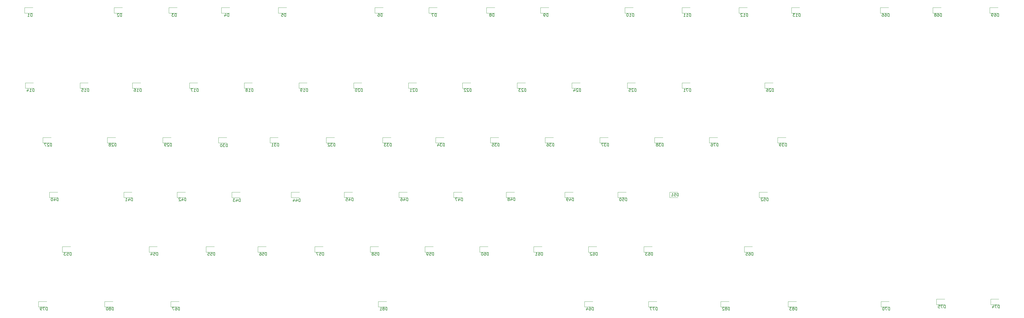
<source format=gbr>
%TF.GenerationSoftware,KiCad,Pcbnew,9.0.5*%
%TF.CreationDate,2026-01-06T21:45:25+05:30*%
%TF.ProjectId,Rheneium,5268656e-6569-4756-9d2e-6b696361645f,rev?*%
%TF.SameCoordinates,Original*%
%TF.FileFunction,Legend,Bot*%
%TF.FilePolarity,Positive*%
%FSLAX46Y46*%
G04 Gerber Fmt 4.6, Leading zero omitted, Abs format (unit mm)*
G04 Created by KiCad (PCBNEW 9.0.5) date 2026-01-06 21:45:25*
%MOMM*%
%LPD*%
G01*
G04 APERTURE LIST*
%ADD10C,0.150000*%
%ADD11C,0.120000*%
G04 APERTURE END LIST*
D10*
X276645535Y-152060069D02*
X276645535Y-151060069D01*
X276645535Y-151060069D02*
X276407440Y-151060069D01*
X276407440Y-151060069D02*
X276264583Y-151107688D01*
X276264583Y-151107688D02*
X276169345Y-151202926D01*
X276169345Y-151202926D02*
X276121726Y-151298164D01*
X276121726Y-151298164D02*
X276074107Y-151488640D01*
X276074107Y-151488640D02*
X276074107Y-151631497D01*
X276074107Y-151631497D02*
X276121726Y-151821973D01*
X276121726Y-151821973D02*
X276169345Y-151917211D01*
X276169345Y-151917211D02*
X276264583Y-152012450D01*
X276264583Y-152012450D02*
X276407440Y-152060069D01*
X276407440Y-152060069D02*
X276645535Y-152060069D01*
X275216964Y-151060069D02*
X275407440Y-151060069D01*
X275407440Y-151060069D02*
X275502678Y-151107688D01*
X275502678Y-151107688D02*
X275550297Y-151155307D01*
X275550297Y-151155307D02*
X275645535Y-151298164D01*
X275645535Y-151298164D02*
X275693154Y-151488640D01*
X275693154Y-151488640D02*
X275693154Y-151869592D01*
X275693154Y-151869592D02*
X275645535Y-151964830D01*
X275645535Y-151964830D02*
X275597916Y-152012450D01*
X275597916Y-152012450D02*
X275502678Y-152060069D01*
X275502678Y-152060069D02*
X275312202Y-152060069D01*
X275312202Y-152060069D02*
X275216964Y-152012450D01*
X275216964Y-152012450D02*
X275169345Y-151964830D01*
X275169345Y-151964830D02*
X275121726Y-151869592D01*
X275121726Y-151869592D02*
X275121726Y-151631497D01*
X275121726Y-151631497D02*
X275169345Y-151536259D01*
X275169345Y-151536259D02*
X275216964Y-151488640D01*
X275216964Y-151488640D02*
X275312202Y-151441021D01*
X275312202Y-151441021D02*
X275502678Y-151441021D01*
X275502678Y-151441021D02*
X275597916Y-151488640D01*
X275597916Y-151488640D02*
X275645535Y-151536259D01*
X275645535Y-151536259D02*
X275693154Y-151631497D01*
X274216964Y-151060069D02*
X274693154Y-151060069D01*
X274693154Y-151060069D02*
X274740773Y-151536259D01*
X274740773Y-151536259D02*
X274693154Y-151488640D01*
X274693154Y-151488640D02*
X274597916Y-151441021D01*
X274597916Y-151441021D02*
X274359821Y-151441021D01*
X274359821Y-151441021D02*
X274264583Y-151488640D01*
X274264583Y-151488640D02*
X274216964Y-151536259D01*
X274216964Y-151536259D02*
X274169345Y-151631497D01*
X274169345Y-151631497D02*
X274169345Y-151869592D01*
X274169345Y-151869592D02*
X274216964Y-151964830D01*
X274216964Y-151964830D02*
X274264583Y-152012450D01*
X274264583Y-152012450D02*
X274359821Y-152060069D01*
X274359821Y-152060069D02*
X274597916Y-152060069D01*
X274597916Y-152060069D02*
X274693154Y-152012450D01*
X274693154Y-152012450D02*
X274740773Y-151964830D01*
X254983035Y-94973569D02*
X254983035Y-93973569D01*
X254983035Y-93973569D02*
X254744940Y-93973569D01*
X254744940Y-93973569D02*
X254602083Y-94021188D01*
X254602083Y-94021188D02*
X254506845Y-94116426D01*
X254506845Y-94116426D02*
X254459226Y-94211664D01*
X254459226Y-94211664D02*
X254411607Y-94402140D01*
X254411607Y-94402140D02*
X254411607Y-94544997D01*
X254411607Y-94544997D02*
X254459226Y-94735473D01*
X254459226Y-94735473D02*
X254506845Y-94830711D01*
X254506845Y-94830711D02*
X254602083Y-94925950D01*
X254602083Y-94925950D02*
X254744940Y-94973569D01*
X254744940Y-94973569D02*
X254983035Y-94973569D01*
X254078273Y-93973569D02*
X253411607Y-93973569D01*
X253411607Y-93973569D02*
X253840178Y-94973569D01*
X252506845Y-94973569D02*
X253078273Y-94973569D01*
X252792559Y-94973569D02*
X252792559Y-93973569D01*
X252792559Y-93973569D02*
X252887797Y-94116426D01*
X252887797Y-94116426D02*
X252983035Y-94211664D01*
X252983035Y-94211664D02*
X253078273Y-94259283D01*
X127189285Y-152060069D02*
X127189285Y-151060069D01*
X127189285Y-151060069D02*
X126951190Y-151060069D01*
X126951190Y-151060069D02*
X126808333Y-151107688D01*
X126808333Y-151107688D02*
X126713095Y-151202926D01*
X126713095Y-151202926D02*
X126665476Y-151298164D01*
X126665476Y-151298164D02*
X126617857Y-151488640D01*
X126617857Y-151488640D02*
X126617857Y-151631497D01*
X126617857Y-151631497D02*
X126665476Y-151821973D01*
X126665476Y-151821973D02*
X126713095Y-151917211D01*
X126713095Y-151917211D02*
X126808333Y-152012450D01*
X126808333Y-152012450D02*
X126951190Y-152060069D01*
X126951190Y-152060069D02*
X127189285Y-152060069D01*
X125713095Y-151060069D02*
X126189285Y-151060069D01*
X126189285Y-151060069D02*
X126236904Y-151536259D01*
X126236904Y-151536259D02*
X126189285Y-151488640D01*
X126189285Y-151488640D02*
X126094047Y-151441021D01*
X126094047Y-151441021D02*
X125855952Y-151441021D01*
X125855952Y-151441021D02*
X125760714Y-151488640D01*
X125760714Y-151488640D02*
X125713095Y-151536259D01*
X125713095Y-151536259D02*
X125665476Y-151631497D01*
X125665476Y-151631497D02*
X125665476Y-151869592D01*
X125665476Y-151869592D02*
X125713095Y-151964830D01*
X125713095Y-151964830D02*
X125760714Y-152012450D01*
X125760714Y-152012450D02*
X125855952Y-152060069D01*
X125855952Y-152060069D02*
X126094047Y-152060069D01*
X126094047Y-152060069D02*
X126189285Y-152012450D01*
X126189285Y-152012450D02*
X126236904Y-151964830D01*
X125332142Y-151060069D02*
X124665476Y-151060069D01*
X124665476Y-151060069D02*
X125094047Y-152060069D01*
X54958035Y-114023569D02*
X54958035Y-113023569D01*
X54958035Y-113023569D02*
X54719940Y-113023569D01*
X54719940Y-113023569D02*
X54577083Y-113071188D01*
X54577083Y-113071188D02*
X54481845Y-113166426D01*
X54481845Y-113166426D02*
X54434226Y-113261664D01*
X54434226Y-113261664D02*
X54386607Y-113452140D01*
X54386607Y-113452140D02*
X54386607Y-113594997D01*
X54386607Y-113594997D02*
X54434226Y-113785473D01*
X54434226Y-113785473D02*
X54481845Y-113880711D01*
X54481845Y-113880711D02*
X54577083Y-113975950D01*
X54577083Y-113975950D02*
X54719940Y-114023569D01*
X54719940Y-114023569D02*
X54958035Y-114023569D01*
X54005654Y-113118807D02*
X53958035Y-113071188D01*
X53958035Y-113071188D02*
X53862797Y-113023569D01*
X53862797Y-113023569D02*
X53624702Y-113023569D01*
X53624702Y-113023569D02*
X53529464Y-113071188D01*
X53529464Y-113071188D02*
X53481845Y-113118807D01*
X53481845Y-113118807D02*
X53434226Y-113214045D01*
X53434226Y-113214045D02*
X53434226Y-113309283D01*
X53434226Y-113309283D02*
X53481845Y-113452140D01*
X53481845Y-113452140D02*
X54053273Y-114023569D01*
X54053273Y-114023569D02*
X53434226Y-114023569D01*
X52862797Y-113452140D02*
X52958035Y-113404521D01*
X52958035Y-113404521D02*
X53005654Y-113356902D01*
X53005654Y-113356902D02*
X53053273Y-113261664D01*
X53053273Y-113261664D02*
X53053273Y-113214045D01*
X53053273Y-113214045D02*
X53005654Y-113118807D01*
X53005654Y-113118807D02*
X52958035Y-113071188D01*
X52958035Y-113071188D02*
X52862797Y-113023569D01*
X52862797Y-113023569D02*
X52672321Y-113023569D01*
X52672321Y-113023569D02*
X52577083Y-113071188D01*
X52577083Y-113071188D02*
X52529464Y-113118807D01*
X52529464Y-113118807D02*
X52481845Y-113214045D01*
X52481845Y-113214045D02*
X52481845Y-113261664D01*
X52481845Y-113261664D02*
X52529464Y-113356902D01*
X52529464Y-113356902D02*
X52577083Y-113404521D01*
X52577083Y-113404521D02*
X52672321Y-113452140D01*
X52672321Y-113452140D02*
X52862797Y-113452140D01*
X52862797Y-113452140D02*
X52958035Y-113499759D01*
X52958035Y-113499759D02*
X53005654Y-113547378D01*
X53005654Y-113547378D02*
X53053273Y-113642616D01*
X53053273Y-113642616D02*
X53053273Y-113833092D01*
X53053273Y-113833092D02*
X53005654Y-113928330D01*
X53005654Y-113928330D02*
X52958035Y-113975950D01*
X52958035Y-113975950D02*
X52862797Y-114023569D01*
X52862797Y-114023569D02*
X52672321Y-114023569D01*
X52672321Y-114023569D02*
X52577083Y-113975950D01*
X52577083Y-113975950D02*
X52529464Y-113928330D01*
X52529464Y-113928330D02*
X52481845Y-113833092D01*
X52481845Y-113833092D02*
X52481845Y-113642616D01*
X52481845Y-113642616D02*
X52529464Y-113547378D01*
X52529464Y-113547378D02*
X52577083Y-113499759D01*
X52577083Y-113499759D02*
X52672321Y-113452140D01*
X60666071Y-133073569D02*
X60666071Y-132073569D01*
X60666071Y-132073569D02*
X60427976Y-132073569D01*
X60427976Y-132073569D02*
X60285119Y-132121188D01*
X60285119Y-132121188D02*
X60189881Y-132216426D01*
X60189881Y-132216426D02*
X60142262Y-132311664D01*
X60142262Y-132311664D02*
X60094643Y-132502140D01*
X60094643Y-132502140D02*
X60094643Y-132644997D01*
X60094643Y-132644997D02*
X60142262Y-132835473D01*
X60142262Y-132835473D02*
X60189881Y-132930711D01*
X60189881Y-132930711D02*
X60285119Y-133025950D01*
X60285119Y-133025950D02*
X60427976Y-133073569D01*
X60427976Y-133073569D02*
X60666071Y-133073569D01*
X59237500Y-132406902D02*
X59237500Y-133073569D01*
X59475595Y-132025950D02*
X59713690Y-132740235D01*
X59713690Y-132740235D02*
X59094643Y-132740235D01*
X58189881Y-133073569D02*
X58761309Y-133073569D01*
X58475595Y-133073569D02*
X58475595Y-132073569D01*
X58475595Y-132073569D02*
X58570833Y-132216426D01*
X58570833Y-132216426D02*
X58666071Y-132311664D01*
X58666071Y-132311664D02*
X58761309Y-132359283D01*
X254983035Y-68779819D02*
X254983035Y-67779819D01*
X254983035Y-67779819D02*
X254744940Y-67779819D01*
X254744940Y-67779819D02*
X254602083Y-67827438D01*
X254602083Y-67827438D02*
X254506845Y-67922676D01*
X254506845Y-67922676D02*
X254459226Y-68017914D01*
X254459226Y-68017914D02*
X254411607Y-68208390D01*
X254411607Y-68208390D02*
X254411607Y-68351247D01*
X254411607Y-68351247D02*
X254459226Y-68541723D01*
X254459226Y-68541723D02*
X254506845Y-68636961D01*
X254506845Y-68636961D02*
X254602083Y-68732200D01*
X254602083Y-68732200D02*
X254744940Y-68779819D01*
X254744940Y-68779819D02*
X254983035Y-68779819D01*
X253459226Y-68779819D02*
X254030654Y-68779819D01*
X253744940Y-68779819D02*
X253744940Y-67779819D01*
X253744940Y-67779819D02*
X253840178Y-67922676D01*
X253840178Y-67922676D02*
X253935416Y-68017914D01*
X253935416Y-68017914D02*
X254030654Y-68065533D01*
X252506845Y-68779819D02*
X253078273Y-68779819D01*
X252792559Y-68779819D02*
X252792559Y-67779819D01*
X252792559Y-67779819D02*
X252887797Y-67922676D01*
X252887797Y-67922676D02*
X252983035Y-68017914D01*
X252983035Y-68017914D02*
X253078273Y-68065533D01*
X34803571Y-133073569D02*
X34803571Y-132073569D01*
X34803571Y-132073569D02*
X34565476Y-132073569D01*
X34565476Y-132073569D02*
X34422619Y-132121188D01*
X34422619Y-132121188D02*
X34327381Y-132216426D01*
X34327381Y-132216426D02*
X34279762Y-132311664D01*
X34279762Y-132311664D02*
X34232143Y-132502140D01*
X34232143Y-132502140D02*
X34232143Y-132644997D01*
X34232143Y-132644997D02*
X34279762Y-132835473D01*
X34279762Y-132835473D02*
X34327381Y-132930711D01*
X34327381Y-132930711D02*
X34422619Y-133025950D01*
X34422619Y-133025950D02*
X34565476Y-133073569D01*
X34565476Y-133073569D02*
X34803571Y-133073569D01*
X33375000Y-132406902D02*
X33375000Y-133073569D01*
X33613095Y-132025950D02*
X33851190Y-132740235D01*
X33851190Y-132740235D02*
X33232143Y-132740235D01*
X32660714Y-132073569D02*
X32565476Y-132073569D01*
X32565476Y-132073569D02*
X32470238Y-132121188D01*
X32470238Y-132121188D02*
X32422619Y-132168807D01*
X32422619Y-132168807D02*
X32375000Y-132264045D01*
X32375000Y-132264045D02*
X32327381Y-132454521D01*
X32327381Y-132454521D02*
X32327381Y-132692616D01*
X32327381Y-132692616D02*
X32375000Y-132883092D01*
X32375000Y-132883092D02*
X32422619Y-132978330D01*
X32422619Y-132978330D02*
X32470238Y-133025950D01*
X32470238Y-133025950D02*
X32565476Y-133073569D01*
X32565476Y-133073569D02*
X32660714Y-133073569D01*
X32660714Y-133073569D02*
X32755952Y-133025950D01*
X32755952Y-133025950D02*
X32803571Y-132978330D01*
X32803571Y-132978330D02*
X32851190Y-132883092D01*
X32851190Y-132883092D02*
X32898809Y-132692616D01*
X32898809Y-132692616D02*
X32898809Y-132454521D01*
X32898809Y-132454521D02*
X32851190Y-132264045D01*
X32851190Y-132264045D02*
X32803571Y-132168807D01*
X32803571Y-132168807D02*
X32755952Y-132121188D01*
X32755952Y-132121188D02*
X32660714Y-132073569D01*
X77037441Y-171173569D02*
X77037441Y-170173569D01*
X77037441Y-170173569D02*
X76799346Y-170173569D01*
X76799346Y-170173569D02*
X76656489Y-170221188D01*
X76656489Y-170221188D02*
X76561251Y-170316426D01*
X76561251Y-170316426D02*
X76513632Y-170411664D01*
X76513632Y-170411664D02*
X76466013Y-170602140D01*
X76466013Y-170602140D02*
X76466013Y-170744997D01*
X76466013Y-170744997D02*
X76513632Y-170935473D01*
X76513632Y-170935473D02*
X76561251Y-171030711D01*
X76561251Y-171030711D02*
X76656489Y-171125950D01*
X76656489Y-171125950D02*
X76799346Y-171173569D01*
X76799346Y-171173569D02*
X77037441Y-171173569D01*
X75608870Y-170173569D02*
X75799346Y-170173569D01*
X75799346Y-170173569D02*
X75894584Y-170221188D01*
X75894584Y-170221188D02*
X75942203Y-170268807D01*
X75942203Y-170268807D02*
X76037441Y-170411664D01*
X76037441Y-170411664D02*
X76085060Y-170602140D01*
X76085060Y-170602140D02*
X76085060Y-170983092D01*
X76085060Y-170983092D02*
X76037441Y-171078330D01*
X76037441Y-171078330D02*
X75989822Y-171125950D01*
X75989822Y-171125950D02*
X75894584Y-171173569D01*
X75894584Y-171173569D02*
X75704108Y-171173569D01*
X75704108Y-171173569D02*
X75608870Y-171125950D01*
X75608870Y-171125950D02*
X75561251Y-171078330D01*
X75561251Y-171078330D02*
X75513632Y-170983092D01*
X75513632Y-170983092D02*
X75513632Y-170744997D01*
X75513632Y-170744997D02*
X75561251Y-170649759D01*
X75561251Y-170649759D02*
X75608870Y-170602140D01*
X75608870Y-170602140D02*
X75704108Y-170554521D01*
X75704108Y-170554521D02*
X75894584Y-170554521D01*
X75894584Y-170554521D02*
X75989822Y-170602140D01*
X75989822Y-170602140D02*
X76037441Y-170649759D01*
X76037441Y-170649759D02*
X76085060Y-170744997D01*
X75180298Y-170173569D02*
X74513632Y-170173569D01*
X74513632Y-170173569D02*
X74942203Y-171173569D01*
X83533035Y-94973569D02*
X83533035Y-93973569D01*
X83533035Y-93973569D02*
X83294940Y-93973569D01*
X83294940Y-93973569D02*
X83152083Y-94021188D01*
X83152083Y-94021188D02*
X83056845Y-94116426D01*
X83056845Y-94116426D02*
X83009226Y-94211664D01*
X83009226Y-94211664D02*
X82961607Y-94402140D01*
X82961607Y-94402140D02*
X82961607Y-94544997D01*
X82961607Y-94544997D02*
X83009226Y-94735473D01*
X83009226Y-94735473D02*
X83056845Y-94830711D01*
X83056845Y-94830711D02*
X83152083Y-94925950D01*
X83152083Y-94925950D02*
X83294940Y-94973569D01*
X83294940Y-94973569D02*
X83533035Y-94973569D01*
X82009226Y-94973569D02*
X82580654Y-94973569D01*
X82294940Y-94973569D02*
X82294940Y-93973569D01*
X82294940Y-93973569D02*
X82390178Y-94116426D01*
X82390178Y-94116426D02*
X82485416Y-94211664D01*
X82485416Y-94211664D02*
X82580654Y-94259283D01*
X81675892Y-93973569D02*
X81009226Y-93973569D01*
X81009226Y-93973569D02*
X81437797Y-94973569D01*
X166400594Y-68779819D02*
X166400594Y-67779819D01*
X166400594Y-67779819D02*
X166162499Y-67779819D01*
X166162499Y-67779819D02*
X166019642Y-67827438D01*
X166019642Y-67827438D02*
X165924404Y-67922676D01*
X165924404Y-67922676D02*
X165876785Y-68017914D01*
X165876785Y-68017914D02*
X165829166Y-68208390D01*
X165829166Y-68208390D02*
X165829166Y-68351247D01*
X165829166Y-68351247D02*
X165876785Y-68541723D01*
X165876785Y-68541723D02*
X165924404Y-68636961D01*
X165924404Y-68636961D02*
X166019642Y-68732200D01*
X166019642Y-68732200D02*
X166162499Y-68779819D01*
X166162499Y-68779819D02*
X166400594Y-68779819D01*
X165495832Y-67779819D02*
X164829166Y-67779819D01*
X164829166Y-67779819D02*
X165257737Y-68779819D01*
X98167321Y-133329819D02*
X98167321Y-132329819D01*
X98167321Y-132329819D02*
X97929226Y-132329819D01*
X97929226Y-132329819D02*
X97786369Y-132377438D01*
X97786369Y-132377438D02*
X97691131Y-132472676D01*
X97691131Y-132472676D02*
X97643512Y-132567914D01*
X97643512Y-132567914D02*
X97595893Y-132758390D01*
X97595893Y-132758390D02*
X97595893Y-132901247D01*
X97595893Y-132901247D02*
X97643512Y-133091723D01*
X97643512Y-133091723D02*
X97691131Y-133186961D01*
X97691131Y-133186961D02*
X97786369Y-133282200D01*
X97786369Y-133282200D02*
X97929226Y-133329819D01*
X97929226Y-133329819D02*
X98167321Y-133329819D01*
X96738750Y-132663152D02*
X96738750Y-133329819D01*
X96976845Y-132282200D02*
X97214940Y-132996485D01*
X97214940Y-132996485D02*
X96595893Y-132996485D01*
X96310178Y-132329819D02*
X95691131Y-132329819D01*
X95691131Y-132329819D02*
X96024464Y-132710771D01*
X96024464Y-132710771D02*
X95881607Y-132710771D01*
X95881607Y-132710771D02*
X95786369Y-132758390D01*
X95786369Y-132758390D02*
X95738750Y-132806009D01*
X95738750Y-132806009D02*
X95691131Y-132901247D01*
X95691131Y-132901247D02*
X95691131Y-133139342D01*
X95691131Y-133139342D02*
X95738750Y-133234580D01*
X95738750Y-133234580D02*
X95786369Y-133282200D01*
X95786369Y-133282200D02*
X95881607Y-133329819D01*
X95881607Y-133329819D02*
X96167321Y-133329819D01*
X96167321Y-133329819D02*
X96262559Y-133282200D01*
X96262559Y-133282200D02*
X96310178Y-133234580D01*
X362139285Y-68779819D02*
X362139285Y-67779819D01*
X362139285Y-67779819D02*
X361901190Y-67779819D01*
X361901190Y-67779819D02*
X361758333Y-67827438D01*
X361758333Y-67827438D02*
X361663095Y-67922676D01*
X361663095Y-67922676D02*
X361615476Y-68017914D01*
X361615476Y-68017914D02*
X361567857Y-68208390D01*
X361567857Y-68208390D02*
X361567857Y-68351247D01*
X361567857Y-68351247D02*
X361615476Y-68541723D01*
X361615476Y-68541723D02*
X361663095Y-68636961D01*
X361663095Y-68636961D02*
X361758333Y-68732200D01*
X361758333Y-68732200D02*
X361901190Y-68779819D01*
X361901190Y-68779819D02*
X362139285Y-68779819D01*
X360710714Y-67779819D02*
X360901190Y-67779819D01*
X360901190Y-67779819D02*
X360996428Y-67827438D01*
X360996428Y-67827438D02*
X361044047Y-67875057D01*
X361044047Y-67875057D02*
X361139285Y-68017914D01*
X361139285Y-68017914D02*
X361186904Y-68208390D01*
X361186904Y-68208390D02*
X361186904Y-68589342D01*
X361186904Y-68589342D02*
X361139285Y-68684580D01*
X361139285Y-68684580D02*
X361091666Y-68732200D01*
X361091666Y-68732200D02*
X360996428Y-68779819D01*
X360996428Y-68779819D02*
X360805952Y-68779819D01*
X360805952Y-68779819D02*
X360710714Y-68732200D01*
X360710714Y-68732200D02*
X360663095Y-68684580D01*
X360663095Y-68684580D02*
X360615476Y-68589342D01*
X360615476Y-68589342D02*
X360615476Y-68351247D01*
X360615476Y-68351247D02*
X360663095Y-68256009D01*
X360663095Y-68256009D02*
X360710714Y-68208390D01*
X360710714Y-68208390D02*
X360805952Y-68160771D01*
X360805952Y-68160771D02*
X360996428Y-68160771D01*
X360996428Y-68160771D02*
X361091666Y-68208390D01*
X361091666Y-68208390D02*
X361139285Y-68256009D01*
X361139285Y-68256009D02*
X361186904Y-68351247D01*
X360139285Y-68779819D02*
X359948809Y-68779819D01*
X359948809Y-68779819D02*
X359853571Y-68732200D01*
X359853571Y-68732200D02*
X359805952Y-68684580D01*
X359805952Y-68684580D02*
X359710714Y-68541723D01*
X359710714Y-68541723D02*
X359663095Y-68351247D01*
X359663095Y-68351247D02*
X359663095Y-67970295D01*
X359663095Y-67970295D02*
X359710714Y-67875057D01*
X359710714Y-67875057D02*
X359758333Y-67827438D01*
X359758333Y-67827438D02*
X359853571Y-67779819D01*
X359853571Y-67779819D02*
X360044047Y-67779819D01*
X360044047Y-67779819D02*
X360139285Y-67827438D01*
X360139285Y-67827438D02*
X360186904Y-67875057D01*
X360186904Y-67875057D02*
X360234523Y-67970295D01*
X360234523Y-67970295D02*
X360234523Y-68208390D01*
X360234523Y-68208390D02*
X360186904Y-68303628D01*
X360186904Y-68303628D02*
X360139285Y-68351247D01*
X360139285Y-68351247D02*
X360044047Y-68398866D01*
X360044047Y-68398866D02*
X359853571Y-68398866D01*
X359853571Y-68398866D02*
X359758333Y-68351247D01*
X359758333Y-68351247D02*
X359710714Y-68303628D01*
X359710714Y-68303628D02*
X359663095Y-68208390D01*
X30999941Y-171173569D02*
X30999941Y-170173569D01*
X30999941Y-170173569D02*
X30761846Y-170173569D01*
X30761846Y-170173569D02*
X30618989Y-170221188D01*
X30618989Y-170221188D02*
X30523751Y-170316426D01*
X30523751Y-170316426D02*
X30476132Y-170411664D01*
X30476132Y-170411664D02*
X30428513Y-170602140D01*
X30428513Y-170602140D02*
X30428513Y-170744997D01*
X30428513Y-170744997D02*
X30476132Y-170935473D01*
X30476132Y-170935473D02*
X30523751Y-171030711D01*
X30523751Y-171030711D02*
X30618989Y-171125950D01*
X30618989Y-171125950D02*
X30761846Y-171173569D01*
X30761846Y-171173569D02*
X30999941Y-171173569D01*
X30095179Y-170173569D02*
X29428513Y-170173569D01*
X29428513Y-170173569D02*
X29857084Y-171173569D01*
X28999941Y-171173569D02*
X28809465Y-171173569D01*
X28809465Y-171173569D02*
X28714227Y-171125950D01*
X28714227Y-171125950D02*
X28666608Y-171078330D01*
X28666608Y-171078330D02*
X28571370Y-170935473D01*
X28571370Y-170935473D02*
X28523751Y-170744997D01*
X28523751Y-170744997D02*
X28523751Y-170364045D01*
X28523751Y-170364045D02*
X28571370Y-170268807D01*
X28571370Y-170268807D02*
X28618989Y-170221188D01*
X28618989Y-170221188D02*
X28714227Y-170173569D01*
X28714227Y-170173569D02*
X28904703Y-170173569D01*
X28904703Y-170173569D02*
X28999941Y-170221188D01*
X28999941Y-170221188D02*
X29047560Y-170268807D01*
X29047560Y-170268807D02*
X29095179Y-170364045D01*
X29095179Y-170364045D02*
X29095179Y-170602140D01*
X29095179Y-170602140D02*
X29047560Y-170697378D01*
X29047560Y-170697378D02*
X28999941Y-170744997D01*
X28999941Y-170744997D02*
X28904703Y-170792616D01*
X28904703Y-170792616D02*
X28714227Y-170792616D01*
X28714227Y-170792616D02*
X28618989Y-170744997D01*
X28618989Y-170744997D02*
X28571370Y-170697378D01*
X28571370Y-170697378D02*
X28523751Y-170602140D01*
X291912441Y-171173569D02*
X291912441Y-170173569D01*
X291912441Y-170173569D02*
X291674346Y-170173569D01*
X291674346Y-170173569D02*
X291531489Y-170221188D01*
X291531489Y-170221188D02*
X291436251Y-170316426D01*
X291436251Y-170316426D02*
X291388632Y-170411664D01*
X291388632Y-170411664D02*
X291341013Y-170602140D01*
X291341013Y-170602140D02*
X291341013Y-170744997D01*
X291341013Y-170744997D02*
X291388632Y-170935473D01*
X291388632Y-170935473D02*
X291436251Y-171030711D01*
X291436251Y-171030711D02*
X291531489Y-171125950D01*
X291531489Y-171125950D02*
X291674346Y-171173569D01*
X291674346Y-171173569D02*
X291912441Y-171173569D01*
X290769584Y-170602140D02*
X290864822Y-170554521D01*
X290864822Y-170554521D02*
X290912441Y-170506902D01*
X290912441Y-170506902D02*
X290960060Y-170411664D01*
X290960060Y-170411664D02*
X290960060Y-170364045D01*
X290960060Y-170364045D02*
X290912441Y-170268807D01*
X290912441Y-170268807D02*
X290864822Y-170221188D01*
X290864822Y-170221188D02*
X290769584Y-170173569D01*
X290769584Y-170173569D02*
X290579108Y-170173569D01*
X290579108Y-170173569D02*
X290483870Y-170221188D01*
X290483870Y-170221188D02*
X290436251Y-170268807D01*
X290436251Y-170268807D02*
X290388632Y-170364045D01*
X290388632Y-170364045D02*
X290388632Y-170411664D01*
X290388632Y-170411664D02*
X290436251Y-170506902D01*
X290436251Y-170506902D02*
X290483870Y-170554521D01*
X290483870Y-170554521D02*
X290579108Y-170602140D01*
X290579108Y-170602140D02*
X290769584Y-170602140D01*
X290769584Y-170602140D02*
X290864822Y-170649759D01*
X290864822Y-170649759D02*
X290912441Y-170697378D01*
X290912441Y-170697378D02*
X290960060Y-170792616D01*
X290960060Y-170792616D02*
X290960060Y-170983092D01*
X290960060Y-170983092D02*
X290912441Y-171078330D01*
X290912441Y-171078330D02*
X290864822Y-171125950D01*
X290864822Y-171125950D02*
X290769584Y-171173569D01*
X290769584Y-171173569D02*
X290579108Y-171173569D01*
X290579108Y-171173569D02*
X290483870Y-171125950D01*
X290483870Y-171125950D02*
X290436251Y-171078330D01*
X290436251Y-171078330D02*
X290388632Y-170983092D01*
X290388632Y-170983092D02*
X290388632Y-170792616D01*
X290388632Y-170792616D02*
X290436251Y-170697378D01*
X290436251Y-170697378D02*
X290483870Y-170649759D01*
X290483870Y-170649759D02*
X290579108Y-170602140D01*
X290055298Y-170173569D02*
X289436251Y-170173569D01*
X289436251Y-170173569D02*
X289769584Y-170554521D01*
X289769584Y-170554521D02*
X289626727Y-170554521D01*
X289626727Y-170554521D02*
X289531489Y-170602140D01*
X289531489Y-170602140D02*
X289483870Y-170649759D01*
X289483870Y-170649759D02*
X289436251Y-170744997D01*
X289436251Y-170744997D02*
X289436251Y-170983092D01*
X289436251Y-170983092D02*
X289483870Y-171078330D01*
X289483870Y-171078330D02*
X289531489Y-171125950D01*
X289531489Y-171125950D02*
X289626727Y-171173569D01*
X289626727Y-171173569D02*
X289912441Y-171173569D01*
X289912441Y-171173569D02*
X290007679Y-171125950D01*
X290007679Y-171125950D02*
X290055298Y-171078330D01*
X32501785Y-114023569D02*
X32501785Y-113023569D01*
X32501785Y-113023569D02*
X32263690Y-113023569D01*
X32263690Y-113023569D02*
X32120833Y-113071188D01*
X32120833Y-113071188D02*
X32025595Y-113166426D01*
X32025595Y-113166426D02*
X31977976Y-113261664D01*
X31977976Y-113261664D02*
X31930357Y-113452140D01*
X31930357Y-113452140D02*
X31930357Y-113594997D01*
X31930357Y-113594997D02*
X31977976Y-113785473D01*
X31977976Y-113785473D02*
X32025595Y-113880711D01*
X32025595Y-113880711D02*
X32120833Y-113975950D01*
X32120833Y-113975950D02*
X32263690Y-114023569D01*
X32263690Y-114023569D02*
X32501785Y-114023569D01*
X31549404Y-113118807D02*
X31501785Y-113071188D01*
X31501785Y-113071188D02*
X31406547Y-113023569D01*
X31406547Y-113023569D02*
X31168452Y-113023569D01*
X31168452Y-113023569D02*
X31073214Y-113071188D01*
X31073214Y-113071188D02*
X31025595Y-113118807D01*
X31025595Y-113118807D02*
X30977976Y-113214045D01*
X30977976Y-113214045D02*
X30977976Y-113309283D01*
X30977976Y-113309283D02*
X31025595Y-113452140D01*
X31025595Y-113452140D02*
X31597023Y-114023569D01*
X31597023Y-114023569D02*
X30977976Y-114023569D01*
X30644642Y-113023569D02*
X29977976Y-113023569D01*
X29977976Y-113023569D02*
X30406547Y-114023569D01*
X45433035Y-94973569D02*
X45433035Y-93973569D01*
X45433035Y-93973569D02*
X45194940Y-93973569D01*
X45194940Y-93973569D02*
X45052083Y-94021188D01*
X45052083Y-94021188D02*
X44956845Y-94116426D01*
X44956845Y-94116426D02*
X44909226Y-94211664D01*
X44909226Y-94211664D02*
X44861607Y-94402140D01*
X44861607Y-94402140D02*
X44861607Y-94544997D01*
X44861607Y-94544997D02*
X44909226Y-94735473D01*
X44909226Y-94735473D02*
X44956845Y-94830711D01*
X44956845Y-94830711D02*
X45052083Y-94925950D01*
X45052083Y-94925950D02*
X45194940Y-94973569D01*
X45194940Y-94973569D02*
X45433035Y-94973569D01*
X43909226Y-94973569D02*
X44480654Y-94973569D01*
X44194940Y-94973569D02*
X44194940Y-93973569D01*
X44194940Y-93973569D02*
X44290178Y-94116426D01*
X44290178Y-94116426D02*
X44385416Y-94211664D01*
X44385416Y-94211664D02*
X44480654Y-94259283D01*
X43004464Y-93973569D02*
X43480654Y-93973569D01*
X43480654Y-93973569D02*
X43528273Y-94449759D01*
X43528273Y-94449759D02*
X43480654Y-94402140D01*
X43480654Y-94402140D02*
X43385416Y-94354521D01*
X43385416Y-94354521D02*
X43147321Y-94354521D01*
X43147321Y-94354521D02*
X43052083Y-94402140D01*
X43052083Y-94402140D02*
X43004464Y-94449759D01*
X43004464Y-94449759D02*
X42956845Y-94544997D01*
X42956845Y-94544997D02*
X42956845Y-94783092D01*
X42956845Y-94783092D02*
X43004464Y-94878330D01*
X43004464Y-94878330D02*
X43052083Y-94925950D01*
X43052083Y-94925950D02*
X43147321Y-94973569D01*
X43147321Y-94973569D02*
X43385416Y-94973569D01*
X43385416Y-94973569D02*
X43480654Y-94925950D01*
X43480654Y-94925950D02*
X43528273Y-94878330D01*
X54018691Y-171173569D02*
X54018691Y-170173569D01*
X54018691Y-170173569D02*
X53780596Y-170173569D01*
X53780596Y-170173569D02*
X53637739Y-170221188D01*
X53637739Y-170221188D02*
X53542501Y-170316426D01*
X53542501Y-170316426D02*
X53494882Y-170411664D01*
X53494882Y-170411664D02*
X53447263Y-170602140D01*
X53447263Y-170602140D02*
X53447263Y-170744997D01*
X53447263Y-170744997D02*
X53494882Y-170935473D01*
X53494882Y-170935473D02*
X53542501Y-171030711D01*
X53542501Y-171030711D02*
X53637739Y-171125950D01*
X53637739Y-171125950D02*
X53780596Y-171173569D01*
X53780596Y-171173569D02*
X54018691Y-171173569D01*
X52875834Y-170602140D02*
X52971072Y-170554521D01*
X52971072Y-170554521D02*
X53018691Y-170506902D01*
X53018691Y-170506902D02*
X53066310Y-170411664D01*
X53066310Y-170411664D02*
X53066310Y-170364045D01*
X53066310Y-170364045D02*
X53018691Y-170268807D01*
X53018691Y-170268807D02*
X52971072Y-170221188D01*
X52971072Y-170221188D02*
X52875834Y-170173569D01*
X52875834Y-170173569D02*
X52685358Y-170173569D01*
X52685358Y-170173569D02*
X52590120Y-170221188D01*
X52590120Y-170221188D02*
X52542501Y-170268807D01*
X52542501Y-170268807D02*
X52494882Y-170364045D01*
X52494882Y-170364045D02*
X52494882Y-170411664D01*
X52494882Y-170411664D02*
X52542501Y-170506902D01*
X52542501Y-170506902D02*
X52590120Y-170554521D01*
X52590120Y-170554521D02*
X52685358Y-170602140D01*
X52685358Y-170602140D02*
X52875834Y-170602140D01*
X52875834Y-170602140D02*
X52971072Y-170649759D01*
X52971072Y-170649759D02*
X53018691Y-170697378D01*
X53018691Y-170697378D02*
X53066310Y-170792616D01*
X53066310Y-170792616D02*
X53066310Y-170983092D01*
X53066310Y-170983092D02*
X53018691Y-171078330D01*
X53018691Y-171078330D02*
X52971072Y-171125950D01*
X52971072Y-171125950D02*
X52875834Y-171173569D01*
X52875834Y-171173569D02*
X52685358Y-171173569D01*
X52685358Y-171173569D02*
X52590120Y-171125950D01*
X52590120Y-171125950D02*
X52542501Y-171078330D01*
X52542501Y-171078330D02*
X52494882Y-170983092D01*
X52494882Y-170983092D02*
X52494882Y-170792616D01*
X52494882Y-170792616D02*
X52542501Y-170697378D01*
X52542501Y-170697378D02*
X52590120Y-170649759D01*
X52590120Y-170649759D02*
X52685358Y-170602140D01*
X51875834Y-170173569D02*
X51780596Y-170173569D01*
X51780596Y-170173569D02*
X51685358Y-170221188D01*
X51685358Y-170221188D02*
X51637739Y-170268807D01*
X51637739Y-170268807D02*
X51590120Y-170364045D01*
X51590120Y-170364045D02*
X51542501Y-170554521D01*
X51542501Y-170554521D02*
X51542501Y-170792616D01*
X51542501Y-170792616D02*
X51590120Y-170983092D01*
X51590120Y-170983092D02*
X51637739Y-171078330D01*
X51637739Y-171078330D02*
X51685358Y-171125950D01*
X51685358Y-171125950D02*
X51780596Y-171173569D01*
X51780596Y-171173569D02*
X51875834Y-171173569D01*
X51875834Y-171173569D02*
X51971072Y-171125950D01*
X51971072Y-171125950D02*
X52018691Y-171078330D01*
X52018691Y-171078330D02*
X52066310Y-170983092D01*
X52066310Y-170983092D02*
X52113929Y-170792616D01*
X52113929Y-170792616D02*
X52113929Y-170554521D01*
X52113929Y-170554521D02*
X52066310Y-170364045D01*
X52066310Y-170364045D02*
X52018691Y-170268807D01*
X52018691Y-170268807D02*
X51971072Y-170221188D01*
X51971072Y-170221188D02*
X51875834Y-170173569D01*
X324039285Y-68779819D02*
X324039285Y-67779819D01*
X324039285Y-67779819D02*
X323801190Y-67779819D01*
X323801190Y-67779819D02*
X323658333Y-67827438D01*
X323658333Y-67827438D02*
X323563095Y-67922676D01*
X323563095Y-67922676D02*
X323515476Y-68017914D01*
X323515476Y-68017914D02*
X323467857Y-68208390D01*
X323467857Y-68208390D02*
X323467857Y-68351247D01*
X323467857Y-68351247D02*
X323515476Y-68541723D01*
X323515476Y-68541723D02*
X323563095Y-68636961D01*
X323563095Y-68636961D02*
X323658333Y-68732200D01*
X323658333Y-68732200D02*
X323801190Y-68779819D01*
X323801190Y-68779819D02*
X324039285Y-68779819D01*
X322610714Y-67779819D02*
X322801190Y-67779819D01*
X322801190Y-67779819D02*
X322896428Y-67827438D01*
X322896428Y-67827438D02*
X322944047Y-67875057D01*
X322944047Y-67875057D02*
X323039285Y-68017914D01*
X323039285Y-68017914D02*
X323086904Y-68208390D01*
X323086904Y-68208390D02*
X323086904Y-68589342D01*
X323086904Y-68589342D02*
X323039285Y-68684580D01*
X323039285Y-68684580D02*
X322991666Y-68732200D01*
X322991666Y-68732200D02*
X322896428Y-68779819D01*
X322896428Y-68779819D02*
X322705952Y-68779819D01*
X322705952Y-68779819D02*
X322610714Y-68732200D01*
X322610714Y-68732200D02*
X322563095Y-68684580D01*
X322563095Y-68684580D02*
X322515476Y-68589342D01*
X322515476Y-68589342D02*
X322515476Y-68351247D01*
X322515476Y-68351247D02*
X322563095Y-68256009D01*
X322563095Y-68256009D02*
X322610714Y-68208390D01*
X322610714Y-68208390D02*
X322705952Y-68160771D01*
X322705952Y-68160771D02*
X322896428Y-68160771D01*
X322896428Y-68160771D02*
X322991666Y-68208390D01*
X322991666Y-68208390D02*
X323039285Y-68256009D01*
X323039285Y-68256009D02*
X323086904Y-68351247D01*
X321658333Y-67779819D02*
X321848809Y-67779819D01*
X321848809Y-67779819D02*
X321944047Y-67827438D01*
X321944047Y-67827438D02*
X321991666Y-67875057D01*
X321991666Y-67875057D02*
X322086904Y-68017914D01*
X322086904Y-68017914D02*
X322134523Y-68208390D01*
X322134523Y-68208390D02*
X322134523Y-68589342D01*
X322134523Y-68589342D02*
X322086904Y-68684580D01*
X322086904Y-68684580D02*
X322039285Y-68732200D01*
X322039285Y-68732200D02*
X321944047Y-68779819D01*
X321944047Y-68779819D02*
X321753571Y-68779819D01*
X321753571Y-68779819D02*
X321658333Y-68732200D01*
X321658333Y-68732200D02*
X321610714Y-68684580D01*
X321610714Y-68684580D02*
X321563095Y-68589342D01*
X321563095Y-68589342D02*
X321563095Y-68351247D01*
X321563095Y-68351247D02*
X321610714Y-68256009D01*
X321610714Y-68256009D02*
X321658333Y-68208390D01*
X321658333Y-68208390D02*
X321753571Y-68160771D01*
X321753571Y-68160771D02*
X321944047Y-68160771D01*
X321944047Y-68160771D02*
X322039285Y-68208390D01*
X322039285Y-68208390D02*
X322086904Y-68256009D01*
X322086904Y-68256009D02*
X322134523Y-68351247D01*
X39314285Y-152060069D02*
X39314285Y-151060069D01*
X39314285Y-151060069D02*
X39076190Y-151060069D01*
X39076190Y-151060069D02*
X38933333Y-151107688D01*
X38933333Y-151107688D02*
X38838095Y-151202926D01*
X38838095Y-151202926D02*
X38790476Y-151298164D01*
X38790476Y-151298164D02*
X38742857Y-151488640D01*
X38742857Y-151488640D02*
X38742857Y-151631497D01*
X38742857Y-151631497D02*
X38790476Y-151821973D01*
X38790476Y-151821973D02*
X38838095Y-151917211D01*
X38838095Y-151917211D02*
X38933333Y-152012450D01*
X38933333Y-152012450D02*
X39076190Y-152060069D01*
X39076190Y-152060069D02*
X39314285Y-152060069D01*
X37838095Y-151060069D02*
X38314285Y-151060069D01*
X38314285Y-151060069D02*
X38361904Y-151536259D01*
X38361904Y-151536259D02*
X38314285Y-151488640D01*
X38314285Y-151488640D02*
X38219047Y-151441021D01*
X38219047Y-151441021D02*
X37980952Y-151441021D01*
X37980952Y-151441021D02*
X37885714Y-151488640D01*
X37885714Y-151488640D02*
X37838095Y-151536259D01*
X37838095Y-151536259D02*
X37790476Y-151631497D01*
X37790476Y-151631497D02*
X37790476Y-151869592D01*
X37790476Y-151869592D02*
X37838095Y-151964830D01*
X37838095Y-151964830D02*
X37885714Y-152012450D01*
X37885714Y-152012450D02*
X37980952Y-152060069D01*
X37980952Y-152060069D02*
X38219047Y-152060069D01*
X38219047Y-152060069D02*
X38314285Y-152012450D01*
X38314285Y-152012450D02*
X38361904Y-151964830D01*
X37457142Y-151060069D02*
X36838095Y-151060069D01*
X36838095Y-151060069D02*
X37171428Y-151441021D01*
X37171428Y-151441021D02*
X37028571Y-151441021D01*
X37028571Y-151441021D02*
X36933333Y-151488640D01*
X36933333Y-151488640D02*
X36885714Y-151536259D01*
X36885714Y-151536259D02*
X36838095Y-151631497D01*
X36838095Y-151631497D02*
X36838095Y-151869592D01*
X36838095Y-151869592D02*
X36885714Y-151964830D01*
X36885714Y-151964830D02*
X36933333Y-152012450D01*
X36933333Y-152012450D02*
X37028571Y-152060069D01*
X37028571Y-152060069D02*
X37314285Y-152060069D01*
X37314285Y-152060069D02*
X37409523Y-152012450D01*
X37409523Y-152012450D02*
X37457142Y-151964830D01*
X140683035Y-94973569D02*
X140683035Y-93973569D01*
X140683035Y-93973569D02*
X140444940Y-93973569D01*
X140444940Y-93973569D02*
X140302083Y-94021188D01*
X140302083Y-94021188D02*
X140206845Y-94116426D01*
X140206845Y-94116426D02*
X140159226Y-94211664D01*
X140159226Y-94211664D02*
X140111607Y-94402140D01*
X140111607Y-94402140D02*
X140111607Y-94544997D01*
X140111607Y-94544997D02*
X140159226Y-94735473D01*
X140159226Y-94735473D02*
X140206845Y-94830711D01*
X140206845Y-94830711D02*
X140302083Y-94925950D01*
X140302083Y-94925950D02*
X140444940Y-94973569D01*
X140444940Y-94973569D02*
X140683035Y-94973569D01*
X139730654Y-94068807D02*
X139683035Y-94021188D01*
X139683035Y-94021188D02*
X139587797Y-93973569D01*
X139587797Y-93973569D02*
X139349702Y-93973569D01*
X139349702Y-93973569D02*
X139254464Y-94021188D01*
X139254464Y-94021188D02*
X139206845Y-94068807D01*
X139206845Y-94068807D02*
X139159226Y-94164045D01*
X139159226Y-94164045D02*
X139159226Y-94259283D01*
X139159226Y-94259283D02*
X139206845Y-94402140D01*
X139206845Y-94402140D02*
X139778273Y-94973569D01*
X139778273Y-94973569D02*
X139159226Y-94973569D01*
X138540178Y-93973569D02*
X138444940Y-93973569D01*
X138444940Y-93973569D02*
X138349702Y-94021188D01*
X138349702Y-94021188D02*
X138302083Y-94068807D01*
X138302083Y-94068807D02*
X138254464Y-94164045D01*
X138254464Y-94164045D02*
X138206845Y-94354521D01*
X138206845Y-94354521D02*
X138206845Y-94592616D01*
X138206845Y-94592616D02*
X138254464Y-94783092D01*
X138254464Y-94783092D02*
X138302083Y-94878330D01*
X138302083Y-94878330D02*
X138349702Y-94925950D01*
X138349702Y-94925950D02*
X138444940Y-94973569D01*
X138444940Y-94973569D02*
X138540178Y-94973569D01*
X138540178Y-94973569D02*
X138635416Y-94925950D01*
X138635416Y-94925950D02*
X138683035Y-94878330D01*
X138683035Y-94878330D02*
X138730654Y-94783092D01*
X138730654Y-94783092D02*
X138778273Y-94592616D01*
X138778273Y-94592616D02*
X138778273Y-94354521D01*
X138778273Y-94354521D02*
X138730654Y-94164045D01*
X138730654Y-94164045D02*
X138683035Y-94068807D01*
X138683035Y-94068807D02*
X138635416Y-94021188D01*
X138635416Y-94021188D02*
X138540178Y-93973569D01*
X137428571Y-133073569D02*
X137428571Y-132073569D01*
X137428571Y-132073569D02*
X137190476Y-132073569D01*
X137190476Y-132073569D02*
X137047619Y-132121188D01*
X137047619Y-132121188D02*
X136952381Y-132216426D01*
X136952381Y-132216426D02*
X136904762Y-132311664D01*
X136904762Y-132311664D02*
X136857143Y-132502140D01*
X136857143Y-132502140D02*
X136857143Y-132644997D01*
X136857143Y-132644997D02*
X136904762Y-132835473D01*
X136904762Y-132835473D02*
X136952381Y-132930711D01*
X136952381Y-132930711D02*
X137047619Y-133025950D01*
X137047619Y-133025950D02*
X137190476Y-133073569D01*
X137190476Y-133073569D02*
X137428571Y-133073569D01*
X136000000Y-132406902D02*
X136000000Y-133073569D01*
X136238095Y-132025950D02*
X136476190Y-132740235D01*
X136476190Y-132740235D02*
X135857143Y-132740235D01*
X135000000Y-132073569D02*
X135476190Y-132073569D01*
X135476190Y-132073569D02*
X135523809Y-132549759D01*
X135523809Y-132549759D02*
X135476190Y-132502140D01*
X135476190Y-132502140D02*
X135380952Y-132454521D01*
X135380952Y-132454521D02*
X135142857Y-132454521D01*
X135142857Y-132454521D02*
X135047619Y-132502140D01*
X135047619Y-132502140D02*
X135000000Y-132549759D01*
X135000000Y-132549759D02*
X134952381Y-132644997D01*
X134952381Y-132644997D02*
X134952381Y-132883092D01*
X134952381Y-132883092D02*
X135000000Y-132978330D01*
X135000000Y-132978330D02*
X135047619Y-133025950D01*
X135047619Y-133025950D02*
X135142857Y-133073569D01*
X135142857Y-133073569D02*
X135380952Y-133073569D01*
X135380952Y-133073569D02*
X135476190Y-133025950D01*
X135476190Y-133025950D02*
X135523809Y-132978330D01*
X184570535Y-152060069D02*
X184570535Y-151060069D01*
X184570535Y-151060069D02*
X184332440Y-151060069D01*
X184332440Y-151060069D02*
X184189583Y-151107688D01*
X184189583Y-151107688D02*
X184094345Y-151202926D01*
X184094345Y-151202926D02*
X184046726Y-151298164D01*
X184046726Y-151298164D02*
X183999107Y-151488640D01*
X183999107Y-151488640D02*
X183999107Y-151631497D01*
X183999107Y-151631497D02*
X184046726Y-151821973D01*
X184046726Y-151821973D02*
X184094345Y-151917211D01*
X184094345Y-151917211D02*
X184189583Y-152012450D01*
X184189583Y-152012450D02*
X184332440Y-152060069D01*
X184332440Y-152060069D02*
X184570535Y-152060069D01*
X183141964Y-151060069D02*
X183332440Y-151060069D01*
X183332440Y-151060069D02*
X183427678Y-151107688D01*
X183427678Y-151107688D02*
X183475297Y-151155307D01*
X183475297Y-151155307D02*
X183570535Y-151298164D01*
X183570535Y-151298164D02*
X183618154Y-151488640D01*
X183618154Y-151488640D02*
X183618154Y-151869592D01*
X183618154Y-151869592D02*
X183570535Y-151964830D01*
X183570535Y-151964830D02*
X183522916Y-152012450D01*
X183522916Y-152012450D02*
X183427678Y-152060069D01*
X183427678Y-152060069D02*
X183237202Y-152060069D01*
X183237202Y-152060069D02*
X183141964Y-152012450D01*
X183141964Y-152012450D02*
X183094345Y-151964830D01*
X183094345Y-151964830D02*
X183046726Y-151869592D01*
X183046726Y-151869592D02*
X183046726Y-151631497D01*
X183046726Y-151631497D02*
X183094345Y-151536259D01*
X183094345Y-151536259D02*
X183141964Y-151488640D01*
X183141964Y-151488640D02*
X183237202Y-151441021D01*
X183237202Y-151441021D02*
X183427678Y-151441021D01*
X183427678Y-151441021D02*
X183522916Y-151488640D01*
X183522916Y-151488640D02*
X183570535Y-151536259D01*
X183570535Y-151536259D02*
X183618154Y-151631497D01*
X182427678Y-151060069D02*
X182332440Y-151060069D01*
X182332440Y-151060069D02*
X182237202Y-151107688D01*
X182237202Y-151107688D02*
X182189583Y-151155307D01*
X182189583Y-151155307D02*
X182141964Y-151250545D01*
X182141964Y-151250545D02*
X182094345Y-151441021D01*
X182094345Y-151441021D02*
X182094345Y-151679116D01*
X182094345Y-151679116D02*
X182141964Y-151869592D01*
X182141964Y-151869592D02*
X182189583Y-151964830D01*
X182189583Y-151964830D02*
X182237202Y-152012450D01*
X182237202Y-152012450D02*
X182332440Y-152060069D01*
X182332440Y-152060069D02*
X182427678Y-152060069D01*
X182427678Y-152060069D02*
X182522916Y-152012450D01*
X182522916Y-152012450D02*
X182570535Y-151964830D01*
X182570535Y-151964830D02*
X182618154Y-151869592D01*
X182618154Y-151869592D02*
X182665773Y-151679116D01*
X182665773Y-151679116D02*
X182665773Y-151441021D01*
X182665773Y-151441021D02*
X182618154Y-151250545D01*
X182618154Y-151250545D02*
X182570535Y-151155307D01*
X182570535Y-151155307D02*
X182522916Y-151107688D01*
X182522916Y-151107688D02*
X182427678Y-151060069D01*
X79253571Y-133073569D02*
X79253571Y-132073569D01*
X79253571Y-132073569D02*
X79015476Y-132073569D01*
X79015476Y-132073569D02*
X78872619Y-132121188D01*
X78872619Y-132121188D02*
X78777381Y-132216426D01*
X78777381Y-132216426D02*
X78729762Y-132311664D01*
X78729762Y-132311664D02*
X78682143Y-132502140D01*
X78682143Y-132502140D02*
X78682143Y-132644997D01*
X78682143Y-132644997D02*
X78729762Y-132835473D01*
X78729762Y-132835473D02*
X78777381Y-132930711D01*
X78777381Y-132930711D02*
X78872619Y-133025950D01*
X78872619Y-133025950D02*
X79015476Y-133073569D01*
X79015476Y-133073569D02*
X79253571Y-133073569D01*
X77825000Y-132406902D02*
X77825000Y-133073569D01*
X78063095Y-132025950D02*
X78301190Y-132740235D01*
X78301190Y-132740235D02*
X77682143Y-132740235D01*
X77348809Y-132168807D02*
X77301190Y-132121188D01*
X77301190Y-132121188D02*
X77205952Y-132073569D01*
X77205952Y-132073569D02*
X76967857Y-132073569D01*
X76967857Y-132073569D02*
X76872619Y-132121188D01*
X76872619Y-132121188D02*
X76825000Y-132168807D01*
X76825000Y-132168807D02*
X76777381Y-132264045D01*
X76777381Y-132264045D02*
X76777381Y-132359283D01*
X76777381Y-132359283D02*
X76825000Y-132502140D01*
X76825000Y-132502140D02*
X77396428Y-133073569D01*
X77396428Y-133073569D02*
X76777381Y-133073569D01*
X245458035Y-114023569D02*
X245458035Y-113023569D01*
X245458035Y-113023569D02*
X245219940Y-113023569D01*
X245219940Y-113023569D02*
X245077083Y-113071188D01*
X245077083Y-113071188D02*
X244981845Y-113166426D01*
X244981845Y-113166426D02*
X244934226Y-113261664D01*
X244934226Y-113261664D02*
X244886607Y-113452140D01*
X244886607Y-113452140D02*
X244886607Y-113594997D01*
X244886607Y-113594997D02*
X244934226Y-113785473D01*
X244934226Y-113785473D02*
X244981845Y-113880711D01*
X244981845Y-113880711D02*
X245077083Y-113975950D01*
X245077083Y-113975950D02*
X245219940Y-114023569D01*
X245219940Y-114023569D02*
X245458035Y-114023569D01*
X244553273Y-113023569D02*
X243934226Y-113023569D01*
X243934226Y-113023569D02*
X244267559Y-113404521D01*
X244267559Y-113404521D02*
X244124702Y-113404521D01*
X244124702Y-113404521D02*
X244029464Y-113452140D01*
X244029464Y-113452140D02*
X243981845Y-113499759D01*
X243981845Y-113499759D02*
X243934226Y-113594997D01*
X243934226Y-113594997D02*
X243934226Y-113833092D01*
X243934226Y-113833092D02*
X243981845Y-113928330D01*
X243981845Y-113928330D02*
X244029464Y-113975950D01*
X244029464Y-113975950D02*
X244124702Y-114023569D01*
X244124702Y-114023569D02*
X244410416Y-114023569D01*
X244410416Y-114023569D02*
X244505654Y-113975950D01*
X244505654Y-113975950D02*
X244553273Y-113928330D01*
X243362797Y-113452140D02*
X243458035Y-113404521D01*
X243458035Y-113404521D02*
X243505654Y-113356902D01*
X243505654Y-113356902D02*
X243553273Y-113261664D01*
X243553273Y-113261664D02*
X243553273Y-113214045D01*
X243553273Y-113214045D02*
X243505654Y-113118807D01*
X243505654Y-113118807D02*
X243458035Y-113071188D01*
X243458035Y-113071188D02*
X243362797Y-113023569D01*
X243362797Y-113023569D02*
X243172321Y-113023569D01*
X243172321Y-113023569D02*
X243077083Y-113071188D01*
X243077083Y-113071188D02*
X243029464Y-113118807D01*
X243029464Y-113118807D02*
X242981845Y-113214045D01*
X242981845Y-113214045D02*
X242981845Y-113261664D01*
X242981845Y-113261664D02*
X243029464Y-113356902D01*
X243029464Y-113356902D02*
X243077083Y-113404521D01*
X243077083Y-113404521D02*
X243172321Y-113452140D01*
X243172321Y-113452140D02*
X243362797Y-113452140D01*
X243362797Y-113452140D02*
X243458035Y-113499759D01*
X243458035Y-113499759D02*
X243505654Y-113547378D01*
X243505654Y-113547378D02*
X243553273Y-113642616D01*
X243553273Y-113642616D02*
X243553273Y-113833092D01*
X243553273Y-113833092D02*
X243505654Y-113928330D01*
X243505654Y-113928330D02*
X243458035Y-113975950D01*
X243458035Y-113975950D02*
X243362797Y-114023569D01*
X243362797Y-114023569D02*
X243172321Y-114023569D01*
X243172321Y-114023569D02*
X243077083Y-113975950D01*
X243077083Y-113975950D02*
X243029464Y-113928330D01*
X243029464Y-113928330D02*
X242981845Y-113833092D01*
X242981845Y-113833092D02*
X242981845Y-113642616D01*
X242981845Y-113642616D02*
X243029464Y-113547378D01*
X243029464Y-113547378D02*
X243077083Y-113499759D01*
X243077083Y-113499759D02*
X243172321Y-113452140D01*
X214191071Y-133073569D02*
X214191071Y-132073569D01*
X214191071Y-132073569D02*
X213952976Y-132073569D01*
X213952976Y-132073569D02*
X213810119Y-132121188D01*
X213810119Y-132121188D02*
X213714881Y-132216426D01*
X213714881Y-132216426D02*
X213667262Y-132311664D01*
X213667262Y-132311664D02*
X213619643Y-132502140D01*
X213619643Y-132502140D02*
X213619643Y-132644997D01*
X213619643Y-132644997D02*
X213667262Y-132835473D01*
X213667262Y-132835473D02*
X213714881Y-132930711D01*
X213714881Y-132930711D02*
X213810119Y-133025950D01*
X213810119Y-133025950D02*
X213952976Y-133073569D01*
X213952976Y-133073569D02*
X214191071Y-133073569D01*
X212762500Y-132406902D02*
X212762500Y-133073569D01*
X213000595Y-132025950D02*
X213238690Y-132740235D01*
X213238690Y-132740235D02*
X212619643Y-132740235D01*
X212191071Y-133073569D02*
X212000595Y-133073569D01*
X212000595Y-133073569D02*
X211905357Y-133025950D01*
X211905357Y-133025950D02*
X211857738Y-132978330D01*
X211857738Y-132978330D02*
X211762500Y-132835473D01*
X211762500Y-132835473D02*
X211714881Y-132644997D01*
X211714881Y-132644997D02*
X211714881Y-132264045D01*
X211714881Y-132264045D02*
X211762500Y-132168807D01*
X211762500Y-132168807D02*
X211810119Y-132121188D01*
X211810119Y-132121188D02*
X211905357Y-132073569D01*
X211905357Y-132073569D02*
X212095833Y-132073569D01*
X212095833Y-132073569D02*
X212191071Y-132121188D01*
X212191071Y-132121188D02*
X212238690Y-132168807D01*
X212238690Y-132168807D02*
X212286309Y-132264045D01*
X212286309Y-132264045D02*
X212286309Y-132502140D01*
X212286309Y-132502140D02*
X212238690Y-132597378D01*
X212238690Y-132597378D02*
X212191071Y-132644997D01*
X212191071Y-132644997D02*
X212095833Y-132692616D01*
X212095833Y-132692616D02*
X211905357Y-132692616D01*
X211905357Y-132692616D02*
X211810119Y-132644997D01*
X211810119Y-132644997D02*
X211762500Y-132597378D01*
X211762500Y-132597378D02*
X211714881Y-132502140D01*
X56863094Y-68779819D02*
X56863094Y-67779819D01*
X56863094Y-67779819D02*
X56624999Y-67779819D01*
X56624999Y-67779819D02*
X56482142Y-67827438D01*
X56482142Y-67827438D02*
X56386904Y-67922676D01*
X56386904Y-67922676D02*
X56339285Y-68017914D01*
X56339285Y-68017914D02*
X56291666Y-68208390D01*
X56291666Y-68208390D02*
X56291666Y-68351247D01*
X56291666Y-68351247D02*
X56339285Y-68541723D01*
X56339285Y-68541723D02*
X56386904Y-68636961D01*
X56386904Y-68636961D02*
X56482142Y-68732200D01*
X56482142Y-68732200D02*
X56624999Y-68779819D01*
X56624999Y-68779819D02*
X56863094Y-68779819D01*
X55910713Y-67875057D02*
X55863094Y-67827438D01*
X55863094Y-67827438D02*
X55767856Y-67779819D01*
X55767856Y-67779819D02*
X55529761Y-67779819D01*
X55529761Y-67779819D02*
X55434523Y-67827438D01*
X55434523Y-67827438D02*
X55386904Y-67875057D01*
X55386904Y-67875057D02*
X55339285Y-67970295D01*
X55339285Y-67970295D02*
X55339285Y-68065533D01*
X55339285Y-68065533D02*
X55386904Y-68208390D01*
X55386904Y-68208390D02*
X55958332Y-68779819D01*
X55958332Y-68779819D02*
X55339285Y-68779819D01*
X165520535Y-152060069D02*
X165520535Y-151060069D01*
X165520535Y-151060069D02*
X165282440Y-151060069D01*
X165282440Y-151060069D02*
X165139583Y-151107688D01*
X165139583Y-151107688D02*
X165044345Y-151202926D01*
X165044345Y-151202926D02*
X164996726Y-151298164D01*
X164996726Y-151298164D02*
X164949107Y-151488640D01*
X164949107Y-151488640D02*
X164949107Y-151631497D01*
X164949107Y-151631497D02*
X164996726Y-151821973D01*
X164996726Y-151821973D02*
X165044345Y-151917211D01*
X165044345Y-151917211D02*
X165139583Y-152012450D01*
X165139583Y-152012450D02*
X165282440Y-152060069D01*
X165282440Y-152060069D02*
X165520535Y-152060069D01*
X164044345Y-151060069D02*
X164520535Y-151060069D01*
X164520535Y-151060069D02*
X164568154Y-151536259D01*
X164568154Y-151536259D02*
X164520535Y-151488640D01*
X164520535Y-151488640D02*
X164425297Y-151441021D01*
X164425297Y-151441021D02*
X164187202Y-151441021D01*
X164187202Y-151441021D02*
X164091964Y-151488640D01*
X164091964Y-151488640D02*
X164044345Y-151536259D01*
X164044345Y-151536259D02*
X163996726Y-151631497D01*
X163996726Y-151631497D02*
X163996726Y-151869592D01*
X163996726Y-151869592D02*
X164044345Y-151964830D01*
X164044345Y-151964830D02*
X164091964Y-152012450D01*
X164091964Y-152012450D02*
X164187202Y-152060069D01*
X164187202Y-152060069D02*
X164425297Y-152060069D01*
X164425297Y-152060069D02*
X164520535Y-152012450D01*
X164520535Y-152012450D02*
X164568154Y-151964830D01*
X163520535Y-152060069D02*
X163330059Y-152060069D01*
X163330059Y-152060069D02*
X163234821Y-152012450D01*
X163234821Y-152012450D02*
X163187202Y-151964830D01*
X163187202Y-151964830D02*
X163091964Y-151821973D01*
X163091964Y-151821973D02*
X163044345Y-151631497D01*
X163044345Y-151631497D02*
X163044345Y-151250545D01*
X163044345Y-151250545D02*
X163091964Y-151155307D01*
X163091964Y-151155307D02*
X163139583Y-151107688D01*
X163139583Y-151107688D02*
X163234821Y-151060069D01*
X163234821Y-151060069D02*
X163425297Y-151060069D01*
X163425297Y-151060069D02*
X163520535Y-151107688D01*
X163520535Y-151107688D02*
X163568154Y-151155307D01*
X163568154Y-151155307D02*
X163615773Y-151250545D01*
X163615773Y-151250545D02*
X163615773Y-151488640D01*
X163615773Y-151488640D02*
X163568154Y-151583878D01*
X163568154Y-151583878D02*
X163520535Y-151631497D01*
X163520535Y-151631497D02*
X163425297Y-151679116D01*
X163425297Y-151679116D02*
X163234821Y-151679116D01*
X163234821Y-151679116D02*
X163139583Y-151631497D01*
X163139583Y-151631497D02*
X163091964Y-151583878D01*
X163091964Y-151583878D02*
X163044345Y-151488640D01*
X362415535Y-170379819D02*
X362415535Y-169379819D01*
X362415535Y-169379819D02*
X362177440Y-169379819D01*
X362177440Y-169379819D02*
X362034583Y-169427438D01*
X362034583Y-169427438D02*
X361939345Y-169522676D01*
X361939345Y-169522676D02*
X361891726Y-169617914D01*
X361891726Y-169617914D02*
X361844107Y-169808390D01*
X361844107Y-169808390D02*
X361844107Y-169951247D01*
X361844107Y-169951247D02*
X361891726Y-170141723D01*
X361891726Y-170141723D02*
X361939345Y-170236961D01*
X361939345Y-170236961D02*
X362034583Y-170332200D01*
X362034583Y-170332200D02*
X362177440Y-170379819D01*
X362177440Y-170379819D02*
X362415535Y-170379819D01*
X361510773Y-169379819D02*
X360844107Y-169379819D01*
X360844107Y-169379819D02*
X361272678Y-170379819D01*
X360034583Y-169713152D02*
X360034583Y-170379819D01*
X360272678Y-169332200D02*
X360510773Y-170046485D01*
X360510773Y-170046485D02*
X359891726Y-170046485D01*
X205294344Y-68779819D02*
X205294344Y-67779819D01*
X205294344Y-67779819D02*
X205056249Y-67779819D01*
X205056249Y-67779819D02*
X204913392Y-67827438D01*
X204913392Y-67827438D02*
X204818154Y-67922676D01*
X204818154Y-67922676D02*
X204770535Y-68017914D01*
X204770535Y-68017914D02*
X204722916Y-68208390D01*
X204722916Y-68208390D02*
X204722916Y-68351247D01*
X204722916Y-68351247D02*
X204770535Y-68541723D01*
X204770535Y-68541723D02*
X204818154Y-68636961D01*
X204818154Y-68636961D02*
X204913392Y-68732200D01*
X204913392Y-68732200D02*
X205056249Y-68779819D01*
X205056249Y-68779819D02*
X205294344Y-68779819D01*
X204246725Y-68779819D02*
X204056249Y-68779819D01*
X204056249Y-68779819D02*
X203961011Y-68732200D01*
X203961011Y-68732200D02*
X203913392Y-68684580D01*
X203913392Y-68684580D02*
X203818154Y-68541723D01*
X203818154Y-68541723D02*
X203770535Y-68351247D01*
X203770535Y-68351247D02*
X203770535Y-67970295D01*
X203770535Y-67970295D02*
X203818154Y-67875057D01*
X203818154Y-67875057D02*
X203865773Y-67827438D01*
X203865773Y-67827438D02*
X203961011Y-67779819D01*
X203961011Y-67779819D02*
X204151487Y-67779819D01*
X204151487Y-67779819D02*
X204246725Y-67827438D01*
X204246725Y-67827438D02*
X204294344Y-67875057D01*
X204294344Y-67875057D02*
X204341963Y-67970295D01*
X204341963Y-67970295D02*
X204341963Y-68208390D01*
X204341963Y-68208390D02*
X204294344Y-68303628D01*
X204294344Y-68303628D02*
X204246725Y-68351247D01*
X204246725Y-68351247D02*
X204151487Y-68398866D01*
X204151487Y-68398866D02*
X203961011Y-68398866D01*
X203961011Y-68398866D02*
X203865773Y-68351247D01*
X203865773Y-68351247D02*
X203818154Y-68303628D01*
X203818154Y-68303628D02*
X203770535Y-68208390D01*
X268476785Y-171173569D02*
X268476785Y-170173569D01*
X268476785Y-170173569D02*
X268238690Y-170173569D01*
X268238690Y-170173569D02*
X268095833Y-170221188D01*
X268095833Y-170221188D02*
X268000595Y-170316426D01*
X268000595Y-170316426D02*
X267952976Y-170411664D01*
X267952976Y-170411664D02*
X267905357Y-170602140D01*
X267905357Y-170602140D02*
X267905357Y-170744997D01*
X267905357Y-170744997D02*
X267952976Y-170935473D01*
X267952976Y-170935473D02*
X268000595Y-171030711D01*
X268000595Y-171030711D02*
X268095833Y-171125950D01*
X268095833Y-171125950D02*
X268238690Y-171173569D01*
X268238690Y-171173569D02*
X268476785Y-171173569D01*
X267333928Y-170602140D02*
X267429166Y-170554521D01*
X267429166Y-170554521D02*
X267476785Y-170506902D01*
X267476785Y-170506902D02*
X267524404Y-170411664D01*
X267524404Y-170411664D02*
X267524404Y-170364045D01*
X267524404Y-170364045D02*
X267476785Y-170268807D01*
X267476785Y-170268807D02*
X267429166Y-170221188D01*
X267429166Y-170221188D02*
X267333928Y-170173569D01*
X267333928Y-170173569D02*
X267143452Y-170173569D01*
X267143452Y-170173569D02*
X267048214Y-170221188D01*
X267048214Y-170221188D02*
X267000595Y-170268807D01*
X267000595Y-170268807D02*
X266952976Y-170364045D01*
X266952976Y-170364045D02*
X266952976Y-170411664D01*
X266952976Y-170411664D02*
X267000595Y-170506902D01*
X267000595Y-170506902D02*
X267048214Y-170554521D01*
X267048214Y-170554521D02*
X267143452Y-170602140D01*
X267143452Y-170602140D02*
X267333928Y-170602140D01*
X267333928Y-170602140D02*
X267429166Y-170649759D01*
X267429166Y-170649759D02*
X267476785Y-170697378D01*
X267476785Y-170697378D02*
X267524404Y-170792616D01*
X267524404Y-170792616D02*
X267524404Y-170983092D01*
X267524404Y-170983092D02*
X267476785Y-171078330D01*
X267476785Y-171078330D02*
X267429166Y-171125950D01*
X267429166Y-171125950D02*
X267333928Y-171173569D01*
X267333928Y-171173569D02*
X267143452Y-171173569D01*
X267143452Y-171173569D02*
X267048214Y-171125950D01*
X267048214Y-171125950D02*
X267000595Y-171078330D01*
X267000595Y-171078330D02*
X266952976Y-170983092D01*
X266952976Y-170983092D02*
X266952976Y-170792616D01*
X266952976Y-170792616D02*
X267000595Y-170697378D01*
X267000595Y-170697378D02*
X267048214Y-170649759D01*
X267048214Y-170649759D02*
X267143452Y-170602140D01*
X266572023Y-170268807D02*
X266524404Y-170221188D01*
X266524404Y-170221188D02*
X266429166Y-170173569D01*
X266429166Y-170173569D02*
X266191071Y-170173569D01*
X266191071Y-170173569D02*
X266095833Y-170221188D01*
X266095833Y-170221188D02*
X266048214Y-170268807D01*
X266048214Y-170268807D02*
X266000595Y-170364045D01*
X266000595Y-170364045D02*
X266000595Y-170459283D01*
X266000595Y-170459283D02*
X266048214Y-170602140D01*
X266048214Y-170602140D02*
X266619642Y-171173569D01*
X266619642Y-171173569D02*
X266000595Y-171173569D01*
X232678571Y-133073569D02*
X232678571Y-132073569D01*
X232678571Y-132073569D02*
X232440476Y-132073569D01*
X232440476Y-132073569D02*
X232297619Y-132121188D01*
X232297619Y-132121188D02*
X232202381Y-132216426D01*
X232202381Y-132216426D02*
X232154762Y-132311664D01*
X232154762Y-132311664D02*
X232107143Y-132502140D01*
X232107143Y-132502140D02*
X232107143Y-132644997D01*
X232107143Y-132644997D02*
X232154762Y-132835473D01*
X232154762Y-132835473D02*
X232202381Y-132930711D01*
X232202381Y-132930711D02*
X232297619Y-133025950D01*
X232297619Y-133025950D02*
X232440476Y-133073569D01*
X232440476Y-133073569D02*
X232678571Y-133073569D01*
X231202381Y-132073569D02*
X231678571Y-132073569D01*
X231678571Y-132073569D02*
X231726190Y-132549759D01*
X231726190Y-132549759D02*
X231678571Y-132502140D01*
X231678571Y-132502140D02*
X231583333Y-132454521D01*
X231583333Y-132454521D02*
X231345238Y-132454521D01*
X231345238Y-132454521D02*
X231250000Y-132502140D01*
X231250000Y-132502140D02*
X231202381Y-132549759D01*
X231202381Y-132549759D02*
X231154762Y-132644997D01*
X231154762Y-132644997D02*
X231154762Y-132883092D01*
X231154762Y-132883092D02*
X231202381Y-132978330D01*
X231202381Y-132978330D02*
X231250000Y-133025950D01*
X231250000Y-133025950D02*
X231345238Y-133073569D01*
X231345238Y-133073569D02*
X231583333Y-133073569D01*
X231583333Y-133073569D02*
X231678571Y-133025950D01*
X231678571Y-133025950D02*
X231726190Y-132978330D01*
X230535714Y-132073569D02*
X230440476Y-132073569D01*
X230440476Y-132073569D02*
X230345238Y-132121188D01*
X230345238Y-132121188D02*
X230297619Y-132168807D01*
X230297619Y-132168807D02*
X230250000Y-132264045D01*
X230250000Y-132264045D02*
X230202381Y-132454521D01*
X230202381Y-132454521D02*
X230202381Y-132692616D01*
X230202381Y-132692616D02*
X230250000Y-132883092D01*
X230250000Y-132883092D02*
X230297619Y-132978330D01*
X230297619Y-132978330D02*
X230345238Y-133025950D01*
X230345238Y-133025950D02*
X230440476Y-133073569D01*
X230440476Y-133073569D02*
X230535714Y-133073569D01*
X230535714Y-133073569D02*
X230630952Y-133025950D01*
X230630952Y-133025950D02*
X230678571Y-132978330D01*
X230678571Y-132978330D02*
X230726190Y-132883092D01*
X230726190Y-132883092D02*
X230773809Y-132692616D01*
X230773809Y-132692616D02*
X230773809Y-132454521D01*
X230773809Y-132454521D02*
X230726190Y-132264045D01*
X230726190Y-132264045D02*
X230678571Y-132168807D01*
X230678571Y-132168807D02*
X230630952Y-132121188D01*
X230630952Y-132121188D02*
X230535714Y-132073569D01*
X175528571Y-133073569D02*
X175528571Y-132073569D01*
X175528571Y-132073569D02*
X175290476Y-132073569D01*
X175290476Y-132073569D02*
X175147619Y-132121188D01*
X175147619Y-132121188D02*
X175052381Y-132216426D01*
X175052381Y-132216426D02*
X175004762Y-132311664D01*
X175004762Y-132311664D02*
X174957143Y-132502140D01*
X174957143Y-132502140D02*
X174957143Y-132644997D01*
X174957143Y-132644997D02*
X175004762Y-132835473D01*
X175004762Y-132835473D02*
X175052381Y-132930711D01*
X175052381Y-132930711D02*
X175147619Y-133025950D01*
X175147619Y-133025950D02*
X175290476Y-133073569D01*
X175290476Y-133073569D02*
X175528571Y-133073569D01*
X174100000Y-132406902D02*
X174100000Y-133073569D01*
X174338095Y-132025950D02*
X174576190Y-132740235D01*
X174576190Y-132740235D02*
X173957143Y-132740235D01*
X173671428Y-132073569D02*
X173004762Y-132073569D01*
X173004762Y-132073569D02*
X173433333Y-133073569D01*
X93715535Y-114217319D02*
X93715535Y-113217319D01*
X93715535Y-113217319D02*
X93477440Y-113217319D01*
X93477440Y-113217319D02*
X93334583Y-113264938D01*
X93334583Y-113264938D02*
X93239345Y-113360176D01*
X93239345Y-113360176D02*
X93191726Y-113455414D01*
X93191726Y-113455414D02*
X93144107Y-113645890D01*
X93144107Y-113645890D02*
X93144107Y-113788747D01*
X93144107Y-113788747D02*
X93191726Y-113979223D01*
X93191726Y-113979223D02*
X93239345Y-114074461D01*
X93239345Y-114074461D02*
X93334583Y-114169700D01*
X93334583Y-114169700D02*
X93477440Y-114217319D01*
X93477440Y-114217319D02*
X93715535Y-114217319D01*
X92810773Y-113217319D02*
X92191726Y-113217319D01*
X92191726Y-113217319D02*
X92525059Y-113598271D01*
X92525059Y-113598271D02*
X92382202Y-113598271D01*
X92382202Y-113598271D02*
X92286964Y-113645890D01*
X92286964Y-113645890D02*
X92239345Y-113693509D01*
X92239345Y-113693509D02*
X92191726Y-113788747D01*
X92191726Y-113788747D02*
X92191726Y-114026842D01*
X92191726Y-114026842D02*
X92239345Y-114122080D01*
X92239345Y-114122080D02*
X92286964Y-114169700D01*
X92286964Y-114169700D02*
X92382202Y-114217319D01*
X92382202Y-114217319D02*
X92667916Y-114217319D01*
X92667916Y-114217319D02*
X92763154Y-114169700D01*
X92763154Y-114169700D02*
X92810773Y-114122080D01*
X91572678Y-113217319D02*
X91477440Y-113217319D01*
X91477440Y-113217319D02*
X91382202Y-113264938D01*
X91382202Y-113264938D02*
X91334583Y-113312557D01*
X91334583Y-113312557D02*
X91286964Y-113407795D01*
X91286964Y-113407795D02*
X91239345Y-113598271D01*
X91239345Y-113598271D02*
X91239345Y-113836366D01*
X91239345Y-113836366D02*
X91286964Y-114026842D01*
X91286964Y-114026842D02*
X91334583Y-114122080D01*
X91334583Y-114122080D02*
X91382202Y-114169700D01*
X91382202Y-114169700D02*
X91477440Y-114217319D01*
X91477440Y-114217319D02*
X91572678Y-114217319D01*
X91572678Y-114217319D02*
X91667916Y-114169700D01*
X91667916Y-114169700D02*
X91715535Y-114122080D01*
X91715535Y-114122080D02*
X91763154Y-114026842D01*
X91763154Y-114026842D02*
X91810773Y-113836366D01*
X91810773Y-113836366D02*
X91810773Y-113598271D01*
X91810773Y-113598271D02*
X91763154Y-113407795D01*
X91763154Y-113407795D02*
X91715535Y-113312557D01*
X91715535Y-113312557D02*
X91667916Y-113264938D01*
X91667916Y-113264938D02*
X91572678Y-113217319D01*
X150770535Y-114023569D02*
X150770535Y-113023569D01*
X150770535Y-113023569D02*
X150532440Y-113023569D01*
X150532440Y-113023569D02*
X150389583Y-113071188D01*
X150389583Y-113071188D02*
X150294345Y-113166426D01*
X150294345Y-113166426D02*
X150246726Y-113261664D01*
X150246726Y-113261664D02*
X150199107Y-113452140D01*
X150199107Y-113452140D02*
X150199107Y-113594997D01*
X150199107Y-113594997D02*
X150246726Y-113785473D01*
X150246726Y-113785473D02*
X150294345Y-113880711D01*
X150294345Y-113880711D02*
X150389583Y-113975950D01*
X150389583Y-113975950D02*
X150532440Y-114023569D01*
X150532440Y-114023569D02*
X150770535Y-114023569D01*
X149865773Y-113023569D02*
X149246726Y-113023569D01*
X149246726Y-113023569D02*
X149580059Y-113404521D01*
X149580059Y-113404521D02*
X149437202Y-113404521D01*
X149437202Y-113404521D02*
X149341964Y-113452140D01*
X149341964Y-113452140D02*
X149294345Y-113499759D01*
X149294345Y-113499759D02*
X149246726Y-113594997D01*
X149246726Y-113594997D02*
X149246726Y-113833092D01*
X149246726Y-113833092D02*
X149294345Y-113928330D01*
X149294345Y-113928330D02*
X149341964Y-113975950D01*
X149341964Y-113975950D02*
X149437202Y-114023569D01*
X149437202Y-114023569D02*
X149722916Y-114023569D01*
X149722916Y-114023569D02*
X149818154Y-113975950D01*
X149818154Y-113975950D02*
X149865773Y-113928330D01*
X148913392Y-113023569D02*
X148294345Y-113023569D01*
X148294345Y-113023569D02*
X148627678Y-113404521D01*
X148627678Y-113404521D02*
X148484821Y-113404521D01*
X148484821Y-113404521D02*
X148389583Y-113452140D01*
X148389583Y-113452140D02*
X148341964Y-113499759D01*
X148341964Y-113499759D02*
X148294345Y-113594997D01*
X148294345Y-113594997D02*
X148294345Y-113833092D01*
X148294345Y-113833092D02*
X148341964Y-113928330D01*
X148341964Y-113928330D02*
X148389583Y-113975950D01*
X148389583Y-113975950D02*
X148484821Y-114023569D01*
X148484821Y-114023569D02*
X148770535Y-114023569D01*
X148770535Y-114023569D02*
X148865773Y-113975950D01*
X148865773Y-113975950D02*
X148913392Y-113928330D01*
X235933035Y-94973569D02*
X235933035Y-93973569D01*
X235933035Y-93973569D02*
X235694940Y-93973569D01*
X235694940Y-93973569D02*
X235552083Y-94021188D01*
X235552083Y-94021188D02*
X235456845Y-94116426D01*
X235456845Y-94116426D02*
X235409226Y-94211664D01*
X235409226Y-94211664D02*
X235361607Y-94402140D01*
X235361607Y-94402140D02*
X235361607Y-94544997D01*
X235361607Y-94544997D02*
X235409226Y-94735473D01*
X235409226Y-94735473D02*
X235456845Y-94830711D01*
X235456845Y-94830711D02*
X235552083Y-94925950D01*
X235552083Y-94925950D02*
X235694940Y-94973569D01*
X235694940Y-94973569D02*
X235933035Y-94973569D01*
X234980654Y-94068807D02*
X234933035Y-94021188D01*
X234933035Y-94021188D02*
X234837797Y-93973569D01*
X234837797Y-93973569D02*
X234599702Y-93973569D01*
X234599702Y-93973569D02*
X234504464Y-94021188D01*
X234504464Y-94021188D02*
X234456845Y-94068807D01*
X234456845Y-94068807D02*
X234409226Y-94164045D01*
X234409226Y-94164045D02*
X234409226Y-94259283D01*
X234409226Y-94259283D02*
X234456845Y-94402140D01*
X234456845Y-94402140D02*
X235028273Y-94973569D01*
X235028273Y-94973569D02*
X234409226Y-94973569D01*
X233504464Y-93973569D02*
X233980654Y-93973569D01*
X233980654Y-93973569D02*
X234028273Y-94449759D01*
X234028273Y-94449759D02*
X233980654Y-94402140D01*
X233980654Y-94402140D02*
X233885416Y-94354521D01*
X233885416Y-94354521D02*
X233647321Y-94354521D01*
X233647321Y-94354521D02*
X233552083Y-94402140D01*
X233552083Y-94402140D02*
X233504464Y-94449759D01*
X233504464Y-94449759D02*
X233456845Y-94544997D01*
X233456845Y-94544997D02*
X233456845Y-94783092D01*
X233456845Y-94783092D02*
X233504464Y-94878330D01*
X233504464Y-94878330D02*
X233552083Y-94925950D01*
X233552083Y-94925950D02*
X233647321Y-94973569D01*
X233647321Y-94973569D02*
X233885416Y-94973569D01*
X233885416Y-94973569D02*
X233980654Y-94925950D01*
X233980654Y-94925950D02*
X234028273Y-94878330D01*
X63689285Y-94973569D02*
X63689285Y-93973569D01*
X63689285Y-93973569D02*
X63451190Y-93973569D01*
X63451190Y-93973569D02*
X63308333Y-94021188D01*
X63308333Y-94021188D02*
X63213095Y-94116426D01*
X63213095Y-94116426D02*
X63165476Y-94211664D01*
X63165476Y-94211664D02*
X63117857Y-94402140D01*
X63117857Y-94402140D02*
X63117857Y-94544997D01*
X63117857Y-94544997D02*
X63165476Y-94735473D01*
X63165476Y-94735473D02*
X63213095Y-94830711D01*
X63213095Y-94830711D02*
X63308333Y-94925950D01*
X63308333Y-94925950D02*
X63451190Y-94973569D01*
X63451190Y-94973569D02*
X63689285Y-94973569D01*
X62165476Y-94973569D02*
X62736904Y-94973569D01*
X62451190Y-94973569D02*
X62451190Y-93973569D01*
X62451190Y-93973569D02*
X62546428Y-94116426D01*
X62546428Y-94116426D02*
X62641666Y-94211664D01*
X62641666Y-94211664D02*
X62736904Y-94259283D01*
X61308333Y-93973569D02*
X61498809Y-93973569D01*
X61498809Y-93973569D02*
X61594047Y-94021188D01*
X61594047Y-94021188D02*
X61641666Y-94068807D01*
X61641666Y-94068807D02*
X61736904Y-94211664D01*
X61736904Y-94211664D02*
X61784523Y-94402140D01*
X61784523Y-94402140D02*
X61784523Y-94783092D01*
X61784523Y-94783092D02*
X61736904Y-94878330D01*
X61736904Y-94878330D02*
X61689285Y-94925950D01*
X61689285Y-94925950D02*
X61594047Y-94973569D01*
X61594047Y-94973569D02*
X61403571Y-94973569D01*
X61403571Y-94973569D02*
X61308333Y-94925950D01*
X61308333Y-94925950D02*
X61260714Y-94878330D01*
X61260714Y-94878330D02*
X61213095Y-94783092D01*
X61213095Y-94783092D02*
X61213095Y-94544997D01*
X61213095Y-94544997D02*
X61260714Y-94449759D01*
X61260714Y-94449759D02*
X61308333Y-94402140D01*
X61308333Y-94402140D02*
X61403571Y-94354521D01*
X61403571Y-94354521D02*
X61594047Y-94354521D01*
X61594047Y-94354521D02*
X61689285Y-94402140D01*
X61689285Y-94402140D02*
X61736904Y-94449759D01*
X61736904Y-94449759D02*
X61784523Y-94544997D01*
X264508035Y-114023569D02*
X264508035Y-113023569D01*
X264508035Y-113023569D02*
X264269940Y-113023569D01*
X264269940Y-113023569D02*
X264127083Y-113071188D01*
X264127083Y-113071188D02*
X264031845Y-113166426D01*
X264031845Y-113166426D02*
X263984226Y-113261664D01*
X263984226Y-113261664D02*
X263936607Y-113452140D01*
X263936607Y-113452140D02*
X263936607Y-113594997D01*
X263936607Y-113594997D02*
X263984226Y-113785473D01*
X263984226Y-113785473D02*
X264031845Y-113880711D01*
X264031845Y-113880711D02*
X264127083Y-113975950D01*
X264127083Y-113975950D02*
X264269940Y-114023569D01*
X264269940Y-114023569D02*
X264508035Y-114023569D01*
X263603273Y-113023569D02*
X262936607Y-113023569D01*
X262936607Y-113023569D02*
X263365178Y-114023569D01*
X262127083Y-113023569D02*
X262317559Y-113023569D01*
X262317559Y-113023569D02*
X262412797Y-113071188D01*
X262412797Y-113071188D02*
X262460416Y-113118807D01*
X262460416Y-113118807D02*
X262555654Y-113261664D01*
X262555654Y-113261664D02*
X262603273Y-113452140D01*
X262603273Y-113452140D02*
X262603273Y-113833092D01*
X262603273Y-113833092D02*
X262555654Y-113928330D01*
X262555654Y-113928330D02*
X262508035Y-113975950D01*
X262508035Y-113975950D02*
X262412797Y-114023569D01*
X262412797Y-114023569D02*
X262222321Y-114023569D01*
X262222321Y-114023569D02*
X262127083Y-113975950D01*
X262127083Y-113975950D02*
X262079464Y-113928330D01*
X262079464Y-113928330D02*
X262031845Y-113833092D01*
X262031845Y-113833092D02*
X262031845Y-113594997D01*
X262031845Y-113594997D02*
X262079464Y-113499759D01*
X262079464Y-113499759D02*
X262127083Y-113452140D01*
X262127083Y-113452140D02*
X262222321Y-113404521D01*
X262222321Y-113404521D02*
X262412797Y-113404521D01*
X262412797Y-113404521D02*
X262508035Y-113452140D01*
X262508035Y-113452140D02*
X262555654Y-113499759D01*
X262555654Y-113499759D02*
X262603273Y-113594997D01*
X89320535Y-152060069D02*
X89320535Y-151060069D01*
X89320535Y-151060069D02*
X89082440Y-151060069D01*
X89082440Y-151060069D02*
X88939583Y-151107688D01*
X88939583Y-151107688D02*
X88844345Y-151202926D01*
X88844345Y-151202926D02*
X88796726Y-151298164D01*
X88796726Y-151298164D02*
X88749107Y-151488640D01*
X88749107Y-151488640D02*
X88749107Y-151631497D01*
X88749107Y-151631497D02*
X88796726Y-151821973D01*
X88796726Y-151821973D02*
X88844345Y-151917211D01*
X88844345Y-151917211D02*
X88939583Y-152012450D01*
X88939583Y-152012450D02*
X89082440Y-152060069D01*
X89082440Y-152060069D02*
X89320535Y-152060069D01*
X87844345Y-151060069D02*
X88320535Y-151060069D01*
X88320535Y-151060069D02*
X88368154Y-151536259D01*
X88368154Y-151536259D02*
X88320535Y-151488640D01*
X88320535Y-151488640D02*
X88225297Y-151441021D01*
X88225297Y-151441021D02*
X87987202Y-151441021D01*
X87987202Y-151441021D02*
X87891964Y-151488640D01*
X87891964Y-151488640D02*
X87844345Y-151536259D01*
X87844345Y-151536259D02*
X87796726Y-151631497D01*
X87796726Y-151631497D02*
X87796726Y-151869592D01*
X87796726Y-151869592D02*
X87844345Y-151964830D01*
X87844345Y-151964830D02*
X87891964Y-152012450D01*
X87891964Y-152012450D02*
X87987202Y-152060069D01*
X87987202Y-152060069D02*
X88225297Y-152060069D01*
X88225297Y-152060069D02*
X88320535Y-152012450D01*
X88320535Y-152012450D02*
X88368154Y-151964830D01*
X86891964Y-151060069D02*
X87368154Y-151060069D01*
X87368154Y-151060069D02*
X87415773Y-151536259D01*
X87415773Y-151536259D02*
X87368154Y-151488640D01*
X87368154Y-151488640D02*
X87272916Y-151441021D01*
X87272916Y-151441021D02*
X87034821Y-151441021D01*
X87034821Y-151441021D02*
X86939583Y-151488640D01*
X86939583Y-151488640D02*
X86891964Y-151536259D01*
X86891964Y-151536259D02*
X86844345Y-151631497D01*
X86844345Y-151631497D02*
X86844345Y-151869592D01*
X86844345Y-151869592D02*
X86891964Y-151964830D01*
X86891964Y-151964830D02*
X86939583Y-152012450D01*
X86939583Y-152012450D02*
X87034821Y-152060069D01*
X87034821Y-152060069D02*
X87272916Y-152060069D01*
X87272916Y-152060069D02*
X87368154Y-152012450D01*
X87368154Y-152012450D02*
X87415773Y-151964830D01*
X197601785Y-94973569D02*
X197601785Y-93973569D01*
X197601785Y-93973569D02*
X197363690Y-93973569D01*
X197363690Y-93973569D02*
X197220833Y-94021188D01*
X197220833Y-94021188D02*
X197125595Y-94116426D01*
X197125595Y-94116426D02*
X197077976Y-94211664D01*
X197077976Y-94211664D02*
X197030357Y-94402140D01*
X197030357Y-94402140D02*
X197030357Y-94544997D01*
X197030357Y-94544997D02*
X197077976Y-94735473D01*
X197077976Y-94735473D02*
X197125595Y-94830711D01*
X197125595Y-94830711D02*
X197220833Y-94925950D01*
X197220833Y-94925950D02*
X197363690Y-94973569D01*
X197363690Y-94973569D02*
X197601785Y-94973569D01*
X196649404Y-94068807D02*
X196601785Y-94021188D01*
X196601785Y-94021188D02*
X196506547Y-93973569D01*
X196506547Y-93973569D02*
X196268452Y-93973569D01*
X196268452Y-93973569D02*
X196173214Y-94021188D01*
X196173214Y-94021188D02*
X196125595Y-94068807D01*
X196125595Y-94068807D02*
X196077976Y-94164045D01*
X196077976Y-94164045D02*
X196077976Y-94259283D01*
X196077976Y-94259283D02*
X196125595Y-94402140D01*
X196125595Y-94402140D02*
X196697023Y-94973569D01*
X196697023Y-94973569D02*
X196077976Y-94973569D01*
X195744642Y-93973569D02*
X195125595Y-93973569D01*
X195125595Y-93973569D02*
X195458928Y-94354521D01*
X195458928Y-94354521D02*
X195316071Y-94354521D01*
X195316071Y-94354521D02*
X195220833Y-94402140D01*
X195220833Y-94402140D02*
X195173214Y-94449759D01*
X195173214Y-94449759D02*
X195125595Y-94544997D01*
X195125595Y-94544997D02*
X195125595Y-94783092D01*
X195125595Y-94783092D02*
X195173214Y-94878330D01*
X195173214Y-94878330D02*
X195220833Y-94925950D01*
X195220833Y-94925950D02*
X195316071Y-94973569D01*
X195316071Y-94973569D02*
X195601785Y-94973569D01*
X195601785Y-94973569D02*
X195697023Y-94925950D01*
X195697023Y-94925950D02*
X195744642Y-94878330D01*
X131158035Y-114023569D02*
X131158035Y-113023569D01*
X131158035Y-113023569D02*
X130919940Y-113023569D01*
X130919940Y-113023569D02*
X130777083Y-113071188D01*
X130777083Y-113071188D02*
X130681845Y-113166426D01*
X130681845Y-113166426D02*
X130634226Y-113261664D01*
X130634226Y-113261664D02*
X130586607Y-113452140D01*
X130586607Y-113452140D02*
X130586607Y-113594997D01*
X130586607Y-113594997D02*
X130634226Y-113785473D01*
X130634226Y-113785473D02*
X130681845Y-113880711D01*
X130681845Y-113880711D02*
X130777083Y-113975950D01*
X130777083Y-113975950D02*
X130919940Y-114023569D01*
X130919940Y-114023569D02*
X131158035Y-114023569D01*
X130253273Y-113023569D02*
X129634226Y-113023569D01*
X129634226Y-113023569D02*
X129967559Y-113404521D01*
X129967559Y-113404521D02*
X129824702Y-113404521D01*
X129824702Y-113404521D02*
X129729464Y-113452140D01*
X129729464Y-113452140D02*
X129681845Y-113499759D01*
X129681845Y-113499759D02*
X129634226Y-113594997D01*
X129634226Y-113594997D02*
X129634226Y-113833092D01*
X129634226Y-113833092D02*
X129681845Y-113928330D01*
X129681845Y-113928330D02*
X129729464Y-113975950D01*
X129729464Y-113975950D02*
X129824702Y-114023569D01*
X129824702Y-114023569D02*
X130110416Y-114023569D01*
X130110416Y-114023569D02*
X130205654Y-113975950D01*
X130205654Y-113975950D02*
X130253273Y-113928330D01*
X129253273Y-113118807D02*
X129205654Y-113071188D01*
X129205654Y-113071188D02*
X129110416Y-113023569D01*
X129110416Y-113023569D02*
X128872321Y-113023569D01*
X128872321Y-113023569D02*
X128777083Y-113071188D01*
X128777083Y-113071188D02*
X128729464Y-113118807D01*
X128729464Y-113118807D02*
X128681845Y-113214045D01*
X128681845Y-113214045D02*
X128681845Y-113309283D01*
X128681845Y-113309283D02*
X128729464Y-113452140D01*
X128729464Y-113452140D02*
X129300892Y-114023569D01*
X129300892Y-114023569D02*
X128681845Y-114023569D01*
X283789285Y-94973569D02*
X283789285Y-93973569D01*
X283789285Y-93973569D02*
X283551190Y-93973569D01*
X283551190Y-93973569D02*
X283408333Y-94021188D01*
X283408333Y-94021188D02*
X283313095Y-94116426D01*
X283313095Y-94116426D02*
X283265476Y-94211664D01*
X283265476Y-94211664D02*
X283217857Y-94402140D01*
X283217857Y-94402140D02*
X283217857Y-94544997D01*
X283217857Y-94544997D02*
X283265476Y-94735473D01*
X283265476Y-94735473D02*
X283313095Y-94830711D01*
X283313095Y-94830711D02*
X283408333Y-94925950D01*
X283408333Y-94925950D02*
X283551190Y-94973569D01*
X283551190Y-94973569D02*
X283789285Y-94973569D01*
X282836904Y-94068807D02*
X282789285Y-94021188D01*
X282789285Y-94021188D02*
X282694047Y-93973569D01*
X282694047Y-93973569D02*
X282455952Y-93973569D01*
X282455952Y-93973569D02*
X282360714Y-94021188D01*
X282360714Y-94021188D02*
X282313095Y-94068807D01*
X282313095Y-94068807D02*
X282265476Y-94164045D01*
X282265476Y-94164045D02*
X282265476Y-94259283D01*
X282265476Y-94259283D02*
X282313095Y-94402140D01*
X282313095Y-94402140D02*
X282884523Y-94973569D01*
X282884523Y-94973569D02*
X282265476Y-94973569D01*
X281408333Y-93973569D02*
X281598809Y-93973569D01*
X281598809Y-93973569D02*
X281694047Y-94021188D01*
X281694047Y-94021188D02*
X281741666Y-94068807D01*
X281741666Y-94068807D02*
X281836904Y-94211664D01*
X281836904Y-94211664D02*
X281884523Y-94402140D01*
X281884523Y-94402140D02*
X281884523Y-94783092D01*
X281884523Y-94783092D02*
X281836904Y-94878330D01*
X281836904Y-94878330D02*
X281789285Y-94925950D01*
X281789285Y-94925950D02*
X281694047Y-94973569D01*
X281694047Y-94973569D02*
X281503571Y-94973569D01*
X281503571Y-94973569D02*
X281408333Y-94925950D01*
X281408333Y-94925950D02*
X281360714Y-94878330D01*
X281360714Y-94878330D02*
X281313095Y-94783092D01*
X281313095Y-94783092D02*
X281313095Y-94544997D01*
X281313095Y-94544997D02*
X281360714Y-94449759D01*
X281360714Y-94449759D02*
X281408333Y-94402140D01*
X281408333Y-94402140D02*
X281503571Y-94354521D01*
X281503571Y-94354521D02*
X281694047Y-94354521D01*
X281694047Y-94354521D02*
X281789285Y-94402140D01*
X281789285Y-94402140D02*
X281836904Y-94449759D01*
X281836904Y-94449759D02*
X281884523Y-94544997D01*
X75913094Y-68779819D02*
X75913094Y-67779819D01*
X75913094Y-67779819D02*
X75674999Y-67779819D01*
X75674999Y-67779819D02*
X75532142Y-67827438D01*
X75532142Y-67827438D02*
X75436904Y-67922676D01*
X75436904Y-67922676D02*
X75389285Y-68017914D01*
X75389285Y-68017914D02*
X75341666Y-68208390D01*
X75341666Y-68208390D02*
X75341666Y-68351247D01*
X75341666Y-68351247D02*
X75389285Y-68541723D01*
X75389285Y-68541723D02*
X75436904Y-68636961D01*
X75436904Y-68636961D02*
X75532142Y-68732200D01*
X75532142Y-68732200D02*
X75674999Y-68779819D01*
X75674999Y-68779819D02*
X75913094Y-68779819D01*
X75008332Y-67779819D02*
X74389285Y-67779819D01*
X74389285Y-67779819D02*
X74722618Y-68160771D01*
X74722618Y-68160771D02*
X74579761Y-68160771D01*
X74579761Y-68160771D02*
X74484523Y-68208390D01*
X74484523Y-68208390D02*
X74436904Y-68256009D01*
X74436904Y-68256009D02*
X74389285Y-68351247D01*
X74389285Y-68351247D02*
X74389285Y-68589342D01*
X74389285Y-68589342D02*
X74436904Y-68684580D01*
X74436904Y-68684580D02*
X74484523Y-68732200D01*
X74484523Y-68732200D02*
X74579761Y-68779819D01*
X74579761Y-68779819D02*
X74865475Y-68779819D01*
X74865475Y-68779819D02*
X74960713Y-68732200D01*
X74960713Y-68732200D02*
X75008332Y-68684580D01*
X149268691Y-171173569D02*
X149268691Y-170173569D01*
X149268691Y-170173569D02*
X149030596Y-170173569D01*
X149030596Y-170173569D02*
X148887739Y-170221188D01*
X148887739Y-170221188D02*
X148792501Y-170316426D01*
X148792501Y-170316426D02*
X148744882Y-170411664D01*
X148744882Y-170411664D02*
X148697263Y-170602140D01*
X148697263Y-170602140D02*
X148697263Y-170744997D01*
X148697263Y-170744997D02*
X148744882Y-170935473D01*
X148744882Y-170935473D02*
X148792501Y-171030711D01*
X148792501Y-171030711D02*
X148887739Y-171125950D01*
X148887739Y-171125950D02*
X149030596Y-171173569D01*
X149030596Y-171173569D02*
X149268691Y-171173569D01*
X148125834Y-170602140D02*
X148221072Y-170554521D01*
X148221072Y-170554521D02*
X148268691Y-170506902D01*
X148268691Y-170506902D02*
X148316310Y-170411664D01*
X148316310Y-170411664D02*
X148316310Y-170364045D01*
X148316310Y-170364045D02*
X148268691Y-170268807D01*
X148268691Y-170268807D02*
X148221072Y-170221188D01*
X148221072Y-170221188D02*
X148125834Y-170173569D01*
X148125834Y-170173569D02*
X147935358Y-170173569D01*
X147935358Y-170173569D02*
X147840120Y-170221188D01*
X147840120Y-170221188D02*
X147792501Y-170268807D01*
X147792501Y-170268807D02*
X147744882Y-170364045D01*
X147744882Y-170364045D02*
X147744882Y-170411664D01*
X147744882Y-170411664D02*
X147792501Y-170506902D01*
X147792501Y-170506902D02*
X147840120Y-170554521D01*
X147840120Y-170554521D02*
X147935358Y-170602140D01*
X147935358Y-170602140D02*
X148125834Y-170602140D01*
X148125834Y-170602140D02*
X148221072Y-170649759D01*
X148221072Y-170649759D02*
X148268691Y-170697378D01*
X148268691Y-170697378D02*
X148316310Y-170792616D01*
X148316310Y-170792616D02*
X148316310Y-170983092D01*
X148316310Y-170983092D02*
X148268691Y-171078330D01*
X148268691Y-171078330D02*
X148221072Y-171125950D01*
X148221072Y-171125950D02*
X148125834Y-171173569D01*
X148125834Y-171173569D02*
X147935358Y-171173569D01*
X147935358Y-171173569D02*
X147840120Y-171125950D01*
X147840120Y-171125950D02*
X147792501Y-171078330D01*
X147792501Y-171078330D02*
X147744882Y-170983092D01*
X147744882Y-170983092D02*
X147744882Y-170792616D01*
X147744882Y-170792616D02*
X147792501Y-170697378D01*
X147792501Y-170697378D02*
X147840120Y-170649759D01*
X147840120Y-170649759D02*
X147935358Y-170602140D01*
X146792501Y-171173569D02*
X147363929Y-171173569D01*
X147078215Y-171173569D02*
X147078215Y-170173569D01*
X147078215Y-170173569D02*
X147173453Y-170316426D01*
X147173453Y-170316426D02*
X147268691Y-170411664D01*
X147268691Y-170411664D02*
X147363929Y-170459283D01*
X146470535Y-152060069D02*
X146470535Y-151060069D01*
X146470535Y-151060069D02*
X146232440Y-151060069D01*
X146232440Y-151060069D02*
X146089583Y-151107688D01*
X146089583Y-151107688D02*
X145994345Y-151202926D01*
X145994345Y-151202926D02*
X145946726Y-151298164D01*
X145946726Y-151298164D02*
X145899107Y-151488640D01*
X145899107Y-151488640D02*
X145899107Y-151631497D01*
X145899107Y-151631497D02*
X145946726Y-151821973D01*
X145946726Y-151821973D02*
X145994345Y-151917211D01*
X145994345Y-151917211D02*
X146089583Y-152012450D01*
X146089583Y-152012450D02*
X146232440Y-152060069D01*
X146232440Y-152060069D02*
X146470535Y-152060069D01*
X144994345Y-151060069D02*
X145470535Y-151060069D01*
X145470535Y-151060069D02*
X145518154Y-151536259D01*
X145518154Y-151536259D02*
X145470535Y-151488640D01*
X145470535Y-151488640D02*
X145375297Y-151441021D01*
X145375297Y-151441021D02*
X145137202Y-151441021D01*
X145137202Y-151441021D02*
X145041964Y-151488640D01*
X145041964Y-151488640D02*
X144994345Y-151536259D01*
X144994345Y-151536259D02*
X144946726Y-151631497D01*
X144946726Y-151631497D02*
X144946726Y-151869592D01*
X144946726Y-151869592D02*
X144994345Y-151964830D01*
X144994345Y-151964830D02*
X145041964Y-152012450D01*
X145041964Y-152012450D02*
X145137202Y-152060069D01*
X145137202Y-152060069D02*
X145375297Y-152060069D01*
X145375297Y-152060069D02*
X145470535Y-152012450D01*
X145470535Y-152012450D02*
X145518154Y-151964830D01*
X144375297Y-151488640D02*
X144470535Y-151441021D01*
X144470535Y-151441021D02*
X144518154Y-151393402D01*
X144518154Y-151393402D02*
X144565773Y-151298164D01*
X144565773Y-151298164D02*
X144565773Y-151250545D01*
X144565773Y-151250545D02*
X144518154Y-151155307D01*
X144518154Y-151155307D02*
X144470535Y-151107688D01*
X144470535Y-151107688D02*
X144375297Y-151060069D01*
X144375297Y-151060069D02*
X144184821Y-151060069D01*
X144184821Y-151060069D02*
X144089583Y-151107688D01*
X144089583Y-151107688D02*
X144041964Y-151155307D01*
X144041964Y-151155307D02*
X143994345Y-151250545D01*
X143994345Y-151250545D02*
X143994345Y-151298164D01*
X143994345Y-151298164D02*
X144041964Y-151393402D01*
X144041964Y-151393402D02*
X144089583Y-151441021D01*
X144089583Y-151441021D02*
X144184821Y-151488640D01*
X144184821Y-151488640D02*
X144375297Y-151488640D01*
X144375297Y-151488640D02*
X144470535Y-151536259D01*
X144470535Y-151536259D02*
X144518154Y-151583878D01*
X144518154Y-151583878D02*
X144565773Y-151679116D01*
X144565773Y-151679116D02*
X144565773Y-151869592D01*
X144565773Y-151869592D02*
X144518154Y-151964830D01*
X144518154Y-151964830D02*
X144470535Y-152012450D01*
X144470535Y-152012450D02*
X144375297Y-152060069D01*
X144375297Y-152060069D02*
X144184821Y-152060069D01*
X144184821Y-152060069D02*
X144089583Y-152012450D01*
X144089583Y-152012450D02*
X144041964Y-151964830D01*
X144041964Y-151964830D02*
X143994345Y-151869592D01*
X143994345Y-151869592D02*
X143994345Y-151679116D01*
X143994345Y-151679116D02*
X144041964Y-151583878D01*
X144041964Y-151583878D02*
X144089583Y-151536259D01*
X144089583Y-151536259D02*
X144184821Y-151488640D01*
X324224941Y-171173569D02*
X324224941Y-170173569D01*
X324224941Y-170173569D02*
X323986846Y-170173569D01*
X323986846Y-170173569D02*
X323843989Y-170221188D01*
X323843989Y-170221188D02*
X323748751Y-170316426D01*
X323748751Y-170316426D02*
X323701132Y-170411664D01*
X323701132Y-170411664D02*
X323653513Y-170602140D01*
X323653513Y-170602140D02*
X323653513Y-170744997D01*
X323653513Y-170744997D02*
X323701132Y-170935473D01*
X323701132Y-170935473D02*
X323748751Y-171030711D01*
X323748751Y-171030711D02*
X323843989Y-171125950D01*
X323843989Y-171125950D02*
X323986846Y-171173569D01*
X323986846Y-171173569D02*
X324224941Y-171173569D01*
X323320179Y-170173569D02*
X322653513Y-170173569D01*
X322653513Y-170173569D02*
X323082084Y-171173569D01*
X322082084Y-170173569D02*
X321986846Y-170173569D01*
X321986846Y-170173569D02*
X321891608Y-170221188D01*
X321891608Y-170221188D02*
X321843989Y-170268807D01*
X321843989Y-170268807D02*
X321796370Y-170364045D01*
X321796370Y-170364045D02*
X321748751Y-170554521D01*
X321748751Y-170554521D02*
X321748751Y-170792616D01*
X321748751Y-170792616D02*
X321796370Y-170983092D01*
X321796370Y-170983092D02*
X321843989Y-171078330D01*
X321843989Y-171078330D02*
X321891608Y-171125950D01*
X321891608Y-171125950D02*
X321986846Y-171173569D01*
X321986846Y-171173569D02*
X322082084Y-171173569D01*
X322082084Y-171173569D02*
X322177322Y-171125950D01*
X322177322Y-171125950D02*
X322224941Y-171078330D01*
X322224941Y-171078330D02*
X322272560Y-170983092D01*
X322272560Y-170983092D02*
X322320179Y-170792616D01*
X322320179Y-170792616D02*
X322320179Y-170554521D01*
X322320179Y-170554521D02*
X322272560Y-170364045D01*
X322272560Y-170364045D02*
X322224941Y-170268807D01*
X322224941Y-170268807D02*
X322177322Y-170221188D01*
X322177322Y-170221188D02*
X322082084Y-170173569D01*
X343596785Y-170379819D02*
X343596785Y-169379819D01*
X343596785Y-169379819D02*
X343358690Y-169379819D01*
X343358690Y-169379819D02*
X343215833Y-169427438D01*
X343215833Y-169427438D02*
X343120595Y-169522676D01*
X343120595Y-169522676D02*
X343072976Y-169617914D01*
X343072976Y-169617914D02*
X343025357Y-169808390D01*
X343025357Y-169808390D02*
X343025357Y-169951247D01*
X343025357Y-169951247D02*
X343072976Y-170141723D01*
X343072976Y-170141723D02*
X343120595Y-170236961D01*
X343120595Y-170236961D02*
X343215833Y-170332200D01*
X343215833Y-170332200D02*
X343358690Y-170379819D01*
X343358690Y-170379819D02*
X343596785Y-170379819D01*
X342692023Y-169379819D02*
X342025357Y-169379819D01*
X342025357Y-169379819D02*
X342453928Y-170379819D01*
X341168214Y-169379819D02*
X341644404Y-169379819D01*
X341644404Y-169379819D02*
X341692023Y-169856009D01*
X341692023Y-169856009D02*
X341644404Y-169808390D01*
X341644404Y-169808390D02*
X341549166Y-169760771D01*
X341549166Y-169760771D02*
X341311071Y-169760771D01*
X341311071Y-169760771D02*
X341215833Y-169808390D01*
X341215833Y-169808390D02*
X341168214Y-169856009D01*
X341168214Y-169856009D02*
X341120595Y-169951247D01*
X341120595Y-169951247D02*
X341120595Y-170189342D01*
X341120595Y-170189342D02*
X341168214Y-170284580D01*
X341168214Y-170284580D02*
X341215833Y-170332200D01*
X341215833Y-170332200D02*
X341311071Y-170379819D01*
X341311071Y-170379819D02*
X341549166Y-170379819D01*
X341549166Y-170379819D02*
X341644404Y-170332200D01*
X341644404Y-170332200D02*
X341692023Y-170284580D01*
X188308035Y-114023569D02*
X188308035Y-113023569D01*
X188308035Y-113023569D02*
X188069940Y-113023569D01*
X188069940Y-113023569D02*
X187927083Y-113071188D01*
X187927083Y-113071188D02*
X187831845Y-113166426D01*
X187831845Y-113166426D02*
X187784226Y-113261664D01*
X187784226Y-113261664D02*
X187736607Y-113452140D01*
X187736607Y-113452140D02*
X187736607Y-113594997D01*
X187736607Y-113594997D02*
X187784226Y-113785473D01*
X187784226Y-113785473D02*
X187831845Y-113880711D01*
X187831845Y-113880711D02*
X187927083Y-113975950D01*
X187927083Y-113975950D02*
X188069940Y-114023569D01*
X188069940Y-114023569D02*
X188308035Y-114023569D01*
X187403273Y-113023569D02*
X186784226Y-113023569D01*
X186784226Y-113023569D02*
X187117559Y-113404521D01*
X187117559Y-113404521D02*
X186974702Y-113404521D01*
X186974702Y-113404521D02*
X186879464Y-113452140D01*
X186879464Y-113452140D02*
X186831845Y-113499759D01*
X186831845Y-113499759D02*
X186784226Y-113594997D01*
X186784226Y-113594997D02*
X186784226Y-113833092D01*
X186784226Y-113833092D02*
X186831845Y-113928330D01*
X186831845Y-113928330D02*
X186879464Y-113975950D01*
X186879464Y-113975950D02*
X186974702Y-114023569D01*
X186974702Y-114023569D02*
X187260416Y-114023569D01*
X187260416Y-114023569D02*
X187355654Y-113975950D01*
X187355654Y-113975950D02*
X187403273Y-113928330D01*
X185879464Y-113023569D02*
X186355654Y-113023569D01*
X186355654Y-113023569D02*
X186403273Y-113499759D01*
X186403273Y-113499759D02*
X186355654Y-113452140D01*
X186355654Y-113452140D02*
X186260416Y-113404521D01*
X186260416Y-113404521D02*
X186022321Y-113404521D01*
X186022321Y-113404521D02*
X185927083Y-113452140D01*
X185927083Y-113452140D02*
X185879464Y-113499759D01*
X185879464Y-113499759D02*
X185831845Y-113594997D01*
X185831845Y-113594997D02*
X185831845Y-113833092D01*
X185831845Y-113833092D02*
X185879464Y-113928330D01*
X185879464Y-113928330D02*
X185927083Y-113975950D01*
X185927083Y-113975950D02*
X186022321Y-114023569D01*
X186022321Y-114023569D02*
X186260416Y-114023569D01*
X186260416Y-114023569D02*
X186355654Y-113975950D01*
X186355654Y-113975950D02*
X186403273Y-113928330D01*
X235139285Y-68779819D02*
X235139285Y-67779819D01*
X235139285Y-67779819D02*
X234901190Y-67779819D01*
X234901190Y-67779819D02*
X234758333Y-67827438D01*
X234758333Y-67827438D02*
X234663095Y-67922676D01*
X234663095Y-67922676D02*
X234615476Y-68017914D01*
X234615476Y-68017914D02*
X234567857Y-68208390D01*
X234567857Y-68208390D02*
X234567857Y-68351247D01*
X234567857Y-68351247D02*
X234615476Y-68541723D01*
X234615476Y-68541723D02*
X234663095Y-68636961D01*
X234663095Y-68636961D02*
X234758333Y-68732200D01*
X234758333Y-68732200D02*
X234901190Y-68779819D01*
X234901190Y-68779819D02*
X235139285Y-68779819D01*
X233615476Y-68779819D02*
X234186904Y-68779819D01*
X233901190Y-68779819D02*
X233901190Y-67779819D01*
X233901190Y-67779819D02*
X233996428Y-67922676D01*
X233996428Y-67922676D02*
X234091666Y-68017914D01*
X234091666Y-68017914D02*
X234186904Y-68065533D01*
X232996428Y-67779819D02*
X232901190Y-67779819D01*
X232901190Y-67779819D02*
X232805952Y-67827438D01*
X232805952Y-67827438D02*
X232758333Y-67875057D01*
X232758333Y-67875057D02*
X232710714Y-67970295D01*
X232710714Y-67970295D02*
X232663095Y-68160771D01*
X232663095Y-68160771D02*
X232663095Y-68398866D01*
X232663095Y-68398866D02*
X232710714Y-68589342D01*
X232710714Y-68589342D02*
X232758333Y-68684580D01*
X232758333Y-68684580D02*
X232805952Y-68732200D01*
X232805952Y-68732200D02*
X232901190Y-68779819D01*
X232901190Y-68779819D02*
X232996428Y-68779819D01*
X232996428Y-68779819D02*
X233091666Y-68732200D01*
X233091666Y-68732200D02*
X233139285Y-68684580D01*
X233139285Y-68684580D02*
X233186904Y-68589342D01*
X233186904Y-68589342D02*
X233234523Y-68398866D01*
X233234523Y-68398866D02*
X233234523Y-68160771D01*
X233234523Y-68160771D02*
X233186904Y-67970295D01*
X233186904Y-67970295D02*
X233139285Y-67875057D01*
X233139285Y-67875057D02*
X233091666Y-67827438D01*
X233091666Y-67827438D02*
X232996428Y-67779819D01*
X274826785Y-68779819D02*
X274826785Y-67779819D01*
X274826785Y-67779819D02*
X274588690Y-67779819D01*
X274588690Y-67779819D02*
X274445833Y-67827438D01*
X274445833Y-67827438D02*
X274350595Y-67922676D01*
X274350595Y-67922676D02*
X274302976Y-68017914D01*
X274302976Y-68017914D02*
X274255357Y-68208390D01*
X274255357Y-68208390D02*
X274255357Y-68351247D01*
X274255357Y-68351247D02*
X274302976Y-68541723D01*
X274302976Y-68541723D02*
X274350595Y-68636961D01*
X274350595Y-68636961D02*
X274445833Y-68732200D01*
X274445833Y-68732200D02*
X274588690Y-68779819D01*
X274588690Y-68779819D02*
X274826785Y-68779819D01*
X273302976Y-68779819D02*
X273874404Y-68779819D01*
X273588690Y-68779819D02*
X273588690Y-67779819D01*
X273588690Y-67779819D02*
X273683928Y-67922676D01*
X273683928Y-67922676D02*
X273779166Y-68017914D01*
X273779166Y-68017914D02*
X273874404Y-68065533D01*
X272922023Y-67875057D02*
X272874404Y-67827438D01*
X272874404Y-67827438D02*
X272779166Y-67779819D01*
X272779166Y-67779819D02*
X272541071Y-67779819D01*
X272541071Y-67779819D02*
X272445833Y-67827438D01*
X272445833Y-67827438D02*
X272398214Y-67875057D01*
X272398214Y-67875057D02*
X272350595Y-67970295D01*
X272350595Y-67970295D02*
X272350595Y-68065533D01*
X272350595Y-68065533D02*
X272398214Y-68208390D01*
X272398214Y-68208390D02*
X272969642Y-68779819D01*
X272969642Y-68779819D02*
X272350595Y-68779819D01*
X111545535Y-114023569D02*
X111545535Y-113023569D01*
X111545535Y-113023569D02*
X111307440Y-113023569D01*
X111307440Y-113023569D02*
X111164583Y-113071188D01*
X111164583Y-113071188D02*
X111069345Y-113166426D01*
X111069345Y-113166426D02*
X111021726Y-113261664D01*
X111021726Y-113261664D02*
X110974107Y-113452140D01*
X110974107Y-113452140D02*
X110974107Y-113594997D01*
X110974107Y-113594997D02*
X111021726Y-113785473D01*
X111021726Y-113785473D02*
X111069345Y-113880711D01*
X111069345Y-113880711D02*
X111164583Y-113975950D01*
X111164583Y-113975950D02*
X111307440Y-114023569D01*
X111307440Y-114023569D02*
X111545535Y-114023569D01*
X110640773Y-113023569D02*
X110021726Y-113023569D01*
X110021726Y-113023569D02*
X110355059Y-113404521D01*
X110355059Y-113404521D02*
X110212202Y-113404521D01*
X110212202Y-113404521D02*
X110116964Y-113452140D01*
X110116964Y-113452140D02*
X110069345Y-113499759D01*
X110069345Y-113499759D02*
X110021726Y-113594997D01*
X110021726Y-113594997D02*
X110021726Y-113833092D01*
X110021726Y-113833092D02*
X110069345Y-113928330D01*
X110069345Y-113928330D02*
X110116964Y-113975950D01*
X110116964Y-113975950D02*
X110212202Y-114023569D01*
X110212202Y-114023569D02*
X110497916Y-114023569D01*
X110497916Y-114023569D02*
X110593154Y-113975950D01*
X110593154Y-113975950D02*
X110640773Y-113928330D01*
X109069345Y-114023569D02*
X109640773Y-114023569D01*
X109355059Y-114023569D02*
X109355059Y-113023569D01*
X109355059Y-113023569D02*
X109450297Y-113166426D01*
X109450297Y-113166426D02*
X109545535Y-113261664D01*
X109545535Y-113261664D02*
X109640773Y-113309283D01*
X193784821Y-133011069D02*
X193784821Y-132011069D01*
X193784821Y-132011069D02*
X193546726Y-132011069D01*
X193546726Y-132011069D02*
X193403869Y-132058688D01*
X193403869Y-132058688D02*
X193308631Y-132153926D01*
X193308631Y-132153926D02*
X193261012Y-132249164D01*
X193261012Y-132249164D02*
X193213393Y-132439640D01*
X193213393Y-132439640D02*
X193213393Y-132582497D01*
X193213393Y-132582497D02*
X193261012Y-132772973D01*
X193261012Y-132772973D02*
X193308631Y-132868211D01*
X193308631Y-132868211D02*
X193403869Y-132963450D01*
X193403869Y-132963450D02*
X193546726Y-133011069D01*
X193546726Y-133011069D02*
X193784821Y-133011069D01*
X192356250Y-132344402D02*
X192356250Y-133011069D01*
X192594345Y-131963450D02*
X192832440Y-132677735D01*
X192832440Y-132677735D02*
X192213393Y-132677735D01*
X191689583Y-132439640D02*
X191784821Y-132392021D01*
X191784821Y-132392021D02*
X191832440Y-132344402D01*
X191832440Y-132344402D02*
X191880059Y-132249164D01*
X191880059Y-132249164D02*
X191880059Y-132201545D01*
X191880059Y-132201545D02*
X191832440Y-132106307D01*
X191832440Y-132106307D02*
X191784821Y-132058688D01*
X191784821Y-132058688D02*
X191689583Y-132011069D01*
X191689583Y-132011069D02*
X191499107Y-132011069D01*
X191499107Y-132011069D02*
X191403869Y-132058688D01*
X191403869Y-132058688D02*
X191356250Y-132106307D01*
X191356250Y-132106307D02*
X191308631Y-132201545D01*
X191308631Y-132201545D02*
X191308631Y-132249164D01*
X191308631Y-132249164D02*
X191356250Y-132344402D01*
X191356250Y-132344402D02*
X191403869Y-132392021D01*
X191403869Y-132392021D02*
X191499107Y-132439640D01*
X191499107Y-132439640D02*
X191689583Y-132439640D01*
X191689583Y-132439640D02*
X191784821Y-132487259D01*
X191784821Y-132487259D02*
X191832440Y-132534878D01*
X191832440Y-132534878D02*
X191880059Y-132630116D01*
X191880059Y-132630116D02*
X191880059Y-132820592D01*
X191880059Y-132820592D02*
X191832440Y-132915830D01*
X191832440Y-132915830D02*
X191784821Y-132963450D01*
X191784821Y-132963450D02*
X191689583Y-133011069D01*
X191689583Y-133011069D02*
X191499107Y-133011069D01*
X191499107Y-133011069D02*
X191403869Y-132963450D01*
X191403869Y-132963450D02*
X191356250Y-132915830D01*
X191356250Y-132915830D02*
X191308631Y-132820592D01*
X191308631Y-132820592D02*
X191308631Y-132630116D01*
X191308631Y-132630116D02*
X191356250Y-132534878D01*
X191356250Y-132534878D02*
X191403869Y-132487259D01*
X191403869Y-132487259D02*
X191499107Y-132439640D01*
X26383035Y-94973569D02*
X26383035Y-93973569D01*
X26383035Y-93973569D02*
X26144940Y-93973569D01*
X26144940Y-93973569D02*
X26002083Y-94021188D01*
X26002083Y-94021188D02*
X25906845Y-94116426D01*
X25906845Y-94116426D02*
X25859226Y-94211664D01*
X25859226Y-94211664D02*
X25811607Y-94402140D01*
X25811607Y-94402140D02*
X25811607Y-94544997D01*
X25811607Y-94544997D02*
X25859226Y-94735473D01*
X25859226Y-94735473D02*
X25906845Y-94830711D01*
X25906845Y-94830711D02*
X26002083Y-94925950D01*
X26002083Y-94925950D02*
X26144940Y-94973569D01*
X26144940Y-94973569D02*
X26383035Y-94973569D01*
X24859226Y-94973569D02*
X25430654Y-94973569D01*
X25144940Y-94973569D02*
X25144940Y-93973569D01*
X25144940Y-93973569D02*
X25240178Y-94116426D01*
X25240178Y-94116426D02*
X25335416Y-94211664D01*
X25335416Y-94211664D02*
X25430654Y-94259283D01*
X24002083Y-94306902D02*
X24002083Y-94973569D01*
X24240178Y-93925950D02*
X24478273Y-94640235D01*
X24478273Y-94640235D02*
X23859226Y-94640235D01*
X114013094Y-68779819D02*
X114013094Y-67779819D01*
X114013094Y-67779819D02*
X113774999Y-67779819D01*
X113774999Y-67779819D02*
X113632142Y-67827438D01*
X113632142Y-67827438D02*
X113536904Y-67922676D01*
X113536904Y-67922676D02*
X113489285Y-68017914D01*
X113489285Y-68017914D02*
X113441666Y-68208390D01*
X113441666Y-68208390D02*
X113441666Y-68351247D01*
X113441666Y-68351247D02*
X113489285Y-68541723D01*
X113489285Y-68541723D02*
X113536904Y-68636961D01*
X113536904Y-68636961D02*
X113632142Y-68732200D01*
X113632142Y-68732200D02*
X113774999Y-68779819D01*
X113774999Y-68779819D02*
X114013094Y-68779819D01*
X112536904Y-67779819D02*
X113013094Y-67779819D01*
X113013094Y-67779819D02*
X113060713Y-68256009D01*
X113060713Y-68256009D02*
X113013094Y-68208390D01*
X113013094Y-68208390D02*
X112917856Y-68160771D01*
X112917856Y-68160771D02*
X112679761Y-68160771D01*
X112679761Y-68160771D02*
X112584523Y-68208390D01*
X112584523Y-68208390D02*
X112536904Y-68256009D01*
X112536904Y-68256009D02*
X112489285Y-68351247D01*
X112489285Y-68351247D02*
X112489285Y-68589342D01*
X112489285Y-68589342D02*
X112536904Y-68684580D01*
X112536904Y-68684580D02*
X112584523Y-68732200D01*
X112584523Y-68732200D02*
X112679761Y-68779819D01*
X112679761Y-68779819D02*
X112917856Y-68779819D01*
X112917856Y-68779819D02*
X113013094Y-68732200D01*
X113013094Y-68732200D02*
X113060713Y-68684580D01*
X342295535Y-68779819D02*
X342295535Y-67779819D01*
X342295535Y-67779819D02*
X342057440Y-67779819D01*
X342057440Y-67779819D02*
X341914583Y-67827438D01*
X341914583Y-67827438D02*
X341819345Y-67922676D01*
X341819345Y-67922676D02*
X341771726Y-68017914D01*
X341771726Y-68017914D02*
X341724107Y-68208390D01*
X341724107Y-68208390D02*
X341724107Y-68351247D01*
X341724107Y-68351247D02*
X341771726Y-68541723D01*
X341771726Y-68541723D02*
X341819345Y-68636961D01*
X341819345Y-68636961D02*
X341914583Y-68732200D01*
X341914583Y-68732200D02*
X342057440Y-68779819D01*
X342057440Y-68779819D02*
X342295535Y-68779819D01*
X340866964Y-67779819D02*
X341057440Y-67779819D01*
X341057440Y-67779819D02*
X341152678Y-67827438D01*
X341152678Y-67827438D02*
X341200297Y-67875057D01*
X341200297Y-67875057D02*
X341295535Y-68017914D01*
X341295535Y-68017914D02*
X341343154Y-68208390D01*
X341343154Y-68208390D02*
X341343154Y-68589342D01*
X341343154Y-68589342D02*
X341295535Y-68684580D01*
X341295535Y-68684580D02*
X341247916Y-68732200D01*
X341247916Y-68732200D02*
X341152678Y-68779819D01*
X341152678Y-68779819D02*
X340962202Y-68779819D01*
X340962202Y-68779819D02*
X340866964Y-68732200D01*
X340866964Y-68732200D02*
X340819345Y-68684580D01*
X340819345Y-68684580D02*
X340771726Y-68589342D01*
X340771726Y-68589342D02*
X340771726Y-68351247D01*
X340771726Y-68351247D02*
X340819345Y-68256009D01*
X340819345Y-68256009D02*
X340866964Y-68208390D01*
X340866964Y-68208390D02*
X340962202Y-68160771D01*
X340962202Y-68160771D02*
X341152678Y-68160771D01*
X341152678Y-68160771D02*
X341247916Y-68208390D01*
X341247916Y-68208390D02*
X341295535Y-68256009D01*
X341295535Y-68256009D02*
X341343154Y-68351247D01*
X340200297Y-68208390D02*
X340295535Y-68160771D01*
X340295535Y-68160771D02*
X340343154Y-68113152D01*
X340343154Y-68113152D02*
X340390773Y-68017914D01*
X340390773Y-68017914D02*
X340390773Y-67970295D01*
X340390773Y-67970295D02*
X340343154Y-67875057D01*
X340343154Y-67875057D02*
X340295535Y-67827438D01*
X340295535Y-67827438D02*
X340200297Y-67779819D01*
X340200297Y-67779819D02*
X340009821Y-67779819D01*
X340009821Y-67779819D02*
X339914583Y-67827438D01*
X339914583Y-67827438D02*
X339866964Y-67875057D01*
X339866964Y-67875057D02*
X339819345Y-67970295D01*
X339819345Y-67970295D02*
X339819345Y-68017914D01*
X339819345Y-68017914D02*
X339866964Y-68113152D01*
X339866964Y-68113152D02*
X339914583Y-68160771D01*
X339914583Y-68160771D02*
X340009821Y-68208390D01*
X340009821Y-68208390D02*
X340200297Y-68208390D01*
X340200297Y-68208390D02*
X340295535Y-68256009D01*
X340295535Y-68256009D02*
X340343154Y-68303628D01*
X340343154Y-68303628D02*
X340390773Y-68398866D01*
X340390773Y-68398866D02*
X340390773Y-68589342D01*
X340390773Y-68589342D02*
X340343154Y-68684580D01*
X340343154Y-68684580D02*
X340295535Y-68732200D01*
X340295535Y-68732200D02*
X340200297Y-68779819D01*
X340200297Y-68779819D02*
X340009821Y-68779819D01*
X340009821Y-68779819D02*
X339914583Y-68732200D01*
X339914583Y-68732200D02*
X339866964Y-68684580D01*
X339866964Y-68684580D02*
X339819345Y-68589342D01*
X339819345Y-68589342D02*
X339819345Y-68398866D01*
X339819345Y-68398866D02*
X339866964Y-68303628D01*
X339866964Y-68303628D02*
X339914583Y-68256009D01*
X339914583Y-68256009D02*
X340009821Y-68208390D01*
X216651785Y-94973569D02*
X216651785Y-93973569D01*
X216651785Y-93973569D02*
X216413690Y-93973569D01*
X216413690Y-93973569D02*
X216270833Y-94021188D01*
X216270833Y-94021188D02*
X216175595Y-94116426D01*
X216175595Y-94116426D02*
X216127976Y-94211664D01*
X216127976Y-94211664D02*
X216080357Y-94402140D01*
X216080357Y-94402140D02*
X216080357Y-94544997D01*
X216080357Y-94544997D02*
X216127976Y-94735473D01*
X216127976Y-94735473D02*
X216175595Y-94830711D01*
X216175595Y-94830711D02*
X216270833Y-94925950D01*
X216270833Y-94925950D02*
X216413690Y-94973569D01*
X216413690Y-94973569D02*
X216651785Y-94973569D01*
X215699404Y-94068807D02*
X215651785Y-94021188D01*
X215651785Y-94021188D02*
X215556547Y-93973569D01*
X215556547Y-93973569D02*
X215318452Y-93973569D01*
X215318452Y-93973569D02*
X215223214Y-94021188D01*
X215223214Y-94021188D02*
X215175595Y-94068807D01*
X215175595Y-94068807D02*
X215127976Y-94164045D01*
X215127976Y-94164045D02*
X215127976Y-94259283D01*
X215127976Y-94259283D02*
X215175595Y-94402140D01*
X215175595Y-94402140D02*
X215747023Y-94973569D01*
X215747023Y-94973569D02*
X215127976Y-94973569D01*
X214270833Y-94306902D02*
X214270833Y-94973569D01*
X214508928Y-93925950D02*
X214747023Y-94640235D01*
X214747023Y-94640235D02*
X214127976Y-94640235D01*
X94169344Y-68779819D02*
X94169344Y-67779819D01*
X94169344Y-67779819D02*
X93931249Y-67779819D01*
X93931249Y-67779819D02*
X93788392Y-67827438D01*
X93788392Y-67827438D02*
X93693154Y-67922676D01*
X93693154Y-67922676D02*
X93645535Y-68017914D01*
X93645535Y-68017914D02*
X93597916Y-68208390D01*
X93597916Y-68208390D02*
X93597916Y-68351247D01*
X93597916Y-68351247D02*
X93645535Y-68541723D01*
X93645535Y-68541723D02*
X93693154Y-68636961D01*
X93693154Y-68636961D02*
X93788392Y-68732200D01*
X93788392Y-68732200D02*
X93931249Y-68779819D01*
X93931249Y-68779819D02*
X94169344Y-68779819D01*
X92740773Y-68113152D02*
X92740773Y-68779819D01*
X92978868Y-67732200D02*
X93216963Y-68446485D01*
X93216963Y-68446485D02*
X92597916Y-68446485D01*
X243308035Y-171173569D02*
X243308035Y-170173569D01*
X243308035Y-170173569D02*
X243069940Y-170173569D01*
X243069940Y-170173569D02*
X242927083Y-170221188D01*
X242927083Y-170221188D02*
X242831845Y-170316426D01*
X242831845Y-170316426D02*
X242784226Y-170411664D01*
X242784226Y-170411664D02*
X242736607Y-170602140D01*
X242736607Y-170602140D02*
X242736607Y-170744997D01*
X242736607Y-170744997D02*
X242784226Y-170935473D01*
X242784226Y-170935473D02*
X242831845Y-171030711D01*
X242831845Y-171030711D02*
X242927083Y-171125950D01*
X242927083Y-171125950D02*
X243069940Y-171173569D01*
X243069940Y-171173569D02*
X243308035Y-171173569D01*
X242403273Y-170173569D02*
X241736607Y-170173569D01*
X241736607Y-170173569D02*
X242165178Y-171173569D01*
X241450892Y-170173569D02*
X240784226Y-170173569D01*
X240784226Y-170173569D02*
X241212797Y-171173569D01*
X102583035Y-94973569D02*
X102583035Y-93973569D01*
X102583035Y-93973569D02*
X102344940Y-93973569D01*
X102344940Y-93973569D02*
X102202083Y-94021188D01*
X102202083Y-94021188D02*
X102106845Y-94116426D01*
X102106845Y-94116426D02*
X102059226Y-94211664D01*
X102059226Y-94211664D02*
X102011607Y-94402140D01*
X102011607Y-94402140D02*
X102011607Y-94544997D01*
X102011607Y-94544997D02*
X102059226Y-94735473D01*
X102059226Y-94735473D02*
X102106845Y-94830711D01*
X102106845Y-94830711D02*
X102202083Y-94925950D01*
X102202083Y-94925950D02*
X102344940Y-94973569D01*
X102344940Y-94973569D02*
X102583035Y-94973569D01*
X101059226Y-94973569D02*
X101630654Y-94973569D01*
X101344940Y-94973569D02*
X101344940Y-93973569D01*
X101344940Y-93973569D02*
X101440178Y-94116426D01*
X101440178Y-94116426D02*
X101535416Y-94211664D01*
X101535416Y-94211664D02*
X101630654Y-94259283D01*
X100487797Y-94402140D02*
X100583035Y-94354521D01*
X100583035Y-94354521D02*
X100630654Y-94306902D01*
X100630654Y-94306902D02*
X100678273Y-94211664D01*
X100678273Y-94211664D02*
X100678273Y-94164045D01*
X100678273Y-94164045D02*
X100630654Y-94068807D01*
X100630654Y-94068807D02*
X100583035Y-94021188D01*
X100583035Y-94021188D02*
X100487797Y-93973569D01*
X100487797Y-93973569D02*
X100297321Y-93973569D01*
X100297321Y-93973569D02*
X100202083Y-94021188D01*
X100202083Y-94021188D02*
X100154464Y-94068807D01*
X100154464Y-94068807D02*
X100106845Y-94164045D01*
X100106845Y-94164045D02*
X100106845Y-94211664D01*
X100106845Y-94211664D02*
X100154464Y-94306902D01*
X100154464Y-94306902D02*
X100202083Y-94354521D01*
X100202083Y-94354521D02*
X100297321Y-94402140D01*
X100297321Y-94402140D02*
X100487797Y-94402140D01*
X100487797Y-94402140D02*
X100583035Y-94449759D01*
X100583035Y-94449759D02*
X100630654Y-94497378D01*
X100630654Y-94497378D02*
X100678273Y-94592616D01*
X100678273Y-94592616D02*
X100678273Y-94783092D01*
X100678273Y-94783092D02*
X100630654Y-94878330D01*
X100630654Y-94878330D02*
X100583035Y-94925950D01*
X100583035Y-94925950D02*
X100487797Y-94973569D01*
X100487797Y-94973569D02*
X100297321Y-94973569D01*
X100297321Y-94973569D02*
X100202083Y-94925950D01*
X100202083Y-94925950D02*
X100154464Y-94878330D01*
X100154464Y-94878330D02*
X100106845Y-94783092D01*
X100106845Y-94783092D02*
X100106845Y-94592616D01*
X100106845Y-94592616D02*
X100154464Y-94497378D01*
X100154464Y-94497378D02*
X100202083Y-94449759D01*
X100202083Y-94449759D02*
X100297321Y-94402140D01*
X74239285Y-114023569D02*
X74239285Y-113023569D01*
X74239285Y-113023569D02*
X74001190Y-113023569D01*
X74001190Y-113023569D02*
X73858333Y-113071188D01*
X73858333Y-113071188D02*
X73763095Y-113166426D01*
X73763095Y-113166426D02*
X73715476Y-113261664D01*
X73715476Y-113261664D02*
X73667857Y-113452140D01*
X73667857Y-113452140D02*
X73667857Y-113594997D01*
X73667857Y-113594997D02*
X73715476Y-113785473D01*
X73715476Y-113785473D02*
X73763095Y-113880711D01*
X73763095Y-113880711D02*
X73858333Y-113975950D01*
X73858333Y-113975950D02*
X74001190Y-114023569D01*
X74001190Y-114023569D02*
X74239285Y-114023569D01*
X73286904Y-113118807D02*
X73239285Y-113071188D01*
X73239285Y-113071188D02*
X73144047Y-113023569D01*
X73144047Y-113023569D02*
X72905952Y-113023569D01*
X72905952Y-113023569D02*
X72810714Y-113071188D01*
X72810714Y-113071188D02*
X72763095Y-113118807D01*
X72763095Y-113118807D02*
X72715476Y-113214045D01*
X72715476Y-113214045D02*
X72715476Y-113309283D01*
X72715476Y-113309283D02*
X72763095Y-113452140D01*
X72763095Y-113452140D02*
X73334523Y-114023569D01*
X73334523Y-114023569D02*
X72715476Y-114023569D01*
X72239285Y-114023569D02*
X72048809Y-114023569D01*
X72048809Y-114023569D02*
X71953571Y-113975950D01*
X71953571Y-113975950D02*
X71905952Y-113928330D01*
X71905952Y-113928330D02*
X71810714Y-113785473D01*
X71810714Y-113785473D02*
X71763095Y-113594997D01*
X71763095Y-113594997D02*
X71763095Y-113214045D01*
X71763095Y-113214045D02*
X71810714Y-113118807D01*
X71810714Y-113118807D02*
X71858333Y-113071188D01*
X71858333Y-113071188D02*
X71953571Y-113023569D01*
X71953571Y-113023569D02*
X72144047Y-113023569D01*
X72144047Y-113023569D02*
X72239285Y-113071188D01*
X72239285Y-113071188D02*
X72286904Y-113118807D01*
X72286904Y-113118807D02*
X72334523Y-113214045D01*
X72334523Y-113214045D02*
X72334523Y-113452140D01*
X72334523Y-113452140D02*
X72286904Y-113547378D01*
X72286904Y-113547378D02*
X72239285Y-113594997D01*
X72239285Y-113594997D02*
X72144047Y-113642616D01*
X72144047Y-113642616D02*
X71953571Y-113642616D01*
X71953571Y-113642616D02*
X71858333Y-113594997D01*
X71858333Y-113594997D02*
X71810714Y-113547378D01*
X71810714Y-113547378D02*
X71763095Y-113452140D01*
X241720535Y-152060069D02*
X241720535Y-151060069D01*
X241720535Y-151060069D02*
X241482440Y-151060069D01*
X241482440Y-151060069D02*
X241339583Y-151107688D01*
X241339583Y-151107688D02*
X241244345Y-151202926D01*
X241244345Y-151202926D02*
X241196726Y-151298164D01*
X241196726Y-151298164D02*
X241149107Y-151488640D01*
X241149107Y-151488640D02*
X241149107Y-151631497D01*
X241149107Y-151631497D02*
X241196726Y-151821973D01*
X241196726Y-151821973D02*
X241244345Y-151917211D01*
X241244345Y-151917211D02*
X241339583Y-152012450D01*
X241339583Y-152012450D02*
X241482440Y-152060069D01*
X241482440Y-152060069D02*
X241720535Y-152060069D01*
X240291964Y-151060069D02*
X240482440Y-151060069D01*
X240482440Y-151060069D02*
X240577678Y-151107688D01*
X240577678Y-151107688D02*
X240625297Y-151155307D01*
X240625297Y-151155307D02*
X240720535Y-151298164D01*
X240720535Y-151298164D02*
X240768154Y-151488640D01*
X240768154Y-151488640D02*
X240768154Y-151869592D01*
X240768154Y-151869592D02*
X240720535Y-151964830D01*
X240720535Y-151964830D02*
X240672916Y-152012450D01*
X240672916Y-152012450D02*
X240577678Y-152060069D01*
X240577678Y-152060069D02*
X240387202Y-152060069D01*
X240387202Y-152060069D02*
X240291964Y-152012450D01*
X240291964Y-152012450D02*
X240244345Y-151964830D01*
X240244345Y-151964830D02*
X240196726Y-151869592D01*
X240196726Y-151869592D02*
X240196726Y-151631497D01*
X240196726Y-151631497D02*
X240244345Y-151536259D01*
X240244345Y-151536259D02*
X240291964Y-151488640D01*
X240291964Y-151488640D02*
X240387202Y-151441021D01*
X240387202Y-151441021D02*
X240577678Y-151441021D01*
X240577678Y-151441021D02*
X240672916Y-151488640D01*
X240672916Y-151488640D02*
X240720535Y-151536259D01*
X240720535Y-151536259D02*
X240768154Y-151631497D01*
X239863392Y-151060069D02*
X239244345Y-151060069D01*
X239244345Y-151060069D02*
X239577678Y-151441021D01*
X239577678Y-151441021D02*
X239434821Y-151441021D01*
X239434821Y-151441021D02*
X239339583Y-151488640D01*
X239339583Y-151488640D02*
X239291964Y-151536259D01*
X239291964Y-151536259D02*
X239244345Y-151631497D01*
X239244345Y-151631497D02*
X239244345Y-151869592D01*
X239244345Y-151869592D02*
X239291964Y-151964830D01*
X239291964Y-151964830D02*
X239339583Y-152012450D01*
X239339583Y-152012450D02*
X239434821Y-152060069D01*
X239434821Y-152060069D02*
X239720535Y-152060069D01*
X239720535Y-152060069D02*
X239815773Y-152012450D01*
X239815773Y-152012450D02*
X239863392Y-151964830D01*
X186475594Y-68779819D02*
X186475594Y-67779819D01*
X186475594Y-67779819D02*
X186237499Y-67779819D01*
X186237499Y-67779819D02*
X186094642Y-67827438D01*
X186094642Y-67827438D02*
X185999404Y-67922676D01*
X185999404Y-67922676D02*
X185951785Y-68017914D01*
X185951785Y-68017914D02*
X185904166Y-68208390D01*
X185904166Y-68208390D02*
X185904166Y-68351247D01*
X185904166Y-68351247D02*
X185951785Y-68541723D01*
X185951785Y-68541723D02*
X185999404Y-68636961D01*
X185999404Y-68636961D02*
X186094642Y-68732200D01*
X186094642Y-68732200D02*
X186237499Y-68779819D01*
X186237499Y-68779819D02*
X186475594Y-68779819D01*
X185332737Y-68208390D02*
X185427975Y-68160771D01*
X185427975Y-68160771D02*
X185475594Y-68113152D01*
X185475594Y-68113152D02*
X185523213Y-68017914D01*
X185523213Y-68017914D02*
X185523213Y-67970295D01*
X185523213Y-67970295D02*
X185475594Y-67875057D01*
X185475594Y-67875057D02*
X185427975Y-67827438D01*
X185427975Y-67827438D02*
X185332737Y-67779819D01*
X185332737Y-67779819D02*
X185142261Y-67779819D01*
X185142261Y-67779819D02*
X185047023Y-67827438D01*
X185047023Y-67827438D02*
X184999404Y-67875057D01*
X184999404Y-67875057D02*
X184951785Y-67970295D01*
X184951785Y-67970295D02*
X184951785Y-68017914D01*
X184951785Y-68017914D02*
X184999404Y-68113152D01*
X184999404Y-68113152D02*
X185047023Y-68160771D01*
X185047023Y-68160771D02*
X185142261Y-68208390D01*
X185142261Y-68208390D02*
X185332737Y-68208390D01*
X185332737Y-68208390D02*
X185427975Y-68256009D01*
X185427975Y-68256009D02*
X185475594Y-68303628D01*
X185475594Y-68303628D02*
X185523213Y-68398866D01*
X185523213Y-68398866D02*
X185523213Y-68589342D01*
X185523213Y-68589342D02*
X185475594Y-68684580D01*
X185475594Y-68684580D02*
X185427975Y-68732200D01*
X185427975Y-68732200D02*
X185332737Y-68779819D01*
X185332737Y-68779819D02*
X185142261Y-68779819D01*
X185142261Y-68779819D02*
X185047023Y-68732200D01*
X185047023Y-68732200D02*
X184999404Y-68684580D01*
X184999404Y-68684580D02*
X184951785Y-68589342D01*
X184951785Y-68589342D02*
X184951785Y-68398866D01*
X184951785Y-68398866D02*
X184999404Y-68303628D01*
X184999404Y-68303628D02*
X185047023Y-68256009D01*
X185047023Y-68256009D02*
X185142261Y-68208390D01*
X281891071Y-133073569D02*
X281891071Y-132073569D01*
X281891071Y-132073569D02*
X281652976Y-132073569D01*
X281652976Y-132073569D02*
X281510119Y-132121188D01*
X281510119Y-132121188D02*
X281414881Y-132216426D01*
X281414881Y-132216426D02*
X281367262Y-132311664D01*
X281367262Y-132311664D02*
X281319643Y-132502140D01*
X281319643Y-132502140D02*
X281319643Y-132644997D01*
X281319643Y-132644997D02*
X281367262Y-132835473D01*
X281367262Y-132835473D02*
X281414881Y-132930711D01*
X281414881Y-132930711D02*
X281510119Y-133025950D01*
X281510119Y-133025950D02*
X281652976Y-133073569D01*
X281652976Y-133073569D02*
X281891071Y-133073569D01*
X280414881Y-132073569D02*
X280891071Y-132073569D01*
X280891071Y-132073569D02*
X280938690Y-132549759D01*
X280938690Y-132549759D02*
X280891071Y-132502140D01*
X280891071Y-132502140D02*
X280795833Y-132454521D01*
X280795833Y-132454521D02*
X280557738Y-132454521D01*
X280557738Y-132454521D02*
X280462500Y-132502140D01*
X280462500Y-132502140D02*
X280414881Y-132549759D01*
X280414881Y-132549759D02*
X280367262Y-132644997D01*
X280367262Y-132644997D02*
X280367262Y-132883092D01*
X280367262Y-132883092D02*
X280414881Y-132978330D01*
X280414881Y-132978330D02*
X280462500Y-133025950D01*
X280462500Y-133025950D02*
X280557738Y-133073569D01*
X280557738Y-133073569D02*
X280795833Y-133073569D01*
X280795833Y-133073569D02*
X280891071Y-133025950D01*
X280891071Y-133025950D02*
X280938690Y-132978330D01*
X279986309Y-132168807D02*
X279938690Y-132121188D01*
X279938690Y-132121188D02*
X279843452Y-132073569D01*
X279843452Y-132073569D02*
X279605357Y-132073569D01*
X279605357Y-132073569D02*
X279510119Y-132121188D01*
X279510119Y-132121188D02*
X279462500Y-132168807D01*
X279462500Y-132168807D02*
X279414881Y-132264045D01*
X279414881Y-132264045D02*
X279414881Y-132359283D01*
X279414881Y-132359283D02*
X279462500Y-132502140D01*
X279462500Y-132502140D02*
X280033928Y-133073569D01*
X280033928Y-133073569D02*
X279414881Y-133073569D01*
X69476785Y-152060069D02*
X69476785Y-151060069D01*
X69476785Y-151060069D02*
X69238690Y-151060069D01*
X69238690Y-151060069D02*
X69095833Y-151107688D01*
X69095833Y-151107688D02*
X69000595Y-151202926D01*
X69000595Y-151202926D02*
X68952976Y-151298164D01*
X68952976Y-151298164D02*
X68905357Y-151488640D01*
X68905357Y-151488640D02*
X68905357Y-151631497D01*
X68905357Y-151631497D02*
X68952976Y-151821973D01*
X68952976Y-151821973D02*
X69000595Y-151917211D01*
X69000595Y-151917211D02*
X69095833Y-152012450D01*
X69095833Y-152012450D02*
X69238690Y-152060069D01*
X69238690Y-152060069D02*
X69476785Y-152060069D01*
X68000595Y-151060069D02*
X68476785Y-151060069D01*
X68476785Y-151060069D02*
X68524404Y-151536259D01*
X68524404Y-151536259D02*
X68476785Y-151488640D01*
X68476785Y-151488640D02*
X68381547Y-151441021D01*
X68381547Y-151441021D02*
X68143452Y-151441021D01*
X68143452Y-151441021D02*
X68048214Y-151488640D01*
X68048214Y-151488640D02*
X68000595Y-151536259D01*
X68000595Y-151536259D02*
X67952976Y-151631497D01*
X67952976Y-151631497D02*
X67952976Y-151869592D01*
X67952976Y-151869592D02*
X68000595Y-151964830D01*
X68000595Y-151964830D02*
X68048214Y-152012450D01*
X68048214Y-152012450D02*
X68143452Y-152060069D01*
X68143452Y-152060069D02*
X68381547Y-152060069D01*
X68381547Y-152060069D02*
X68476785Y-152012450D01*
X68476785Y-152012450D02*
X68524404Y-151964830D01*
X67095833Y-151393402D02*
X67095833Y-152060069D01*
X67333928Y-151012450D02*
X67572023Y-151726735D01*
X67572023Y-151726735D02*
X66952976Y-151726735D01*
X288320535Y-114023569D02*
X288320535Y-113023569D01*
X288320535Y-113023569D02*
X288082440Y-113023569D01*
X288082440Y-113023569D02*
X287939583Y-113071188D01*
X287939583Y-113071188D02*
X287844345Y-113166426D01*
X287844345Y-113166426D02*
X287796726Y-113261664D01*
X287796726Y-113261664D02*
X287749107Y-113452140D01*
X287749107Y-113452140D02*
X287749107Y-113594997D01*
X287749107Y-113594997D02*
X287796726Y-113785473D01*
X287796726Y-113785473D02*
X287844345Y-113880711D01*
X287844345Y-113880711D02*
X287939583Y-113975950D01*
X287939583Y-113975950D02*
X288082440Y-114023569D01*
X288082440Y-114023569D02*
X288320535Y-114023569D01*
X287415773Y-113023569D02*
X286796726Y-113023569D01*
X286796726Y-113023569D02*
X287130059Y-113404521D01*
X287130059Y-113404521D02*
X286987202Y-113404521D01*
X286987202Y-113404521D02*
X286891964Y-113452140D01*
X286891964Y-113452140D02*
X286844345Y-113499759D01*
X286844345Y-113499759D02*
X286796726Y-113594997D01*
X286796726Y-113594997D02*
X286796726Y-113833092D01*
X286796726Y-113833092D02*
X286844345Y-113928330D01*
X286844345Y-113928330D02*
X286891964Y-113975950D01*
X286891964Y-113975950D02*
X286987202Y-114023569D01*
X286987202Y-114023569D02*
X287272916Y-114023569D01*
X287272916Y-114023569D02*
X287368154Y-113975950D01*
X287368154Y-113975950D02*
X287415773Y-113928330D01*
X286320535Y-114023569D02*
X286130059Y-114023569D01*
X286130059Y-114023569D02*
X286034821Y-113975950D01*
X286034821Y-113975950D02*
X285987202Y-113928330D01*
X285987202Y-113928330D02*
X285891964Y-113785473D01*
X285891964Y-113785473D02*
X285844345Y-113594997D01*
X285844345Y-113594997D02*
X285844345Y-113214045D01*
X285844345Y-113214045D02*
X285891964Y-113118807D01*
X285891964Y-113118807D02*
X285939583Y-113071188D01*
X285939583Y-113071188D02*
X286034821Y-113023569D01*
X286034821Y-113023569D02*
X286225297Y-113023569D01*
X286225297Y-113023569D02*
X286320535Y-113071188D01*
X286320535Y-113071188D02*
X286368154Y-113118807D01*
X286368154Y-113118807D02*
X286415773Y-113214045D01*
X286415773Y-113214045D02*
X286415773Y-113452140D01*
X286415773Y-113452140D02*
X286368154Y-113547378D01*
X286368154Y-113547378D02*
X286320535Y-113594997D01*
X286320535Y-113594997D02*
X286225297Y-113642616D01*
X286225297Y-113642616D02*
X286034821Y-113642616D01*
X286034821Y-113642616D02*
X285939583Y-113594997D01*
X285939583Y-113594997D02*
X285891964Y-113547378D01*
X285891964Y-113547378D02*
X285844345Y-113452140D01*
X119003571Y-133346069D02*
X119003571Y-132346069D01*
X119003571Y-132346069D02*
X118765476Y-132346069D01*
X118765476Y-132346069D02*
X118622619Y-132393688D01*
X118622619Y-132393688D02*
X118527381Y-132488926D01*
X118527381Y-132488926D02*
X118479762Y-132584164D01*
X118479762Y-132584164D02*
X118432143Y-132774640D01*
X118432143Y-132774640D02*
X118432143Y-132917497D01*
X118432143Y-132917497D02*
X118479762Y-133107973D01*
X118479762Y-133107973D02*
X118527381Y-133203211D01*
X118527381Y-133203211D02*
X118622619Y-133298450D01*
X118622619Y-133298450D02*
X118765476Y-133346069D01*
X118765476Y-133346069D02*
X119003571Y-133346069D01*
X117575000Y-132679402D02*
X117575000Y-133346069D01*
X117813095Y-132298450D02*
X118051190Y-133012735D01*
X118051190Y-133012735D02*
X117432143Y-133012735D01*
X116622619Y-132679402D02*
X116622619Y-133346069D01*
X116860714Y-132298450D02*
X117098809Y-133012735D01*
X117098809Y-133012735D02*
X116479762Y-133012735D01*
X203389285Y-152060069D02*
X203389285Y-151060069D01*
X203389285Y-151060069D02*
X203151190Y-151060069D01*
X203151190Y-151060069D02*
X203008333Y-151107688D01*
X203008333Y-151107688D02*
X202913095Y-151202926D01*
X202913095Y-151202926D02*
X202865476Y-151298164D01*
X202865476Y-151298164D02*
X202817857Y-151488640D01*
X202817857Y-151488640D02*
X202817857Y-151631497D01*
X202817857Y-151631497D02*
X202865476Y-151821973D01*
X202865476Y-151821973D02*
X202913095Y-151917211D01*
X202913095Y-151917211D02*
X203008333Y-152012450D01*
X203008333Y-152012450D02*
X203151190Y-152060069D01*
X203151190Y-152060069D02*
X203389285Y-152060069D01*
X201960714Y-151060069D02*
X202151190Y-151060069D01*
X202151190Y-151060069D02*
X202246428Y-151107688D01*
X202246428Y-151107688D02*
X202294047Y-151155307D01*
X202294047Y-151155307D02*
X202389285Y-151298164D01*
X202389285Y-151298164D02*
X202436904Y-151488640D01*
X202436904Y-151488640D02*
X202436904Y-151869592D01*
X202436904Y-151869592D02*
X202389285Y-151964830D01*
X202389285Y-151964830D02*
X202341666Y-152012450D01*
X202341666Y-152012450D02*
X202246428Y-152060069D01*
X202246428Y-152060069D02*
X202055952Y-152060069D01*
X202055952Y-152060069D02*
X201960714Y-152012450D01*
X201960714Y-152012450D02*
X201913095Y-151964830D01*
X201913095Y-151964830D02*
X201865476Y-151869592D01*
X201865476Y-151869592D02*
X201865476Y-151631497D01*
X201865476Y-151631497D02*
X201913095Y-151536259D01*
X201913095Y-151536259D02*
X201960714Y-151488640D01*
X201960714Y-151488640D02*
X202055952Y-151441021D01*
X202055952Y-151441021D02*
X202246428Y-151441021D01*
X202246428Y-151441021D02*
X202341666Y-151488640D01*
X202341666Y-151488640D02*
X202389285Y-151536259D01*
X202389285Y-151536259D02*
X202436904Y-151631497D01*
X200913095Y-152060069D02*
X201484523Y-152060069D01*
X201198809Y-152060069D02*
X201198809Y-151060069D01*
X201198809Y-151060069D02*
X201294047Y-151202926D01*
X201294047Y-151202926D02*
X201389285Y-151298164D01*
X201389285Y-151298164D02*
X201484523Y-151345783D01*
X107345535Y-152060069D02*
X107345535Y-151060069D01*
X107345535Y-151060069D02*
X107107440Y-151060069D01*
X107107440Y-151060069D02*
X106964583Y-151107688D01*
X106964583Y-151107688D02*
X106869345Y-151202926D01*
X106869345Y-151202926D02*
X106821726Y-151298164D01*
X106821726Y-151298164D02*
X106774107Y-151488640D01*
X106774107Y-151488640D02*
X106774107Y-151631497D01*
X106774107Y-151631497D02*
X106821726Y-151821973D01*
X106821726Y-151821973D02*
X106869345Y-151917211D01*
X106869345Y-151917211D02*
X106964583Y-152012450D01*
X106964583Y-152012450D02*
X107107440Y-152060069D01*
X107107440Y-152060069D02*
X107345535Y-152060069D01*
X105869345Y-151060069D02*
X106345535Y-151060069D01*
X106345535Y-151060069D02*
X106393154Y-151536259D01*
X106393154Y-151536259D02*
X106345535Y-151488640D01*
X106345535Y-151488640D02*
X106250297Y-151441021D01*
X106250297Y-151441021D02*
X106012202Y-151441021D01*
X106012202Y-151441021D02*
X105916964Y-151488640D01*
X105916964Y-151488640D02*
X105869345Y-151536259D01*
X105869345Y-151536259D02*
X105821726Y-151631497D01*
X105821726Y-151631497D02*
X105821726Y-151869592D01*
X105821726Y-151869592D02*
X105869345Y-151964830D01*
X105869345Y-151964830D02*
X105916964Y-152012450D01*
X105916964Y-152012450D02*
X106012202Y-152060069D01*
X106012202Y-152060069D02*
X106250297Y-152060069D01*
X106250297Y-152060069D02*
X106345535Y-152012450D01*
X106345535Y-152012450D02*
X106393154Y-151964830D01*
X104964583Y-151060069D02*
X105155059Y-151060069D01*
X105155059Y-151060069D02*
X105250297Y-151107688D01*
X105250297Y-151107688D02*
X105297916Y-151155307D01*
X105297916Y-151155307D02*
X105393154Y-151298164D01*
X105393154Y-151298164D02*
X105440773Y-151488640D01*
X105440773Y-151488640D02*
X105440773Y-151869592D01*
X105440773Y-151869592D02*
X105393154Y-151964830D01*
X105393154Y-151964830D02*
X105345535Y-152012450D01*
X105345535Y-152012450D02*
X105250297Y-152060069D01*
X105250297Y-152060069D02*
X105059821Y-152060069D01*
X105059821Y-152060069D02*
X104964583Y-152012450D01*
X104964583Y-152012450D02*
X104916964Y-151964830D01*
X104916964Y-151964830D02*
X104869345Y-151869592D01*
X104869345Y-151869592D02*
X104869345Y-151631497D01*
X104869345Y-151631497D02*
X104916964Y-151536259D01*
X104916964Y-151536259D02*
X104964583Y-151488640D01*
X104964583Y-151488640D02*
X105059821Y-151441021D01*
X105059821Y-151441021D02*
X105250297Y-151441021D01*
X105250297Y-151441021D02*
X105345535Y-151488640D01*
X105345535Y-151488640D02*
X105393154Y-151536259D01*
X105393154Y-151536259D02*
X105440773Y-151631497D01*
X250703571Y-131423569D02*
X250703571Y-130423569D01*
X250703571Y-130423569D02*
X250465476Y-130423569D01*
X250465476Y-130423569D02*
X250322619Y-130471188D01*
X250322619Y-130471188D02*
X250227381Y-130566426D01*
X250227381Y-130566426D02*
X250179762Y-130661664D01*
X250179762Y-130661664D02*
X250132143Y-130852140D01*
X250132143Y-130852140D02*
X250132143Y-130994997D01*
X250132143Y-130994997D02*
X250179762Y-131185473D01*
X250179762Y-131185473D02*
X250227381Y-131280711D01*
X250227381Y-131280711D02*
X250322619Y-131375950D01*
X250322619Y-131375950D02*
X250465476Y-131423569D01*
X250465476Y-131423569D02*
X250703571Y-131423569D01*
X249227381Y-130423569D02*
X249703571Y-130423569D01*
X249703571Y-130423569D02*
X249751190Y-130899759D01*
X249751190Y-130899759D02*
X249703571Y-130852140D01*
X249703571Y-130852140D02*
X249608333Y-130804521D01*
X249608333Y-130804521D02*
X249370238Y-130804521D01*
X249370238Y-130804521D02*
X249275000Y-130852140D01*
X249275000Y-130852140D02*
X249227381Y-130899759D01*
X249227381Y-130899759D02*
X249179762Y-130994997D01*
X249179762Y-130994997D02*
X249179762Y-131233092D01*
X249179762Y-131233092D02*
X249227381Y-131328330D01*
X249227381Y-131328330D02*
X249275000Y-131375950D01*
X249275000Y-131375950D02*
X249370238Y-131423569D01*
X249370238Y-131423569D02*
X249608333Y-131423569D01*
X249608333Y-131423569D02*
X249703571Y-131375950D01*
X249703571Y-131375950D02*
X249751190Y-131328330D01*
X248227381Y-131423569D02*
X248798809Y-131423569D01*
X248513095Y-131423569D02*
X248513095Y-130423569D01*
X248513095Y-130423569D02*
X248608333Y-130566426D01*
X248608333Y-130566426D02*
X248703571Y-130661664D01*
X248703571Y-130661664D02*
X248798809Y-130709283D01*
X207358035Y-114023569D02*
X207358035Y-113023569D01*
X207358035Y-113023569D02*
X207119940Y-113023569D01*
X207119940Y-113023569D02*
X206977083Y-113071188D01*
X206977083Y-113071188D02*
X206881845Y-113166426D01*
X206881845Y-113166426D02*
X206834226Y-113261664D01*
X206834226Y-113261664D02*
X206786607Y-113452140D01*
X206786607Y-113452140D02*
X206786607Y-113594997D01*
X206786607Y-113594997D02*
X206834226Y-113785473D01*
X206834226Y-113785473D02*
X206881845Y-113880711D01*
X206881845Y-113880711D02*
X206977083Y-113975950D01*
X206977083Y-113975950D02*
X207119940Y-114023569D01*
X207119940Y-114023569D02*
X207358035Y-114023569D01*
X206453273Y-113023569D02*
X205834226Y-113023569D01*
X205834226Y-113023569D02*
X206167559Y-113404521D01*
X206167559Y-113404521D02*
X206024702Y-113404521D01*
X206024702Y-113404521D02*
X205929464Y-113452140D01*
X205929464Y-113452140D02*
X205881845Y-113499759D01*
X205881845Y-113499759D02*
X205834226Y-113594997D01*
X205834226Y-113594997D02*
X205834226Y-113833092D01*
X205834226Y-113833092D02*
X205881845Y-113928330D01*
X205881845Y-113928330D02*
X205929464Y-113975950D01*
X205929464Y-113975950D02*
X206024702Y-114023569D01*
X206024702Y-114023569D02*
X206310416Y-114023569D01*
X206310416Y-114023569D02*
X206405654Y-113975950D01*
X206405654Y-113975950D02*
X206453273Y-113928330D01*
X204977083Y-113023569D02*
X205167559Y-113023569D01*
X205167559Y-113023569D02*
X205262797Y-113071188D01*
X205262797Y-113071188D02*
X205310416Y-113118807D01*
X205310416Y-113118807D02*
X205405654Y-113261664D01*
X205405654Y-113261664D02*
X205453273Y-113452140D01*
X205453273Y-113452140D02*
X205453273Y-113833092D01*
X205453273Y-113833092D02*
X205405654Y-113928330D01*
X205405654Y-113928330D02*
X205358035Y-113975950D01*
X205358035Y-113975950D02*
X205262797Y-114023569D01*
X205262797Y-114023569D02*
X205072321Y-114023569D01*
X205072321Y-114023569D02*
X204977083Y-113975950D01*
X204977083Y-113975950D02*
X204929464Y-113928330D01*
X204929464Y-113928330D02*
X204881845Y-113833092D01*
X204881845Y-113833092D02*
X204881845Y-113594997D01*
X204881845Y-113594997D02*
X204929464Y-113499759D01*
X204929464Y-113499759D02*
X204977083Y-113452140D01*
X204977083Y-113452140D02*
X205072321Y-113404521D01*
X205072321Y-113404521D02*
X205262797Y-113404521D01*
X205262797Y-113404521D02*
X205358035Y-113452140D01*
X205358035Y-113452140D02*
X205405654Y-113499759D01*
X205405654Y-113499759D02*
X205453273Y-113594997D01*
X159733035Y-94973569D02*
X159733035Y-93973569D01*
X159733035Y-93973569D02*
X159494940Y-93973569D01*
X159494940Y-93973569D02*
X159352083Y-94021188D01*
X159352083Y-94021188D02*
X159256845Y-94116426D01*
X159256845Y-94116426D02*
X159209226Y-94211664D01*
X159209226Y-94211664D02*
X159161607Y-94402140D01*
X159161607Y-94402140D02*
X159161607Y-94544997D01*
X159161607Y-94544997D02*
X159209226Y-94735473D01*
X159209226Y-94735473D02*
X159256845Y-94830711D01*
X159256845Y-94830711D02*
X159352083Y-94925950D01*
X159352083Y-94925950D02*
X159494940Y-94973569D01*
X159494940Y-94973569D02*
X159733035Y-94973569D01*
X158780654Y-94068807D02*
X158733035Y-94021188D01*
X158733035Y-94021188D02*
X158637797Y-93973569D01*
X158637797Y-93973569D02*
X158399702Y-93973569D01*
X158399702Y-93973569D02*
X158304464Y-94021188D01*
X158304464Y-94021188D02*
X158256845Y-94068807D01*
X158256845Y-94068807D02*
X158209226Y-94164045D01*
X158209226Y-94164045D02*
X158209226Y-94259283D01*
X158209226Y-94259283D02*
X158256845Y-94402140D01*
X158256845Y-94402140D02*
X158828273Y-94973569D01*
X158828273Y-94973569D02*
X158209226Y-94973569D01*
X157256845Y-94973569D02*
X157828273Y-94973569D01*
X157542559Y-94973569D02*
X157542559Y-93973569D01*
X157542559Y-93973569D02*
X157637797Y-94116426D01*
X157637797Y-94116426D02*
X157733035Y-94211664D01*
X157733035Y-94211664D02*
X157828273Y-94259283D01*
X25675594Y-68779819D02*
X25675594Y-67779819D01*
X25675594Y-67779819D02*
X25437499Y-67779819D01*
X25437499Y-67779819D02*
X25294642Y-67827438D01*
X25294642Y-67827438D02*
X25199404Y-67922676D01*
X25199404Y-67922676D02*
X25151785Y-68017914D01*
X25151785Y-68017914D02*
X25104166Y-68208390D01*
X25104166Y-68208390D02*
X25104166Y-68351247D01*
X25104166Y-68351247D02*
X25151785Y-68541723D01*
X25151785Y-68541723D02*
X25199404Y-68636961D01*
X25199404Y-68636961D02*
X25294642Y-68732200D01*
X25294642Y-68732200D02*
X25437499Y-68779819D01*
X25437499Y-68779819D02*
X25675594Y-68779819D01*
X24151785Y-68779819D02*
X24723213Y-68779819D01*
X24437499Y-68779819D02*
X24437499Y-67779819D01*
X24437499Y-67779819D02*
X24532737Y-67922676D01*
X24532737Y-67922676D02*
X24627975Y-68017914D01*
X24627975Y-68017914D02*
X24723213Y-68065533D01*
X147581844Y-68779819D02*
X147581844Y-67779819D01*
X147581844Y-67779819D02*
X147343749Y-67779819D01*
X147343749Y-67779819D02*
X147200892Y-67827438D01*
X147200892Y-67827438D02*
X147105654Y-67922676D01*
X147105654Y-67922676D02*
X147058035Y-68017914D01*
X147058035Y-68017914D02*
X147010416Y-68208390D01*
X147010416Y-68208390D02*
X147010416Y-68351247D01*
X147010416Y-68351247D02*
X147058035Y-68541723D01*
X147058035Y-68541723D02*
X147105654Y-68636961D01*
X147105654Y-68636961D02*
X147200892Y-68732200D01*
X147200892Y-68732200D02*
X147343749Y-68779819D01*
X147343749Y-68779819D02*
X147581844Y-68779819D01*
X146153273Y-67779819D02*
X146343749Y-67779819D01*
X146343749Y-67779819D02*
X146438987Y-67827438D01*
X146438987Y-67827438D02*
X146486606Y-67875057D01*
X146486606Y-67875057D02*
X146581844Y-68017914D01*
X146581844Y-68017914D02*
X146629463Y-68208390D01*
X146629463Y-68208390D02*
X146629463Y-68589342D01*
X146629463Y-68589342D02*
X146581844Y-68684580D01*
X146581844Y-68684580D02*
X146534225Y-68732200D01*
X146534225Y-68732200D02*
X146438987Y-68779819D01*
X146438987Y-68779819D02*
X146248511Y-68779819D01*
X146248511Y-68779819D02*
X146153273Y-68732200D01*
X146153273Y-68732200D02*
X146105654Y-68684580D01*
X146105654Y-68684580D02*
X146058035Y-68589342D01*
X146058035Y-68589342D02*
X146058035Y-68351247D01*
X146058035Y-68351247D02*
X146105654Y-68256009D01*
X146105654Y-68256009D02*
X146153273Y-68208390D01*
X146153273Y-68208390D02*
X146248511Y-68160771D01*
X146248511Y-68160771D02*
X146438987Y-68160771D01*
X146438987Y-68160771D02*
X146534225Y-68208390D01*
X146534225Y-68208390D02*
X146581844Y-68256009D01*
X146581844Y-68256009D02*
X146629463Y-68351247D01*
X221083035Y-171173569D02*
X221083035Y-170173569D01*
X221083035Y-170173569D02*
X220844940Y-170173569D01*
X220844940Y-170173569D02*
X220702083Y-170221188D01*
X220702083Y-170221188D02*
X220606845Y-170316426D01*
X220606845Y-170316426D02*
X220559226Y-170411664D01*
X220559226Y-170411664D02*
X220511607Y-170602140D01*
X220511607Y-170602140D02*
X220511607Y-170744997D01*
X220511607Y-170744997D02*
X220559226Y-170935473D01*
X220559226Y-170935473D02*
X220606845Y-171030711D01*
X220606845Y-171030711D02*
X220702083Y-171125950D01*
X220702083Y-171125950D02*
X220844940Y-171173569D01*
X220844940Y-171173569D02*
X221083035Y-171173569D01*
X219654464Y-170173569D02*
X219844940Y-170173569D01*
X219844940Y-170173569D02*
X219940178Y-170221188D01*
X219940178Y-170221188D02*
X219987797Y-170268807D01*
X219987797Y-170268807D02*
X220083035Y-170411664D01*
X220083035Y-170411664D02*
X220130654Y-170602140D01*
X220130654Y-170602140D02*
X220130654Y-170983092D01*
X220130654Y-170983092D02*
X220083035Y-171078330D01*
X220083035Y-171078330D02*
X220035416Y-171125950D01*
X220035416Y-171125950D02*
X219940178Y-171173569D01*
X219940178Y-171173569D02*
X219749702Y-171173569D01*
X219749702Y-171173569D02*
X219654464Y-171125950D01*
X219654464Y-171125950D02*
X219606845Y-171078330D01*
X219606845Y-171078330D02*
X219559226Y-170983092D01*
X219559226Y-170983092D02*
X219559226Y-170744997D01*
X219559226Y-170744997D02*
X219606845Y-170649759D01*
X219606845Y-170649759D02*
X219654464Y-170602140D01*
X219654464Y-170602140D02*
X219749702Y-170554521D01*
X219749702Y-170554521D02*
X219940178Y-170554521D01*
X219940178Y-170554521D02*
X220035416Y-170602140D01*
X220035416Y-170602140D02*
X220083035Y-170649759D01*
X220083035Y-170649759D02*
X220130654Y-170744997D01*
X218702083Y-170506902D02*
X218702083Y-171173569D01*
X218940178Y-170125950D02*
X219178273Y-170840235D01*
X219178273Y-170840235D02*
X218559226Y-170840235D01*
X178551785Y-94973569D02*
X178551785Y-93973569D01*
X178551785Y-93973569D02*
X178313690Y-93973569D01*
X178313690Y-93973569D02*
X178170833Y-94021188D01*
X178170833Y-94021188D02*
X178075595Y-94116426D01*
X178075595Y-94116426D02*
X178027976Y-94211664D01*
X178027976Y-94211664D02*
X177980357Y-94402140D01*
X177980357Y-94402140D02*
X177980357Y-94544997D01*
X177980357Y-94544997D02*
X178027976Y-94735473D01*
X178027976Y-94735473D02*
X178075595Y-94830711D01*
X178075595Y-94830711D02*
X178170833Y-94925950D01*
X178170833Y-94925950D02*
X178313690Y-94973569D01*
X178313690Y-94973569D02*
X178551785Y-94973569D01*
X177599404Y-94068807D02*
X177551785Y-94021188D01*
X177551785Y-94021188D02*
X177456547Y-93973569D01*
X177456547Y-93973569D02*
X177218452Y-93973569D01*
X177218452Y-93973569D02*
X177123214Y-94021188D01*
X177123214Y-94021188D02*
X177075595Y-94068807D01*
X177075595Y-94068807D02*
X177027976Y-94164045D01*
X177027976Y-94164045D02*
X177027976Y-94259283D01*
X177027976Y-94259283D02*
X177075595Y-94402140D01*
X177075595Y-94402140D02*
X177647023Y-94973569D01*
X177647023Y-94973569D02*
X177027976Y-94973569D01*
X176647023Y-94068807D02*
X176599404Y-94021188D01*
X176599404Y-94021188D02*
X176504166Y-93973569D01*
X176504166Y-93973569D02*
X176266071Y-93973569D01*
X176266071Y-93973569D02*
X176170833Y-94021188D01*
X176170833Y-94021188D02*
X176123214Y-94068807D01*
X176123214Y-94068807D02*
X176075595Y-94164045D01*
X176075595Y-94164045D02*
X176075595Y-94259283D01*
X176075595Y-94259283D02*
X176123214Y-94402140D01*
X176123214Y-94402140D02*
X176694642Y-94973569D01*
X176694642Y-94973569D02*
X176075595Y-94973569D01*
X293083035Y-68779819D02*
X293083035Y-67779819D01*
X293083035Y-67779819D02*
X292844940Y-67779819D01*
X292844940Y-67779819D02*
X292702083Y-67827438D01*
X292702083Y-67827438D02*
X292606845Y-67922676D01*
X292606845Y-67922676D02*
X292559226Y-68017914D01*
X292559226Y-68017914D02*
X292511607Y-68208390D01*
X292511607Y-68208390D02*
X292511607Y-68351247D01*
X292511607Y-68351247D02*
X292559226Y-68541723D01*
X292559226Y-68541723D02*
X292606845Y-68636961D01*
X292606845Y-68636961D02*
X292702083Y-68732200D01*
X292702083Y-68732200D02*
X292844940Y-68779819D01*
X292844940Y-68779819D02*
X293083035Y-68779819D01*
X291559226Y-68779819D02*
X292130654Y-68779819D01*
X291844940Y-68779819D02*
X291844940Y-67779819D01*
X291844940Y-67779819D02*
X291940178Y-67922676D01*
X291940178Y-67922676D02*
X292035416Y-68017914D01*
X292035416Y-68017914D02*
X292130654Y-68065533D01*
X291225892Y-67779819D02*
X290606845Y-67779819D01*
X290606845Y-67779819D02*
X290940178Y-68160771D01*
X290940178Y-68160771D02*
X290797321Y-68160771D01*
X290797321Y-68160771D02*
X290702083Y-68208390D01*
X290702083Y-68208390D02*
X290654464Y-68256009D01*
X290654464Y-68256009D02*
X290606845Y-68351247D01*
X290606845Y-68351247D02*
X290606845Y-68589342D01*
X290606845Y-68589342D02*
X290654464Y-68684580D01*
X290654464Y-68684580D02*
X290702083Y-68732200D01*
X290702083Y-68732200D02*
X290797321Y-68779819D01*
X290797321Y-68779819D02*
X291083035Y-68779819D01*
X291083035Y-68779819D02*
X291178273Y-68732200D01*
X291178273Y-68732200D02*
X291225892Y-68684580D01*
X226408035Y-114023569D02*
X226408035Y-113023569D01*
X226408035Y-113023569D02*
X226169940Y-113023569D01*
X226169940Y-113023569D02*
X226027083Y-113071188D01*
X226027083Y-113071188D02*
X225931845Y-113166426D01*
X225931845Y-113166426D02*
X225884226Y-113261664D01*
X225884226Y-113261664D02*
X225836607Y-113452140D01*
X225836607Y-113452140D02*
X225836607Y-113594997D01*
X225836607Y-113594997D02*
X225884226Y-113785473D01*
X225884226Y-113785473D02*
X225931845Y-113880711D01*
X225931845Y-113880711D02*
X226027083Y-113975950D01*
X226027083Y-113975950D02*
X226169940Y-114023569D01*
X226169940Y-114023569D02*
X226408035Y-114023569D01*
X225503273Y-113023569D02*
X224884226Y-113023569D01*
X224884226Y-113023569D02*
X225217559Y-113404521D01*
X225217559Y-113404521D02*
X225074702Y-113404521D01*
X225074702Y-113404521D02*
X224979464Y-113452140D01*
X224979464Y-113452140D02*
X224931845Y-113499759D01*
X224931845Y-113499759D02*
X224884226Y-113594997D01*
X224884226Y-113594997D02*
X224884226Y-113833092D01*
X224884226Y-113833092D02*
X224931845Y-113928330D01*
X224931845Y-113928330D02*
X224979464Y-113975950D01*
X224979464Y-113975950D02*
X225074702Y-114023569D01*
X225074702Y-114023569D02*
X225360416Y-114023569D01*
X225360416Y-114023569D02*
X225455654Y-113975950D01*
X225455654Y-113975950D02*
X225503273Y-113928330D01*
X224550892Y-113023569D02*
X223884226Y-113023569D01*
X223884226Y-113023569D02*
X224312797Y-114023569D01*
X222439285Y-152060069D02*
X222439285Y-151060069D01*
X222439285Y-151060069D02*
X222201190Y-151060069D01*
X222201190Y-151060069D02*
X222058333Y-151107688D01*
X222058333Y-151107688D02*
X221963095Y-151202926D01*
X221963095Y-151202926D02*
X221915476Y-151298164D01*
X221915476Y-151298164D02*
X221867857Y-151488640D01*
X221867857Y-151488640D02*
X221867857Y-151631497D01*
X221867857Y-151631497D02*
X221915476Y-151821973D01*
X221915476Y-151821973D02*
X221963095Y-151917211D01*
X221963095Y-151917211D02*
X222058333Y-152012450D01*
X222058333Y-152012450D02*
X222201190Y-152060069D01*
X222201190Y-152060069D02*
X222439285Y-152060069D01*
X221010714Y-151060069D02*
X221201190Y-151060069D01*
X221201190Y-151060069D02*
X221296428Y-151107688D01*
X221296428Y-151107688D02*
X221344047Y-151155307D01*
X221344047Y-151155307D02*
X221439285Y-151298164D01*
X221439285Y-151298164D02*
X221486904Y-151488640D01*
X221486904Y-151488640D02*
X221486904Y-151869592D01*
X221486904Y-151869592D02*
X221439285Y-151964830D01*
X221439285Y-151964830D02*
X221391666Y-152012450D01*
X221391666Y-152012450D02*
X221296428Y-152060069D01*
X221296428Y-152060069D02*
X221105952Y-152060069D01*
X221105952Y-152060069D02*
X221010714Y-152012450D01*
X221010714Y-152012450D02*
X220963095Y-151964830D01*
X220963095Y-151964830D02*
X220915476Y-151869592D01*
X220915476Y-151869592D02*
X220915476Y-151631497D01*
X220915476Y-151631497D02*
X220963095Y-151536259D01*
X220963095Y-151536259D02*
X221010714Y-151488640D01*
X221010714Y-151488640D02*
X221105952Y-151441021D01*
X221105952Y-151441021D02*
X221296428Y-151441021D01*
X221296428Y-151441021D02*
X221391666Y-151488640D01*
X221391666Y-151488640D02*
X221439285Y-151536259D01*
X221439285Y-151536259D02*
X221486904Y-151631497D01*
X220534523Y-151155307D02*
X220486904Y-151107688D01*
X220486904Y-151107688D02*
X220391666Y-151060069D01*
X220391666Y-151060069D02*
X220153571Y-151060069D01*
X220153571Y-151060069D02*
X220058333Y-151107688D01*
X220058333Y-151107688D02*
X220010714Y-151155307D01*
X220010714Y-151155307D02*
X219963095Y-151250545D01*
X219963095Y-151250545D02*
X219963095Y-151345783D01*
X219963095Y-151345783D02*
X220010714Y-151488640D01*
X220010714Y-151488640D02*
X220582142Y-152060069D01*
X220582142Y-152060069D02*
X219963095Y-152060069D01*
X121633035Y-94973569D02*
X121633035Y-93973569D01*
X121633035Y-93973569D02*
X121394940Y-93973569D01*
X121394940Y-93973569D02*
X121252083Y-94021188D01*
X121252083Y-94021188D02*
X121156845Y-94116426D01*
X121156845Y-94116426D02*
X121109226Y-94211664D01*
X121109226Y-94211664D02*
X121061607Y-94402140D01*
X121061607Y-94402140D02*
X121061607Y-94544997D01*
X121061607Y-94544997D02*
X121109226Y-94735473D01*
X121109226Y-94735473D02*
X121156845Y-94830711D01*
X121156845Y-94830711D02*
X121252083Y-94925950D01*
X121252083Y-94925950D02*
X121394940Y-94973569D01*
X121394940Y-94973569D02*
X121633035Y-94973569D01*
X120109226Y-94973569D02*
X120680654Y-94973569D01*
X120394940Y-94973569D02*
X120394940Y-93973569D01*
X120394940Y-93973569D02*
X120490178Y-94116426D01*
X120490178Y-94116426D02*
X120585416Y-94211664D01*
X120585416Y-94211664D02*
X120680654Y-94259283D01*
X119633035Y-94973569D02*
X119442559Y-94973569D01*
X119442559Y-94973569D02*
X119347321Y-94925950D01*
X119347321Y-94925950D02*
X119299702Y-94878330D01*
X119299702Y-94878330D02*
X119204464Y-94735473D01*
X119204464Y-94735473D02*
X119156845Y-94544997D01*
X119156845Y-94544997D02*
X119156845Y-94164045D01*
X119156845Y-94164045D02*
X119204464Y-94068807D01*
X119204464Y-94068807D02*
X119252083Y-94021188D01*
X119252083Y-94021188D02*
X119347321Y-93973569D01*
X119347321Y-93973569D02*
X119537797Y-93973569D01*
X119537797Y-93973569D02*
X119633035Y-94021188D01*
X119633035Y-94021188D02*
X119680654Y-94068807D01*
X119680654Y-94068807D02*
X119728273Y-94164045D01*
X119728273Y-94164045D02*
X119728273Y-94402140D01*
X119728273Y-94402140D02*
X119680654Y-94497378D01*
X119680654Y-94497378D02*
X119633035Y-94544997D01*
X119633035Y-94544997D02*
X119537797Y-94592616D01*
X119537797Y-94592616D02*
X119347321Y-94592616D01*
X119347321Y-94592616D02*
X119252083Y-94544997D01*
X119252083Y-94544997D02*
X119204464Y-94497378D01*
X119204464Y-94497378D02*
X119156845Y-94402140D01*
X156478571Y-133073569D02*
X156478571Y-132073569D01*
X156478571Y-132073569D02*
X156240476Y-132073569D01*
X156240476Y-132073569D02*
X156097619Y-132121188D01*
X156097619Y-132121188D02*
X156002381Y-132216426D01*
X156002381Y-132216426D02*
X155954762Y-132311664D01*
X155954762Y-132311664D02*
X155907143Y-132502140D01*
X155907143Y-132502140D02*
X155907143Y-132644997D01*
X155907143Y-132644997D02*
X155954762Y-132835473D01*
X155954762Y-132835473D02*
X156002381Y-132930711D01*
X156002381Y-132930711D02*
X156097619Y-133025950D01*
X156097619Y-133025950D02*
X156240476Y-133073569D01*
X156240476Y-133073569D02*
X156478571Y-133073569D01*
X155050000Y-132406902D02*
X155050000Y-133073569D01*
X155288095Y-132025950D02*
X155526190Y-132740235D01*
X155526190Y-132740235D02*
X154907143Y-132740235D01*
X154097619Y-132073569D02*
X154288095Y-132073569D01*
X154288095Y-132073569D02*
X154383333Y-132121188D01*
X154383333Y-132121188D02*
X154430952Y-132168807D01*
X154430952Y-132168807D02*
X154526190Y-132311664D01*
X154526190Y-132311664D02*
X154573809Y-132502140D01*
X154573809Y-132502140D02*
X154573809Y-132883092D01*
X154573809Y-132883092D02*
X154526190Y-132978330D01*
X154526190Y-132978330D02*
X154478571Y-133025950D01*
X154478571Y-133025950D02*
X154383333Y-133073569D01*
X154383333Y-133073569D02*
X154192857Y-133073569D01*
X154192857Y-133073569D02*
X154097619Y-133025950D01*
X154097619Y-133025950D02*
X154050000Y-132978330D01*
X154050000Y-132978330D02*
X154002381Y-132883092D01*
X154002381Y-132883092D02*
X154002381Y-132644997D01*
X154002381Y-132644997D02*
X154050000Y-132549759D01*
X154050000Y-132549759D02*
X154097619Y-132502140D01*
X154097619Y-132502140D02*
X154192857Y-132454521D01*
X154192857Y-132454521D02*
X154383333Y-132454521D01*
X154383333Y-132454521D02*
X154478571Y-132502140D01*
X154478571Y-132502140D02*
X154526190Y-132549759D01*
X154526190Y-132549759D02*
X154573809Y-132644997D01*
X169258035Y-114023569D02*
X169258035Y-113023569D01*
X169258035Y-113023569D02*
X169019940Y-113023569D01*
X169019940Y-113023569D02*
X168877083Y-113071188D01*
X168877083Y-113071188D02*
X168781845Y-113166426D01*
X168781845Y-113166426D02*
X168734226Y-113261664D01*
X168734226Y-113261664D02*
X168686607Y-113452140D01*
X168686607Y-113452140D02*
X168686607Y-113594997D01*
X168686607Y-113594997D02*
X168734226Y-113785473D01*
X168734226Y-113785473D02*
X168781845Y-113880711D01*
X168781845Y-113880711D02*
X168877083Y-113975950D01*
X168877083Y-113975950D02*
X169019940Y-114023569D01*
X169019940Y-114023569D02*
X169258035Y-114023569D01*
X168353273Y-113023569D02*
X167734226Y-113023569D01*
X167734226Y-113023569D02*
X168067559Y-113404521D01*
X168067559Y-113404521D02*
X167924702Y-113404521D01*
X167924702Y-113404521D02*
X167829464Y-113452140D01*
X167829464Y-113452140D02*
X167781845Y-113499759D01*
X167781845Y-113499759D02*
X167734226Y-113594997D01*
X167734226Y-113594997D02*
X167734226Y-113833092D01*
X167734226Y-113833092D02*
X167781845Y-113928330D01*
X167781845Y-113928330D02*
X167829464Y-113975950D01*
X167829464Y-113975950D02*
X167924702Y-114023569D01*
X167924702Y-114023569D02*
X168210416Y-114023569D01*
X168210416Y-114023569D02*
X168305654Y-113975950D01*
X168305654Y-113975950D02*
X168353273Y-113928330D01*
X166877083Y-113356902D02*
X166877083Y-114023569D01*
X167115178Y-112975950D02*
X167353273Y-113690235D01*
X167353273Y-113690235D02*
X166734226Y-113690235D01*
D11*
%TO.C,D65*%
X273571250Y-148995250D02*
X276431250Y-148995250D01*
X273571250Y-150915250D02*
X273571250Y-148995250D01*
X276431250Y-150915250D02*
X273571250Y-150915250D01*
%TO.C,D71*%
X251908750Y-91908750D02*
X254768750Y-91908750D01*
X251908750Y-93828750D02*
X251908750Y-91908750D01*
X254768750Y-93828750D02*
X251908750Y-93828750D01*
%TO.C,D57*%
X124115000Y-148995250D02*
X126975000Y-148995250D01*
X124115000Y-150915250D02*
X124115000Y-148995250D01*
X126975000Y-150915250D02*
X124115000Y-150915250D01*
%TO.C,D28*%
X51883750Y-110958750D02*
X54743750Y-110958750D01*
X51883750Y-112878750D02*
X51883750Y-110958750D01*
X54743750Y-112878750D02*
X51883750Y-112878750D01*
%TO.C,D41*%
X57591786Y-130008750D02*
X60451786Y-130008750D01*
X57591786Y-131928750D02*
X57591786Y-130008750D01*
X60451786Y-131928750D02*
X57591786Y-131928750D01*
%TO.C,D11*%
X251908750Y-65715000D02*
X254768750Y-65715000D01*
X251908750Y-67635000D02*
X251908750Y-65715000D01*
X254768750Y-67635000D02*
X251908750Y-67635000D01*
%TO.C,D40*%
X31729286Y-130008750D02*
X34589286Y-130008750D01*
X31729286Y-131928750D02*
X31729286Y-130008750D01*
X34589286Y-131928750D02*
X31729286Y-131928750D01*
%TO.C,D67*%
X73963156Y-168108750D02*
X76823156Y-168108750D01*
X73963156Y-170028750D02*
X73963156Y-168108750D01*
X76823156Y-170028750D02*
X73963156Y-170028750D01*
%TO.C,D17*%
X80458750Y-91908750D02*
X83318750Y-91908750D01*
X80458750Y-93828750D02*
X80458750Y-91908750D01*
X83318750Y-93828750D02*
X80458750Y-93828750D01*
%TO.C,D7*%
X163802500Y-65715000D02*
X166662500Y-65715000D01*
X163802500Y-67635000D02*
X163802500Y-65715000D01*
X166662500Y-67635000D02*
X163802500Y-67635000D01*
%TO.C,D43*%
X95229286Y-130008750D02*
X98089286Y-130008750D01*
X95229286Y-131928750D02*
X95229286Y-130008750D01*
X98089286Y-131928750D02*
X95229286Y-131928750D01*
%TO.C,D69*%
X359065000Y-65715000D02*
X361925000Y-65715000D01*
X359065000Y-67635000D02*
X359065000Y-65715000D01*
X361925000Y-67635000D02*
X359065000Y-67635000D01*
%TO.C,D79*%
X27925656Y-168108750D02*
X30785656Y-168108750D01*
X27925656Y-170028750D02*
X27925656Y-168108750D01*
X30785656Y-170028750D02*
X27925656Y-170028750D01*
%TO.C,D83*%
X288838156Y-168108750D02*
X291698156Y-168108750D01*
X288838156Y-170028750D02*
X288838156Y-168108750D01*
X291698156Y-170028750D02*
X288838156Y-170028750D01*
%TO.C,D27*%
X29427500Y-110958750D02*
X32287500Y-110958750D01*
X29427500Y-112878750D02*
X29427500Y-110958750D01*
X32287500Y-112878750D02*
X29427500Y-112878750D01*
%TO.C,D15*%
X42358750Y-91908750D02*
X45218750Y-91908750D01*
X42358750Y-93828750D02*
X42358750Y-91908750D01*
X45218750Y-93828750D02*
X42358750Y-93828750D01*
%TO.C,D80*%
X50944406Y-168108750D02*
X53804406Y-168108750D01*
X50944406Y-170028750D02*
X50944406Y-168108750D01*
X53804406Y-170028750D02*
X50944406Y-170028750D01*
%TO.C,D66*%
X320965000Y-65715000D02*
X323825000Y-65715000D01*
X320965000Y-67635000D02*
X320965000Y-65715000D01*
X323825000Y-67635000D02*
X320965000Y-67635000D01*
%TO.C,D53*%
X36240000Y-148995250D02*
X39100000Y-148995250D01*
X36240000Y-150915250D02*
X36240000Y-148995250D01*
X39100000Y-150915250D02*
X36240000Y-150915250D01*
%TO.C,D20*%
X137608750Y-91908750D02*
X140468750Y-91908750D01*
X137608750Y-93828750D02*
X137608750Y-91908750D01*
X140468750Y-93828750D02*
X137608750Y-93828750D01*
%TO.C,D45*%
X134354286Y-130008750D02*
X137214286Y-130008750D01*
X134354286Y-131928750D02*
X134354286Y-130008750D01*
X137214286Y-131928750D02*
X134354286Y-131928750D01*
%TO.C,D60*%
X181496250Y-148995250D02*
X184356250Y-148995250D01*
X181496250Y-150915250D02*
X181496250Y-148995250D01*
X184356250Y-150915250D02*
X181496250Y-150915250D01*
%TO.C,D42*%
X76179286Y-130008750D02*
X79039286Y-130008750D01*
X76179286Y-131928750D02*
X76179286Y-130008750D01*
X79039286Y-131928750D02*
X76179286Y-131928750D01*
%TO.C,D38*%
X242383750Y-110958750D02*
X245243750Y-110958750D01*
X242383750Y-112878750D02*
X242383750Y-110958750D01*
X245243750Y-112878750D02*
X242383750Y-112878750D01*
%TO.C,D49*%
X211116786Y-130008750D02*
X213976786Y-130008750D01*
X211116786Y-131928750D02*
X211116786Y-130008750D01*
X213976786Y-131928750D02*
X211116786Y-131928750D01*
%TO.C,D2*%
X54265000Y-65715000D02*
X57125000Y-65715000D01*
X54265000Y-67635000D02*
X54265000Y-65715000D01*
X57125000Y-67635000D02*
X54265000Y-67635000D01*
%TO.C,D59*%
X162446250Y-148995250D02*
X165306250Y-148995250D01*
X162446250Y-150915250D02*
X162446250Y-148995250D01*
X165306250Y-150915250D02*
X162446250Y-150915250D01*
%TO.C,D74*%
X359341250Y-167315000D02*
X362201250Y-167315000D01*
X359341250Y-169235000D02*
X359341250Y-167315000D01*
X362201250Y-169235000D02*
X359341250Y-169235000D01*
%TO.C,D9*%
X202696250Y-65715000D02*
X205556250Y-65715000D01*
X202696250Y-67635000D02*
X202696250Y-65715000D01*
X205556250Y-67635000D02*
X202696250Y-67635000D01*
%TO.C,D82*%
X265402500Y-168108750D02*
X268262500Y-168108750D01*
X265402500Y-170028750D02*
X265402500Y-168108750D01*
X268262500Y-170028750D02*
X265402500Y-170028750D01*
%TO.C,D50*%
X229604286Y-130008750D02*
X232464286Y-130008750D01*
X229604286Y-131928750D02*
X229604286Y-130008750D01*
X232464286Y-131928750D02*
X229604286Y-131928750D01*
%TO.C,D47*%
X172454286Y-130008750D02*
X175314286Y-130008750D01*
X172454286Y-131928750D02*
X172454286Y-130008750D01*
X175314286Y-131928750D02*
X172454286Y-131928750D01*
%TO.C,D30*%
X90546250Y-110958750D02*
X93406250Y-110958750D01*
X90546250Y-112878750D02*
X90546250Y-110958750D01*
X93406250Y-112878750D02*
X90546250Y-112878750D01*
%TO.C,D33*%
X147696250Y-110958750D02*
X150556250Y-110958750D01*
X147696250Y-112878750D02*
X147696250Y-110958750D01*
X150556250Y-112878750D02*
X147696250Y-112878750D01*
%TO.C,D25*%
X232858750Y-91908750D02*
X235718750Y-91908750D01*
X232858750Y-93828750D02*
X232858750Y-91908750D01*
X235718750Y-93828750D02*
X232858750Y-93828750D01*
%TO.C,D16*%
X60615000Y-91908750D02*
X63475000Y-91908750D01*
X60615000Y-93828750D02*
X60615000Y-91908750D01*
X63475000Y-93828750D02*
X60615000Y-93828750D01*
%TO.C,D76*%
X261433750Y-110958750D02*
X264293750Y-110958750D01*
X261433750Y-112878750D02*
X261433750Y-110958750D01*
X264293750Y-112878750D02*
X261433750Y-112878750D01*
%TO.C,D55*%
X86246250Y-148995250D02*
X89106250Y-148995250D01*
X86246250Y-150915250D02*
X86246250Y-148995250D01*
X89106250Y-150915250D02*
X86246250Y-150915250D01*
%TO.C,D23*%
X194527500Y-91908750D02*
X197387500Y-91908750D01*
X194527500Y-93828750D02*
X194527500Y-91908750D01*
X197387500Y-93828750D02*
X194527500Y-93828750D01*
%TO.C,D32*%
X128083750Y-110958750D02*
X130943750Y-110958750D01*
X128083750Y-112878750D02*
X128083750Y-110958750D01*
X130943750Y-112878750D02*
X128083750Y-112878750D01*
%TO.C,D26*%
X280715000Y-91908750D02*
X283575000Y-91908750D01*
X280715000Y-93828750D02*
X280715000Y-91908750D01*
X283575000Y-93828750D02*
X280715000Y-93828750D01*
%TO.C,D3*%
X73315000Y-65715000D02*
X76175000Y-65715000D01*
X73315000Y-67635000D02*
X73315000Y-65715000D01*
X76175000Y-67635000D02*
X73315000Y-67635000D01*
%TO.C,D81*%
X146194406Y-168108750D02*
X149054406Y-168108750D01*
X146194406Y-170028750D02*
X146194406Y-168108750D01*
X149054406Y-170028750D02*
X146194406Y-170028750D01*
%TO.C,D58*%
X143396250Y-148995250D02*
X146256250Y-148995250D01*
X143396250Y-150915250D02*
X143396250Y-148995250D01*
X146256250Y-150915250D02*
X143396250Y-150915250D01*
%TO.C,D70*%
X321150656Y-168108750D02*
X324010656Y-168108750D01*
X321150656Y-170028750D02*
X321150656Y-168108750D01*
X324010656Y-170028750D02*
X321150656Y-170028750D01*
%TO.C,D75*%
X340522500Y-167315000D02*
X343382500Y-167315000D01*
X340522500Y-169235000D02*
X340522500Y-167315000D01*
X343382500Y-169235000D02*
X340522500Y-169235000D01*
%TO.C,D35*%
X185233750Y-110958750D02*
X188093750Y-110958750D01*
X185233750Y-112878750D02*
X185233750Y-110958750D01*
X188093750Y-112878750D02*
X185233750Y-112878750D01*
%TO.C,D10*%
X232065000Y-65715000D02*
X234925000Y-65715000D01*
X232065000Y-67635000D02*
X232065000Y-65715000D01*
X234925000Y-67635000D02*
X232065000Y-67635000D01*
%TO.C,D12*%
X271752500Y-65715000D02*
X274612500Y-65715000D01*
X271752500Y-67635000D02*
X271752500Y-65715000D01*
X274612500Y-67635000D02*
X271752500Y-67635000D01*
%TO.C,D31*%
X108471250Y-110958750D02*
X111331250Y-110958750D01*
X108471250Y-112878750D02*
X108471250Y-110958750D01*
X111331250Y-112878750D02*
X108471250Y-112878750D01*
%TO.C,D48*%
X190710536Y-130008750D02*
X193570536Y-130008750D01*
X190710536Y-131928750D02*
X190710536Y-130008750D01*
X193570536Y-131928750D02*
X190710536Y-131928750D01*
%TO.C,D14*%
X23308750Y-91908750D02*
X26168750Y-91908750D01*
X23308750Y-93828750D02*
X23308750Y-91908750D01*
X26168750Y-93828750D02*
X23308750Y-93828750D01*
%TO.C,D5*%
X111415000Y-65715000D02*
X114275000Y-65715000D01*
X111415000Y-67635000D02*
X111415000Y-65715000D01*
X114275000Y-67635000D02*
X111415000Y-67635000D01*
%TO.C,D68*%
X339221250Y-65715000D02*
X342081250Y-65715000D01*
X339221250Y-67635000D02*
X339221250Y-65715000D01*
X342081250Y-67635000D02*
X339221250Y-67635000D01*
%TO.C,D24*%
X213577500Y-91908750D02*
X216437500Y-91908750D01*
X213577500Y-93828750D02*
X213577500Y-91908750D01*
X216437500Y-93828750D02*
X213577500Y-93828750D01*
%TO.C,D4*%
X91571250Y-65715000D02*
X94431250Y-65715000D01*
X91571250Y-67635000D02*
X91571250Y-65715000D01*
X94431250Y-67635000D02*
X91571250Y-67635000D01*
%TO.C,D77*%
X240233750Y-168108750D02*
X243093750Y-168108750D01*
X240233750Y-170028750D02*
X240233750Y-168108750D01*
X243093750Y-170028750D02*
X240233750Y-170028750D01*
%TO.C,D18*%
X99508750Y-91908750D02*
X102368750Y-91908750D01*
X99508750Y-93828750D02*
X99508750Y-91908750D01*
X102368750Y-93828750D02*
X99508750Y-93828750D01*
%TO.C,D29*%
X71165000Y-110958750D02*
X74025000Y-110958750D01*
X71165000Y-112878750D02*
X71165000Y-110958750D01*
X74025000Y-112878750D02*
X71165000Y-112878750D01*
%TO.C,D63*%
X238646250Y-148995250D02*
X241506250Y-148995250D01*
X238646250Y-150915250D02*
X238646250Y-148995250D01*
X241506250Y-150915250D02*
X238646250Y-150915250D01*
%TO.C,D8*%
X183877500Y-65715000D02*
X186737500Y-65715000D01*
X183877500Y-67635000D02*
X183877500Y-65715000D01*
X186737500Y-67635000D02*
X183877500Y-67635000D01*
%TO.C,D52*%
X278816786Y-130008750D02*
X281676786Y-130008750D01*
X278816786Y-131928750D02*
X278816786Y-130008750D01*
X281676786Y-131928750D02*
X278816786Y-131928750D01*
%TO.C,D54*%
X66402500Y-148995250D02*
X69262500Y-148995250D01*
X66402500Y-150915250D02*
X66402500Y-148995250D01*
X69262500Y-150915250D02*
X66402500Y-150915250D01*
%TO.C,D39*%
X285246250Y-110958750D02*
X288106250Y-110958750D01*
X285246250Y-112878750D02*
X285246250Y-110958750D01*
X288106250Y-112878750D02*
X285246250Y-112878750D01*
%TO.C,D44*%
X115866786Y-130008750D02*
X118726786Y-130008750D01*
X115866786Y-131928750D02*
X115866786Y-130008750D01*
X118726786Y-131928750D02*
X115866786Y-131928750D01*
%TO.C,D61*%
X200315000Y-148995250D02*
X203175000Y-148995250D01*
X200315000Y-150915250D02*
X200315000Y-148995250D01*
X203175000Y-150915250D02*
X200315000Y-150915250D01*
%TO.C,D56*%
X104271250Y-148995250D02*
X107131250Y-148995250D01*
X104271250Y-150915250D02*
X104271250Y-148995250D01*
X107131250Y-150915250D02*
X104271250Y-150915250D01*
%TO.C,D51*%
X247629286Y-130008750D02*
X250489286Y-130008750D01*
X247629286Y-131928750D02*
X247629286Y-130008750D01*
X250489286Y-131928750D02*
X247629286Y-131928750D01*
%TO.C,D36*%
X204283750Y-110958750D02*
X207143750Y-110958750D01*
X204283750Y-112878750D02*
X204283750Y-110958750D01*
X207143750Y-112878750D02*
X204283750Y-112878750D01*
%TO.C,D21*%
X156658750Y-91908750D02*
X159518750Y-91908750D01*
X156658750Y-93828750D02*
X156658750Y-91908750D01*
X159518750Y-93828750D02*
X156658750Y-93828750D01*
%TO.C,D1*%
X23077500Y-65715000D02*
X25937500Y-65715000D01*
X23077500Y-67635000D02*
X23077500Y-65715000D01*
X25937500Y-67635000D02*
X23077500Y-67635000D01*
%TO.C,D6*%
X144983750Y-65715000D02*
X147843750Y-65715000D01*
X144983750Y-67635000D02*
X144983750Y-65715000D01*
X147843750Y-67635000D02*
X144983750Y-67635000D01*
%TO.C,D64*%
X218008750Y-168108750D02*
X220868750Y-168108750D01*
X218008750Y-170028750D02*
X218008750Y-168108750D01*
X220868750Y-170028750D02*
X218008750Y-170028750D01*
%TO.C,D22*%
X175477500Y-91908750D02*
X178337500Y-91908750D01*
X175477500Y-93828750D02*
X175477500Y-91908750D01*
X178337500Y-93828750D02*
X175477500Y-93828750D01*
%TO.C,D13*%
X290008750Y-65715000D02*
X292868750Y-65715000D01*
X290008750Y-67635000D02*
X290008750Y-65715000D01*
X292868750Y-67635000D02*
X290008750Y-67635000D01*
%TO.C,D37*%
X223333750Y-110958750D02*
X226193750Y-110958750D01*
X223333750Y-112878750D02*
X223333750Y-110958750D01*
X226193750Y-112878750D02*
X223333750Y-112878750D01*
%TO.C,D62*%
X219365000Y-148995250D02*
X222225000Y-148995250D01*
X219365000Y-150915250D02*
X219365000Y-148995250D01*
X222225000Y-150915250D02*
X219365000Y-150915250D01*
%TO.C,D19*%
X118558750Y-91908750D02*
X121418750Y-91908750D01*
X118558750Y-93828750D02*
X118558750Y-91908750D01*
X121418750Y-93828750D02*
X118558750Y-93828750D01*
%TO.C,D46*%
X153404286Y-130008750D02*
X156264286Y-130008750D01*
X153404286Y-131928750D02*
X153404286Y-130008750D01*
X156264286Y-131928750D02*
X153404286Y-131928750D01*
%TO.C,D34*%
X166183750Y-110958750D02*
X169043750Y-110958750D01*
X166183750Y-112878750D02*
X166183750Y-110958750D01*
X169043750Y-112878750D02*
X166183750Y-112878750D01*
%TD*%
M02*

</source>
